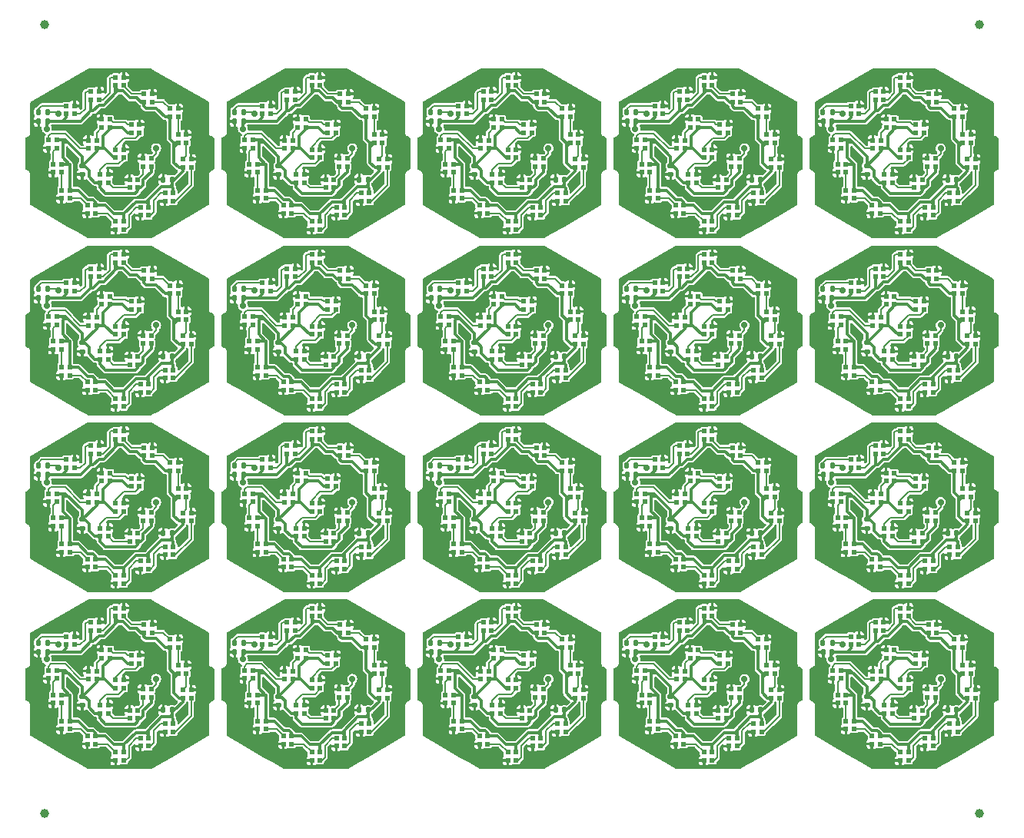
<source format=gbr>
%TF.GenerationSoftware,KiCad,Pcbnew,8.0.4*%
%TF.CreationDate,2024-10-17T13:25:31+11:00*%
%TF.ProjectId,panel,70616e65-6c2e-46b6-9963-61645f706362,rev?*%
%TF.SameCoordinates,Original*%
%TF.FileFunction,Copper,L1,Top*%
%TF.FilePolarity,Positive*%
%FSLAX46Y46*%
G04 Gerber Fmt 4.6, Leading zero omitted, Abs format (unit mm)*
G04 Created by KiCad (PCBNEW 8.0.4) date 2024-10-17 13:25:31*
%MOMM*%
%LPD*%
G01*
G04 APERTURE LIST*
G04 Aperture macros list*
%AMRoundRect*
0 Rectangle with rounded corners*
0 $1 Rounding radius*
0 $2 $3 $4 $5 $6 $7 $8 $9 X,Y pos of 4 corners*
0 Add a 4 corners polygon primitive as box body*
4,1,4,$2,$3,$4,$5,$6,$7,$8,$9,$2,$3,0*
0 Add four circle primitives for the rounded corners*
1,1,$1+$1,$2,$3*
1,1,$1+$1,$4,$5*
1,1,$1+$1,$6,$7*
1,1,$1+$1,$8,$9*
0 Add four rect primitives between the rounded corners*
20,1,$1+$1,$2,$3,$4,$5,0*
20,1,$1+$1,$4,$5,$6,$7,0*
20,1,$1+$1,$6,$7,$8,$9,0*
20,1,$1+$1,$8,$9,$2,$3,0*%
G04 Aperture macros list end*
%TA.AperFunction,SMDPad,CuDef*%
%ADD10RoundRect,0.140000X-0.140000X-0.170000X0.140000X-0.170000X0.140000X0.170000X-0.140000X0.170000X0*%
%TD*%
%TA.AperFunction,SMDPad,CuDef*%
%ADD11R,0.500000X0.500000*%
%TD*%
%TA.AperFunction,SMDPad,CuDef*%
%ADD12RoundRect,0.140000X0.170000X-0.140000X0.170000X0.140000X-0.170000X0.140000X-0.170000X-0.140000X0*%
%TD*%
%TA.AperFunction,SMDPad,CuDef*%
%ADD13RoundRect,0.135000X0.135000X0.185000X-0.135000X0.185000X-0.135000X-0.185000X0.135000X-0.185000X0*%
%TD*%
%TA.AperFunction,SMDPad,CuDef*%
%ADD14C,1.000000*%
%TD*%
%TA.AperFunction,ViaPad*%
%ADD15C,0.700000*%
%TD*%
%TA.AperFunction,Conductor*%
%ADD16C,0.300000*%
%TD*%
%TA.AperFunction,Conductor*%
%ADD17C,0.200000*%
%TD*%
G04 APERTURE END LIST*
D10*
%TO.P,C1,1*%
%TO.N,Board_14-GND*%
X95280000Y-52194000D03*
%TO.P,C1,2*%
%TO.N,Board_14-+5V*%
X96240000Y-52194000D03*
%TD*%
%TO.P,C2,1*%
%TO.N,Board_8-GND*%
X87396000Y-39102000D03*
%TO.P,C2,2*%
%TO.N,Board_8-+5V*%
X88356000Y-39102000D03*
%TD*%
D11*
%TO.P,D20,1,DIN*%
%TO.N,Board_5-Net-(D19-DOUT)*%
X18888928Y-40030127D03*
%TO.P,D20,2,VDD*%
%TO.N,Board_5-+5V*%
X19788928Y-40030127D03*
%TO.P,D20,3,DOUT*%
%TO.N,Board_5-Net-(D20-DOUT)*%
X19788928Y-39130127D03*
%TO.P,D20,4,GND*%
%TO.N,Board_5-GND*%
X18888928Y-39130127D03*
%TD*%
%TO.P,D4,1,DIN*%
%TO.N,Board_9-Net-(D3-DOUT)*%
X106875000Y-29665653D03*
%TO.P,D4,2,VDD*%
%TO.N,Board_9-+5V*%
X106875000Y-30565653D03*
%TO.P,D4,3,DOUT*%
%TO.N,Board_9-Net-(D4-DOUT)*%
X107775000Y-30565653D03*
%TO.P,D4,4,GND*%
%TO.N,Board_9-GND*%
X107775000Y-29665653D03*
%TD*%
%TO.P,D4,1,DIN*%
%TO.N,Board_18-Net-(D3-DOUT)*%
X85275000Y-68665653D03*
%TO.P,D4,2,VDD*%
%TO.N,Board_18-+5V*%
X85275000Y-69565653D03*
%TO.P,D4,3,DOUT*%
%TO.N,Board_18-Net-(D4-DOUT)*%
X86175000Y-69565653D03*
%TO.P,D4,4,GND*%
%TO.N,Board_18-GND*%
X86175000Y-68665653D03*
%TD*%
%TO.P,D21,1,DIN*%
%TO.N,Board_10-Net-(D20-DOUT)*%
X20356527Y-57200000D03*
%TO.P,D21,2,VDD*%
%TO.N,Board_10-+5V*%
X21256527Y-57200000D03*
%TO.P,D21,3,DOUT*%
%TO.N,Board_10-DOUT*%
X21256527Y-56300000D03*
%TO.P,D21,4,GND*%
%TO.N,Board_10-GND*%
X20356527Y-56300000D03*
%TD*%
%TO.P,D16,1,DIN*%
%TO.N,Board_9-Net-(D15-DOUT)*%
X102211072Y-33369873D03*
%TO.P,D16,2,VDD*%
%TO.N,Board_9-+5V*%
X103111072Y-33369873D03*
%TO.P,D16,3,DOUT*%
%TO.N,Board_9-Net-(D16-DOUT)*%
X103111072Y-32469873D03*
%TO.P,D16,4,GND*%
%TO.N,Board_9-GND*%
X102211072Y-32469873D03*
%TD*%
%TO.P,D16,1,DIN*%
%TO.N,Board_17-Net-(D15-DOUT)*%
X59011072Y-72369873D03*
%TO.P,D16,2,VDD*%
%TO.N,Board_17-+5V*%
X59911072Y-72369873D03*
%TO.P,D16,3,DOUT*%
%TO.N,Board_17-Net-(D16-DOUT)*%
X59911072Y-71469873D03*
%TO.P,D16,4,GND*%
%TO.N,Board_17-GND*%
X59011072Y-71469873D03*
%TD*%
%TO.P,D18,1,DIN*%
%TO.N,Board_14-Net-(D17-DOUT)*%
X103750000Y-55300000D03*
%TO.P,D18,2,VDD*%
%TO.N,Board_14-+5V*%
X103750000Y-56200000D03*
%TO.P,D18,3,DOUT*%
%TO.N,Board_14-Net-(D18-DOUT)*%
X104650000Y-56200000D03*
%TO.P,D18,4,GND*%
%TO.N,Board_14-GND*%
X104650000Y-55300000D03*
%TD*%
%TO.P,D5,1,DIN*%
%TO.N,Board_16-Net-(D4-DOUT)*%
X44918750Y-70307493D03*
%TO.P,D5,2,VDD*%
%TO.N,Board_16-+5V*%
X44918750Y-71207493D03*
%TO.P,D5,3,DOUT*%
%TO.N,Board_16-Net-(D5-DOUT)*%
X45818750Y-71207493D03*
%TO.P,D5,4,GND*%
%TO.N,Board_16-GND*%
X45818750Y-70307493D03*
%TD*%
%TO.P,D12,1,DIN*%
%TO.N,Board_8-Net-(D11-DOUT)*%
X77081250Y-41192507D03*
%TO.P,D12,2,VDD*%
%TO.N,Board_8-+5V*%
X77081250Y-40292507D03*
%TO.P,D12,3,DOUT*%
%TO.N,Board_8-Net-(D12-DOUT)*%
X76181250Y-40292507D03*
%TO.P,D12,4,GND*%
%TO.N,Board_8-GND*%
X76181250Y-41192507D03*
%TD*%
%TO.P,D17,1,DIN*%
%TO.N,Board_3-Net-(D16-DOUT)*%
X83880536Y-13552405D03*
%TO.P,D17,2,VDD*%
%TO.N,Board_3-+5V*%
X83880536Y-14452405D03*
%TO.P,D17,3,DOUT*%
%TO.N,Board_3-Net-(D17-DOUT)*%
X84780536Y-14452405D03*
%TO.P,D17,4,GND*%
%TO.N,Board_3-GND*%
X84780536Y-13552405D03*
%TD*%
%TO.P,D2,1,DIN*%
%TO.N,Board_9-Net-(D1-DOUT)*%
X101031250Y-29431105D03*
%TO.P,D2,2,VDD*%
%TO.N,Board_9-+5V*%
X101031250Y-30331105D03*
%TO.P,D2,3,DOUT*%
%TO.N,Board_9-Net-(D2-DOUT)*%
X101931250Y-30331105D03*
%TO.P,D2,4,GND*%
%TO.N,Board_9-GND*%
X101931250Y-29431105D03*
%TD*%
%TO.P,D19,1,DIN*%
%TO.N,Board_14-Net-(D18-DOUT)*%
X102019464Y-58047595D03*
%TO.P,D19,2,VDD*%
%TO.N,Board_14-+5V*%
X102019464Y-58947595D03*
%TO.P,D19,3,DOUT*%
%TO.N,Board_14-Net-(D19-DOUT)*%
X102919464Y-58947595D03*
%TO.P,D19,4,GND*%
%TO.N,Board_14-GND*%
X102919464Y-58047595D03*
%TD*%
%TO.P,D8,1,DIN*%
%TO.N,Board_1-Net-(D7-DOUT)*%
X45287500Y-21999224D03*
%TO.P,D8,2,VDD*%
%TO.N,Board_1-+5V*%
X45287500Y-21099224D03*
%TO.P,D8,3,DOUT*%
%TO.N,Board_1-Net-(D8-DOUT)*%
X44387500Y-21099224D03*
%TO.P,D8,4,GND*%
%TO.N,Board_1-GND*%
X44387500Y-21999224D03*
%TD*%
%TO.P,D6,1,DIN*%
%TO.N,Board_10-Net-(D5-DOUT)*%
X24225000Y-53669726D03*
%TO.P,D6,2,VDD*%
%TO.N,Board_10-+5V*%
X24225000Y-54569726D03*
%TO.P,D6,3,DOUT*%
%TO.N,Board_10-Net-(D6-DOUT)*%
X25125000Y-54569726D03*
%TO.P,D6,4,GND*%
%TO.N,Board_10-GND*%
X25125000Y-53669726D03*
%TD*%
D10*
%TO.P,C2,1*%
%TO.N,Board_10-GND*%
X22596000Y-58602000D03*
%TO.P,C2,2*%
%TO.N,Board_10-+5V*%
X23556000Y-58602000D03*
%TD*%
%TO.P,C2,1*%
%TO.N,Board_17-GND*%
X65796000Y-78102000D03*
%TO.P,C2,2*%
%TO.N,Board_17-+5V*%
X66756000Y-78102000D03*
%TD*%
D11*
%TO.P,D10,1,DIN*%
%TO.N,Board_15-Net-(D10-DIN)*%
X18250000Y-83638566D03*
%TO.P,D10,2,VDD*%
%TO.N,Board_15-+5V*%
X18250000Y-82738566D03*
%TO.P,D10,3,DOUT*%
%TO.N,Board_15-Net-(D10-DOUT)*%
X17350000Y-82738566D03*
%TO.P,D10,4,GND*%
%TO.N,Board_15-GND*%
X17350000Y-83638566D03*
%TD*%
%TO.P,D8,1,DIN*%
%TO.N,Board_14-Net-(D7-DOUT)*%
X110087500Y-60999224D03*
%TO.P,D8,2,VDD*%
%TO.N,Board_14-+5V*%
X110087500Y-60099224D03*
%TO.P,D8,3,DOUT*%
%TO.N,Board_14-Net-(D8-DOUT)*%
X109187500Y-60099224D03*
%TO.P,D8,4,GND*%
%TO.N,Board_14-GND*%
X109187500Y-60999224D03*
%TD*%
D12*
%TO.P,C3,1*%
%TO.N,Board_15-GND*%
X13678000Y-77566000D03*
%TO.P,C3,2*%
%TO.N,Board_15-+5V*%
X13678000Y-76606000D03*
%TD*%
D11*
%TO.P,D6,1,DIN*%
%TO.N,Board_17-Net-(D5-DOUT)*%
X67425000Y-73169726D03*
%TO.P,D6,2,VDD*%
%TO.N,Board_17-+5V*%
X67425000Y-74069726D03*
%TO.P,D6,3,DOUT*%
%TO.N,Board_17-Net-(D6-DOUT)*%
X68325000Y-74069726D03*
%TO.P,D6,4,GND*%
%TO.N,Board_17-GND*%
X68325000Y-73169726D03*
%TD*%
%TO.P,D3,1,DIN*%
%TO.N,Board_18-Net-(D2-DOUT)*%
X82150000Y-66861434D03*
%TO.P,D3,2,VDD*%
%TO.N,Board_18-+5V*%
X82150000Y-67761434D03*
%TO.P,D3,3,DOUT*%
%TO.N,Board_18-Net-(D3-DOUT)*%
X83050000Y-67761434D03*
%TO.P,D3,4,GND*%
%TO.N,Board_18-GND*%
X83050000Y-66861434D03*
%TD*%
%TO.P,D3,1,DIN*%
%TO.N,Board_4-Net-(D2-DOUT)*%
X103750000Y-8361434D03*
%TO.P,D3,2,VDD*%
%TO.N,Board_4-+5V*%
X103750000Y-9261434D03*
%TO.P,D3,3,DOUT*%
%TO.N,Board_4-Net-(D3-DOUT)*%
X104650000Y-9261434D03*
%TO.P,D3,4,GND*%
%TO.N,Board_4-GND*%
X104650000Y-8361434D03*
%TD*%
%TO.P,D17,1,DIN*%
%TO.N,Board_10-Net-(D16-DOUT)*%
X19080536Y-52552405D03*
%TO.P,D17,2,VDD*%
%TO.N,Board_10-+5V*%
X19080536Y-53452405D03*
%TO.P,D17,3,DOUT*%
%TO.N,Board_10-Net-(D17-DOUT)*%
X19980536Y-53452405D03*
%TO.P,D17,4,GND*%
%TO.N,Board_10-GND*%
X19980536Y-52552405D03*
%TD*%
%TO.P,D5,1,DIN*%
%TO.N,Board_8-Net-(D4-DOUT)*%
X88118750Y-31307493D03*
%TO.P,D5,2,VDD*%
%TO.N,Board_8-+5V*%
X88118750Y-32207493D03*
%TO.P,D5,3,DOUT*%
%TO.N,Board_8-Net-(D5-DOUT)*%
X89018750Y-32207493D03*
%TO.P,D5,4,GND*%
%TO.N,Board_8-GND*%
X89018750Y-31307493D03*
%TD*%
%TO.P,D3,1,DIN*%
%TO.N,Board_0-Net-(D2-DOUT)*%
X17350000Y-8361434D03*
%TO.P,D3,2,VDD*%
%TO.N,Board_0-+5V*%
X17350000Y-9261434D03*
%TO.P,D3,3,DOUT*%
%TO.N,Board_0-Net-(D3-DOUT)*%
X18250000Y-9261434D03*
%TO.P,D3,4,GND*%
%TO.N,Board_0-GND*%
X18250000Y-8361434D03*
%TD*%
%TO.P,D7,1,DIN*%
%TO.N,Board_15-Net-(D6-DOUT)*%
X24756250Y-75869578D03*
%TO.P,D7,2,VDD*%
%TO.N,Board_15-+5V*%
X24756250Y-76769578D03*
%TO.P,D7,3,DOUT*%
%TO.N,Board_15-Net-(D7-DOUT)*%
X25656250Y-76769578D03*
%TO.P,D7,4,GND*%
%TO.N,Board_15-GND*%
X25656250Y-75869578D03*
%TD*%
%TO.P,D19,1,DIN*%
%TO.N,Board_8-Net-(D18-DOUT)*%
X80419464Y-38547595D03*
%TO.P,D19,2,VDD*%
%TO.N,Board_8-+5V*%
X80419464Y-39447595D03*
%TO.P,D19,3,DOUT*%
%TO.N,Board_8-Net-(D19-DOUT)*%
X81319464Y-39447595D03*
%TO.P,D19,4,GND*%
%TO.N,Board_8-GND*%
X81319464Y-38547595D03*
%TD*%
%TO.P,D18,1,DIN*%
%TO.N,Board_8-Net-(D17-DOUT)*%
X82150000Y-35800000D03*
%TO.P,D18,2,VDD*%
%TO.N,Board_8-+5V*%
X82150000Y-36700000D03*
%TO.P,D18,3,DOUT*%
%TO.N,Board_8-Net-(D18-DOUT)*%
X83050000Y-36700000D03*
%TO.P,D18,4,GND*%
%TO.N,Board_8-GND*%
X83050000Y-35800000D03*
%TD*%
%TO.P,D7,1,DIN*%
%TO.N,Board_10-Net-(D6-DOUT)*%
X24756250Y-56369578D03*
%TO.P,D7,2,VDD*%
%TO.N,Board_10-+5V*%
X24756250Y-57269578D03*
%TO.P,D7,3,DOUT*%
%TO.N,Board_10-Net-(D7-DOUT)*%
X25656250Y-57269578D03*
%TO.P,D7,4,GND*%
%TO.N,Board_10-GND*%
X25656250Y-56369578D03*
%TD*%
%TO.P,D19,1,DIN*%
%TO.N,Board_6-Net-(D18-DOUT)*%
X37219464Y-38547595D03*
%TO.P,D19,2,VDD*%
%TO.N,Board_6-+5V*%
X37219464Y-39447595D03*
%TO.P,D19,3,DOUT*%
%TO.N,Board_6-Net-(D19-DOUT)*%
X38119464Y-39447595D03*
%TO.P,D19,4,GND*%
%TO.N,Board_6-GND*%
X38119464Y-38547595D03*
%TD*%
%TO.P,D8,1,DIN*%
%TO.N,Board_17-Net-(D7-DOUT)*%
X66887500Y-80499224D03*
%TO.P,D8,2,VDD*%
%TO.N,Board_17-+5V*%
X66887500Y-79599224D03*
%TO.P,D8,3,DOUT*%
%TO.N,Board_17-Net-(D8-DOUT)*%
X65987500Y-79599224D03*
%TO.P,D8,4,GND*%
%TO.N,Board_17-GND*%
X65987500Y-80499224D03*
%TD*%
D13*
%TO.P,R1,1*%
%TO.N,Board_15-DIN*%
X9870000Y-70678000D03*
%TO.P,R1,2*%
%TO.N,Board_15-Net-(D1-DIN)*%
X8850000Y-70678000D03*
%TD*%
D11*
%TO.P,D10,1,DIN*%
%TO.N,Board_3-Net-(D10-DIN)*%
X83050000Y-25138566D03*
%TO.P,D10,2,VDD*%
%TO.N,Board_3-+5V*%
X83050000Y-24238566D03*
%TO.P,D10,3,DOUT*%
%TO.N,Board_3-Net-(D10-DOUT)*%
X82150000Y-24238566D03*
%TO.P,D10,4,GND*%
%TO.N,Board_3-GND*%
X82150000Y-25138566D03*
%TD*%
%TO.P,D17,1,DIN*%
%TO.N,Board_0-Net-(D16-DOUT)*%
X19080536Y-13552405D03*
%TO.P,D17,2,VDD*%
%TO.N,Board_0-+5V*%
X19080536Y-14452405D03*
%TO.P,D17,3,DOUT*%
%TO.N,Board_0-Net-(D17-DOUT)*%
X19980536Y-14452405D03*
%TO.P,D17,4,GND*%
%TO.N,Board_0-GND*%
X19980536Y-13552405D03*
%TD*%
%TO.P,D9,1,DIN*%
%TO.N,Board_19-Net-(D8-DOUT)*%
X107368750Y-82068895D03*
%TO.P,D9,2,VDD*%
%TO.N,Board_19-+5V*%
X107368750Y-81168895D03*
%TO.P,D9,3,DOUT*%
%TO.N,Board_19-Net-(D10-DIN)*%
X106468750Y-81168895D03*
%TO.P,D9,4,GND*%
%TO.N,Board_19-GND*%
X106468750Y-82068895D03*
%TD*%
%TO.P,D17,1,DIN*%
%TO.N,Board_4-Net-(D16-DOUT)*%
X105480536Y-13552405D03*
%TO.P,D17,2,VDD*%
%TO.N,Board_4-+5V*%
X105480536Y-14452405D03*
%TO.P,D17,3,DOUT*%
%TO.N,Board_4-Net-(D17-DOUT)*%
X106380536Y-14452405D03*
%TO.P,D17,4,GND*%
%TO.N,Board_4-GND*%
X106380536Y-13552405D03*
%TD*%
%TO.P,D10,1,DIN*%
%TO.N,Board_13-Net-(D10-DIN)*%
X83050000Y-64138566D03*
%TO.P,D10,2,VDD*%
%TO.N,Board_13-+5V*%
X83050000Y-63238566D03*
%TO.P,D10,3,DOUT*%
%TO.N,Board_13-Net-(D10-DOUT)*%
X82150000Y-63238566D03*
%TO.P,D10,4,GND*%
%TO.N,Board_13-GND*%
X82150000Y-64138566D03*
%TD*%
%TO.P,D21,1,DIN*%
%TO.N,Board_14-Net-(D20-DOUT)*%
X106756527Y-57200000D03*
%TO.P,D21,2,VDD*%
%TO.N,Board_14-+5V*%
X107656527Y-57200000D03*
%TO.P,D21,3,DOUT*%
%TO.N,Board_14-DOUT*%
X107656527Y-56300000D03*
%TO.P,D21,4,GND*%
%TO.N,Board_14-GND*%
X106756527Y-56300000D03*
%TD*%
D13*
%TO.P,R1,1*%
%TO.N,Board_16-DIN*%
X31470000Y-70678000D03*
%TO.P,R1,2*%
%TO.N,Board_16-Net-(D1-DIN)*%
X30450000Y-70678000D03*
%TD*%
D11*
%TO.P,D14,1,DIN*%
%TO.N,Board_10-Net-(D13-DOUT)*%
X10843750Y-55130422D03*
%TO.P,D14,2,VDD*%
%TO.N,Board_10-+5V*%
X10843750Y-54230422D03*
%TO.P,D14,3,DOUT*%
%TO.N,Board_10-Net-(D14-DOUT)*%
X9943750Y-54230422D03*
%TO.P,D14,4,GND*%
%TO.N,Board_10-GND*%
X9943750Y-55130422D03*
%TD*%
D10*
%TO.P,C1,1*%
%TO.N,Board_6-GND*%
X30480000Y-32694000D03*
%TO.P,C1,2*%
%TO.N,Board_6-+5V*%
X31440000Y-32694000D03*
%TD*%
D11*
%TO.P,D5,1,DIN*%
%TO.N,Board_13-Net-(D4-DOUT)*%
X88118750Y-50807493D03*
%TO.P,D5,2,VDD*%
%TO.N,Board_13-+5V*%
X88118750Y-51707493D03*
%TO.P,D5,3,DOUT*%
%TO.N,Board_13-Net-(D5-DOUT)*%
X89018750Y-51707493D03*
%TO.P,D5,4,GND*%
%TO.N,Board_13-GND*%
X89018750Y-50807493D03*
%TD*%
%TO.P,D4,1,DIN*%
%TO.N,Board_7-Net-(D3-DOUT)*%
X63675000Y-29665653D03*
%TO.P,D4,2,VDD*%
%TO.N,Board_7-+5V*%
X63675000Y-30565653D03*
%TO.P,D4,3,DOUT*%
%TO.N,Board_7-Net-(D4-DOUT)*%
X64575000Y-30565653D03*
%TO.P,D4,4,GND*%
%TO.N,Board_7-GND*%
X64575000Y-29665653D03*
%TD*%
%TO.P,D1,1,DIN*%
%TO.N,Board_6-Net-(D1-DIN)*%
X33512500Y-31000776D03*
%TO.P,D1,2,VDD*%
%TO.N,Board_6-+5V*%
X33512500Y-31900776D03*
%TO.P,D1,3,DOUT*%
%TO.N,Board_6-Net-(D1-DOUT)*%
X34412500Y-31900776D03*
%TO.P,D1,4,GND*%
%TO.N,Board_6-GND*%
X34412500Y-31000776D03*
%TD*%
%TO.P,D12,1,DIN*%
%TO.N,Board_6-Net-(D11-DOUT)*%
X33881250Y-41192507D03*
%TO.P,D12,2,VDD*%
%TO.N,Board_6-+5V*%
X33881250Y-40292507D03*
%TO.P,D12,3,DOUT*%
%TO.N,Board_6-Net-(D12-DOUT)*%
X32981250Y-40292507D03*
%TO.P,D12,4,GND*%
%TO.N,Board_6-GND*%
X32981250Y-41192507D03*
%TD*%
%TO.P,D8,1,DIN*%
%TO.N,Board_2-Net-(D7-DOUT)*%
X66887500Y-21999224D03*
%TO.P,D8,2,VDD*%
%TO.N,Board_2-+5V*%
X66887500Y-21099224D03*
%TO.P,D8,3,DOUT*%
%TO.N,Board_2-Net-(D8-DOUT)*%
X65987500Y-21099224D03*
%TO.P,D8,4,GND*%
%TO.N,Board_2-GND*%
X65987500Y-21999224D03*
%TD*%
%TO.P,D16,1,DIN*%
%TO.N,Board_5-Net-(D15-DOUT)*%
X15811072Y-33369873D03*
%TO.P,D16,2,VDD*%
%TO.N,Board_5-+5V*%
X16711072Y-33369873D03*
%TO.P,D16,3,DOUT*%
%TO.N,Board_5-Net-(D16-DOUT)*%
X16711072Y-32469873D03*
%TO.P,D16,4,GND*%
%TO.N,Board_5-GND*%
X15811072Y-32469873D03*
%TD*%
D10*
%TO.P,C2,1*%
%TO.N,Board_19-GND*%
X108996000Y-78102000D03*
%TO.P,C2,2*%
%TO.N,Board_19-+5V*%
X109956000Y-78102000D03*
%TD*%
D11*
%TO.P,D11,1,DIN*%
%TO.N,Board_18-Net-(D10-DOUT)*%
X79925000Y-81834347D03*
%TO.P,D11,2,VDD*%
%TO.N,Board_18-+5V*%
X79925000Y-80934347D03*
%TO.P,D11,3,DOUT*%
%TO.N,Board_18-Net-(D11-DOUT)*%
X79025000Y-80934347D03*
%TO.P,D11,4,GND*%
%TO.N,Board_18-GND*%
X79025000Y-81834347D03*
%TD*%
%TO.P,D11,1,DIN*%
%TO.N,Board_19-Net-(D10-DOUT)*%
X101525000Y-81834347D03*
%TO.P,D11,2,VDD*%
%TO.N,Board_19-+5V*%
X101525000Y-80934347D03*
%TO.P,D11,3,DOUT*%
%TO.N,Board_19-Net-(D11-DOUT)*%
X100625000Y-80934347D03*
%TO.P,D11,4,GND*%
%TO.N,Board_19-GND*%
X100625000Y-81834347D03*
%TD*%
D10*
%TO.P,C2,1*%
%TO.N,Board_11-GND*%
X44196000Y-58602000D03*
%TO.P,C2,2*%
%TO.N,Board_11-+5V*%
X45156000Y-58602000D03*
%TD*%
D11*
%TO.P,D20,1,DIN*%
%TO.N,Board_9-Net-(D19-DOUT)*%
X105288928Y-40030127D03*
%TO.P,D20,2,VDD*%
%TO.N,Board_9-+5V*%
X106188928Y-40030127D03*
%TO.P,D20,3,DOUT*%
%TO.N,Board_9-Net-(D20-DOUT)*%
X106188928Y-39130127D03*
%TO.P,D20,4,GND*%
%TO.N,Board_9-GND*%
X105288928Y-39130127D03*
%TD*%
%TO.P,D5,1,DIN*%
%TO.N,Board_19-Net-(D4-DOUT)*%
X109718750Y-70307493D03*
%TO.P,D5,2,VDD*%
%TO.N,Board_19-+5V*%
X109718750Y-71207493D03*
%TO.P,D5,3,DOUT*%
%TO.N,Board_19-Net-(D5-DOUT)*%
X110618750Y-71207493D03*
%TO.P,D5,4,GND*%
%TO.N,Board_19-GND*%
X110618750Y-70307493D03*
%TD*%
D13*
%TO.P,R1,1*%
%TO.N,Board_6-DIN*%
X31470000Y-31678000D03*
%TO.P,R1,2*%
%TO.N,Board_6-Net-(D1-DIN)*%
X30450000Y-31678000D03*
%TD*%
D11*
%TO.P,D9,1,DIN*%
%TO.N,Board_5-Net-(D8-DOUT)*%
X20968750Y-43068895D03*
%TO.P,D9,2,VDD*%
%TO.N,Board_5-+5V*%
X20968750Y-42168895D03*
%TO.P,D9,3,DOUT*%
%TO.N,Board_5-Net-(D10-DIN)*%
X20068750Y-42168895D03*
%TO.P,D9,4,GND*%
%TO.N,Board_5-GND*%
X20068750Y-43068895D03*
%TD*%
%TO.P,D14,1,DIN*%
%TO.N,Board_1-Net-(D13-DOUT)*%
X32443750Y-16130422D03*
%TO.P,D14,2,VDD*%
%TO.N,Board_1-+5V*%
X32443750Y-15230422D03*
%TO.P,D14,3,DOUT*%
%TO.N,Board_1-Net-(D14-DOUT)*%
X31543750Y-15230422D03*
%TO.P,D14,4,GND*%
%TO.N,Board_1-GND*%
X31543750Y-16130422D03*
%TD*%
%TO.P,D15,1,DIN*%
%TO.N,Board_5-Net-(D14-DOUT)*%
X14343473Y-35700000D03*
%TO.P,D15,2,VDD*%
%TO.N,Board_5-+5V*%
X15243473Y-35700000D03*
%TO.P,D15,3,DOUT*%
%TO.N,Board_5-Net-(D15-DOUT)*%
X15243473Y-34800000D03*
%TO.P,D15,4,GND*%
%TO.N,Board_5-GND*%
X14343473Y-34800000D03*
%TD*%
%TO.P,D20,1,DIN*%
%TO.N,Board_2-Net-(D19-DOUT)*%
X62088928Y-20530127D03*
%TO.P,D20,2,VDD*%
%TO.N,Board_2-+5V*%
X62988928Y-20530127D03*
%TO.P,D20,3,DOUT*%
%TO.N,Board_2-Net-(D20-DOUT)*%
X62988928Y-19630127D03*
%TO.P,D20,4,GND*%
%TO.N,Board_2-GND*%
X62088928Y-19630127D03*
%TD*%
%TO.P,D2,1,DIN*%
%TO.N,Board_0-Net-(D1-DOUT)*%
X14631250Y-9931105D03*
%TO.P,D2,2,VDD*%
%TO.N,Board_0-+5V*%
X14631250Y-10831105D03*
%TO.P,D2,3,DOUT*%
%TO.N,Board_0-Net-(D2-DOUT)*%
X15531250Y-10831105D03*
%TO.P,D2,4,GND*%
%TO.N,Board_0-GND*%
X15531250Y-9931105D03*
%TD*%
%TO.P,D13,1,DIN*%
%TO.N,Board_15-Net-(D12-DOUT)*%
X11375000Y-77330274D03*
%TO.P,D13,2,VDD*%
%TO.N,Board_15-+5V*%
X11375000Y-76430274D03*
%TO.P,D13,3,DOUT*%
%TO.N,Board_15-Net-(D13-DOUT)*%
X10475000Y-76430274D03*
%TO.P,D13,4,GND*%
%TO.N,Board_15-GND*%
X10475000Y-77330274D03*
%TD*%
%TO.P,D2,1,DIN*%
%TO.N,Board_8-Net-(D1-DOUT)*%
X79431250Y-29431105D03*
%TO.P,D2,2,VDD*%
%TO.N,Board_8-+5V*%
X79431250Y-30331105D03*
%TO.P,D2,3,DOUT*%
%TO.N,Board_8-Net-(D2-DOUT)*%
X80331250Y-30331105D03*
%TO.P,D2,4,GND*%
%TO.N,Board_8-GND*%
X80331250Y-29431105D03*
%TD*%
%TO.P,D3,1,DIN*%
%TO.N,Board_13-Net-(D2-DOUT)*%
X82150000Y-47361434D03*
%TO.P,D3,2,VDD*%
%TO.N,Board_13-+5V*%
X82150000Y-48261434D03*
%TO.P,D3,3,DOUT*%
%TO.N,Board_13-Net-(D3-DOUT)*%
X83050000Y-48261434D03*
%TO.P,D3,4,GND*%
%TO.N,Board_13-GND*%
X83050000Y-47361434D03*
%TD*%
%TO.P,D12,1,DIN*%
%TO.N,Board_4-Net-(D11-DOUT)*%
X98681250Y-21692507D03*
%TO.P,D12,2,VDD*%
%TO.N,Board_4-+5V*%
X98681250Y-20792507D03*
%TO.P,D12,3,DOUT*%
%TO.N,Board_4-Net-(D12-DOUT)*%
X97781250Y-20792507D03*
%TO.P,D12,4,GND*%
%TO.N,Board_4-GND*%
X97781250Y-21692507D03*
%TD*%
%TO.P,D6,1,DIN*%
%TO.N,Board_5-Net-(D5-DOUT)*%
X24225000Y-34169726D03*
%TO.P,D6,2,VDD*%
%TO.N,Board_5-+5V*%
X24225000Y-35069726D03*
%TO.P,D6,3,DOUT*%
%TO.N,Board_5-Net-(D6-DOUT)*%
X25125000Y-35069726D03*
%TO.P,D6,4,GND*%
%TO.N,Board_5-GND*%
X25125000Y-34169726D03*
%TD*%
%TO.P,D16,1,DIN*%
%TO.N,Board_4-Net-(D15-DOUT)*%
X102211072Y-13869873D03*
%TO.P,D16,2,VDD*%
%TO.N,Board_4-+5V*%
X103111072Y-13869873D03*
%TO.P,D16,3,DOUT*%
%TO.N,Board_4-Net-(D16-DOUT)*%
X103111072Y-12969873D03*
%TO.P,D16,4,GND*%
%TO.N,Board_4-GND*%
X102211072Y-12969873D03*
%TD*%
%TO.P,D15,1,DIN*%
%TO.N,Board_1-Net-(D14-DOUT)*%
X35943473Y-16200000D03*
%TO.P,D15,2,VDD*%
%TO.N,Board_1-+5V*%
X36843473Y-16200000D03*
%TO.P,D15,3,DOUT*%
%TO.N,Board_1-Net-(D15-DOUT)*%
X36843473Y-15300000D03*
%TO.P,D15,4,GND*%
%TO.N,Board_1-GND*%
X35943473Y-15300000D03*
%TD*%
%TO.P,D5,1,DIN*%
%TO.N,Board_5-Net-(D4-DOUT)*%
X23318750Y-31307493D03*
%TO.P,D5,2,VDD*%
%TO.N,Board_5-+5V*%
X23318750Y-32207493D03*
%TO.P,D5,3,DOUT*%
%TO.N,Board_5-Net-(D5-DOUT)*%
X24218750Y-32207493D03*
%TO.P,D5,4,GND*%
%TO.N,Board_5-GND*%
X24218750Y-31307493D03*
%TD*%
%TO.P,D7,1,DIN*%
%TO.N,Board_14-Net-(D6-DOUT)*%
X111156250Y-56369578D03*
%TO.P,D7,2,VDD*%
%TO.N,Board_14-+5V*%
X111156250Y-57269578D03*
%TO.P,D7,3,DOUT*%
%TO.N,Board_14-Net-(D7-DOUT)*%
X112056250Y-57269578D03*
%TO.P,D7,4,GND*%
%TO.N,Board_14-GND*%
X112056250Y-56369578D03*
%TD*%
%TO.P,D13,1,DIN*%
%TO.N,Board_10-Net-(D12-DOUT)*%
X11375000Y-57830274D03*
%TO.P,D13,2,VDD*%
%TO.N,Board_10-+5V*%
X11375000Y-56930274D03*
%TO.P,D13,3,DOUT*%
%TO.N,Board_10-Net-(D13-DOUT)*%
X10475000Y-56930274D03*
%TO.P,D13,4,GND*%
%TO.N,Board_10-GND*%
X10475000Y-57830274D03*
%TD*%
%TO.P,D11,1,DIN*%
%TO.N,Board_14-Net-(D10-DOUT)*%
X101525000Y-62334347D03*
%TO.P,D11,2,VDD*%
%TO.N,Board_14-+5V*%
X101525000Y-61434347D03*
%TO.P,D11,3,DOUT*%
%TO.N,Board_14-Net-(D11-DOUT)*%
X100625000Y-61434347D03*
%TO.P,D11,4,GND*%
%TO.N,Board_14-GND*%
X100625000Y-62334347D03*
%TD*%
%TO.P,D13,1,DIN*%
%TO.N,Board_5-Net-(D12-DOUT)*%
X11375000Y-38330274D03*
%TO.P,D13,2,VDD*%
%TO.N,Board_5-+5V*%
X11375000Y-37430274D03*
%TO.P,D13,3,DOUT*%
%TO.N,Board_5-Net-(D13-DOUT)*%
X10475000Y-37430274D03*
%TO.P,D13,4,GND*%
%TO.N,Board_5-GND*%
X10475000Y-38330274D03*
%TD*%
%TO.P,D7,1,DIN*%
%TO.N,Board_11-Net-(D6-DOUT)*%
X46356250Y-56369578D03*
%TO.P,D7,2,VDD*%
%TO.N,Board_11-+5V*%
X46356250Y-57269578D03*
%TO.P,D7,3,DOUT*%
%TO.N,Board_11-Net-(D7-DOUT)*%
X47256250Y-57269578D03*
%TO.P,D7,4,GND*%
%TO.N,Board_11-GND*%
X47256250Y-56369578D03*
%TD*%
%TO.P,D4,1,DIN*%
%TO.N,Board_19-Net-(D3-DOUT)*%
X106875000Y-68665653D03*
%TO.P,D4,2,VDD*%
%TO.N,Board_19-+5V*%
X106875000Y-69565653D03*
%TO.P,D4,3,DOUT*%
%TO.N,Board_19-Net-(D4-DOUT)*%
X107775000Y-69565653D03*
%TO.P,D4,4,GND*%
%TO.N,Board_19-GND*%
X107775000Y-68665653D03*
%TD*%
%TO.P,D8,1,DIN*%
%TO.N,Board_8-Net-(D7-DOUT)*%
X88487500Y-41499224D03*
%TO.P,D8,2,VDD*%
%TO.N,Board_8-+5V*%
X88487500Y-40599224D03*
%TO.P,D8,3,DOUT*%
%TO.N,Board_8-Net-(D8-DOUT)*%
X87587500Y-40599224D03*
%TO.P,D8,4,GND*%
%TO.N,Board_8-GND*%
X87587500Y-41499224D03*
%TD*%
%TO.P,D21,1,DIN*%
%TO.N,Board_4-Net-(D20-DOUT)*%
X106756527Y-18200000D03*
%TO.P,D21,2,VDD*%
%TO.N,Board_4-+5V*%
X107656527Y-18200000D03*
%TO.P,D21,3,DOUT*%
%TO.N,Board_4-DOUT*%
X107656527Y-17300000D03*
%TO.P,D21,4,GND*%
%TO.N,Board_4-GND*%
X106756527Y-17300000D03*
%TD*%
%TO.P,D18,1,DIN*%
%TO.N,Board_9-Net-(D17-DOUT)*%
X103750000Y-35800000D03*
%TO.P,D18,2,VDD*%
%TO.N,Board_9-+5V*%
X103750000Y-36700000D03*
%TO.P,D18,3,DOUT*%
%TO.N,Board_9-Net-(D18-DOUT)*%
X104650000Y-36700000D03*
%TO.P,D18,4,GND*%
%TO.N,Board_9-GND*%
X104650000Y-35800000D03*
%TD*%
%TO.P,D15,1,DIN*%
%TO.N,Board_17-Net-(D14-DOUT)*%
X57543473Y-74700000D03*
%TO.P,D15,2,VDD*%
%TO.N,Board_17-+5V*%
X58443473Y-74700000D03*
%TO.P,D15,3,DOUT*%
%TO.N,Board_17-Net-(D15-DOUT)*%
X58443473Y-73800000D03*
%TO.P,D15,4,GND*%
%TO.N,Board_17-GND*%
X57543473Y-73800000D03*
%TD*%
%TO.P,D9,1,DIN*%
%TO.N,Board_10-Net-(D8-DOUT)*%
X20968750Y-62568895D03*
%TO.P,D9,2,VDD*%
%TO.N,Board_10-+5V*%
X20968750Y-61668895D03*
%TO.P,D9,3,DOUT*%
%TO.N,Board_10-Net-(D10-DIN)*%
X20068750Y-61668895D03*
%TO.P,D9,4,GND*%
%TO.N,Board_10-GND*%
X20068750Y-62568895D03*
%TD*%
%TO.P,D7,1,DIN*%
%TO.N,Board_2-Net-(D6-DOUT)*%
X67956250Y-17369578D03*
%TO.P,D7,2,VDD*%
%TO.N,Board_2-+5V*%
X67956250Y-18269578D03*
%TO.P,D7,3,DOUT*%
%TO.N,Board_2-Net-(D7-DOUT)*%
X68856250Y-18269578D03*
%TO.P,D7,4,GND*%
%TO.N,Board_2-GND*%
X68856250Y-17369578D03*
%TD*%
D14*
%TO.P,KiKit_FID_T_1,*%
%TO.N,*%
X9500000Y-2500000D03*
%TD*%
D11*
%TO.P,D21,1,DIN*%
%TO.N,Board_12-Net-(D20-DOUT)*%
X63556527Y-57200000D03*
%TO.P,D21,2,VDD*%
%TO.N,Board_12-+5V*%
X64456527Y-57200000D03*
%TO.P,D21,3,DOUT*%
%TO.N,Board_12-DOUT*%
X64456527Y-56300000D03*
%TO.P,D21,4,GND*%
%TO.N,Board_12-GND*%
X63556527Y-56300000D03*
%TD*%
%TO.P,D18,1,DIN*%
%TO.N,Board_1-Net-(D17-DOUT)*%
X38950000Y-16300000D03*
%TO.P,D18,2,VDD*%
%TO.N,Board_1-+5V*%
X38950000Y-17200000D03*
%TO.P,D18,3,DOUT*%
%TO.N,Board_1-Net-(D18-DOUT)*%
X39850000Y-17200000D03*
%TO.P,D18,4,GND*%
%TO.N,Board_1-GND*%
X39850000Y-16300000D03*
%TD*%
%TO.P,D21,1,DIN*%
%TO.N,Board_0-Net-(D20-DOUT)*%
X20356527Y-18200000D03*
%TO.P,D21,2,VDD*%
%TO.N,Board_0-+5V*%
X21256527Y-18200000D03*
%TO.P,D21,3,DOUT*%
%TO.N,Board_0-DOUT*%
X21256527Y-17300000D03*
%TO.P,D21,4,GND*%
%TO.N,Board_0-GND*%
X20356527Y-17300000D03*
%TD*%
%TO.P,D6,1,DIN*%
%TO.N,Board_7-Net-(D5-DOUT)*%
X67425000Y-34169726D03*
%TO.P,D6,2,VDD*%
%TO.N,Board_7-+5V*%
X67425000Y-35069726D03*
%TO.P,D6,3,DOUT*%
%TO.N,Board_7-Net-(D6-DOUT)*%
X68325000Y-35069726D03*
%TO.P,D6,4,GND*%
%TO.N,Board_7-GND*%
X68325000Y-34169726D03*
%TD*%
%TO.P,D19,1,DIN*%
%TO.N,Board_2-Net-(D18-DOUT)*%
X58819464Y-19047595D03*
%TO.P,D19,2,VDD*%
%TO.N,Board_2-+5V*%
X58819464Y-19947595D03*
%TO.P,D19,3,DOUT*%
%TO.N,Board_2-Net-(D19-DOUT)*%
X59719464Y-19947595D03*
%TO.P,D19,4,GND*%
%TO.N,Board_2-GND*%
X59719464Y-19047595D03*
%TD*%
%TO.P,D3,1,DIN*%
%TO.N,Board_7-Net-(D2-DOUT)*%
X60550000Y-27861434D03*
%TO.P,D3,2,VDD*%
%TO.N,Board_7-+5V*%
X60550000Y-28761434D03*
%TO.P,D3,3,DOUT*%
%TO.N,Board_7-Net-(D3-DOUT)*%
X61450000Y-28761434D03*
%TO.P,D3,4,GND*%
%TO.N,Board_7-GND*%
X61450000Y-27861434D03*
%TD*%
%TO.P,D14,1,DIN*%
%TO.N,Board_14-Net-(D13-DOUT)*%
X97243750Y-55130422D03*
%TO.P,D14,2,VDD*%
%TO.N,Board_14-+5V*%
X97243750Y-54230422D03*
%TO.P,D14,3,DOUT*%
%TO.N,Board_14-Net-(D14-DOUT)*%
X96343750Y-54230422D03*
%TO.P,D14,4,GND*%
%TO.N,Board_14-GND*%
X96343750Y-55130422D03*
%TD*%
%TO.P,D2,1,DIN*%
%TO.N,Board_3-Net-(D1-DOUT)*%
X79431250Y-9931105D03*
%TO.P,D2,2,VDD*%
%TO.N,Board_3-+5V*%
X79431250Y-10831105D03*
%TO.P,D2,3,DOUT*%
%TO.N,Board_3-Net-(D2-DOUT)*%
X80331250Y-10831105D03*
%TO.P,D2,4,GND*%
%TO.N,Board_3-GND*%
X80331250Y-9931105D03*
%TD*%
%TO.P,D1,1,DIN*%
%TO.N,Board_9-Net-(D1-DIN)*%
X98312500Y-31000776D03*
%TO.P,D1,2,VDD*%
%TO.N,Board_9-+5V*%
X98312500Y-31900776D03*
%TO.P,D1,3,DOUT*%
%TO.N,Board_9-Net-(D1-DOUT)*%
X99212500Y-31900776D03*
%TO.P,D1,4,GND*%
%TO.N,Board_9-GND*%
X99212500Y-31000776D03*
%TD*%
%TO.P,D16,1,DIN*%
%TO.N,Board_10-Net-(D15-DOUT)*%
X15811072Y-52869873D03*
%TO.P,D16,2,VDD*%
%TO.N,Board_10-+5V*%
X16711072Y-52869873D03*
%TO.P,D16,3,DOUT*%
%TO.N,Board_10-Net-(D16-DOUT)*%
X16711072Y-51969873D03*
%TO.P,D16,4,GND*%
%TO.N,Board_10-GND*%
X15811072Y-51969873D03*
%TD*%
%TO.P,D5,1,DIN*%
%TO.N,Board_9-Net-(D4-DOUT)*%
X109718750Y-31307493D03*
%TO.P,D5,2,VDD*%
%TO.N,Board_9-+5V*%
X109718750Y-32207493D03*
%TO.P,D5,3,DOUT*%
%TO.N,Board_9-Net-(D5-DOUT)*%
X110618750Y-32207493D03*
%TO.P,D5,4,GND*%
%TO.N,Board_9-GND*%
X110618750Y-31307493D03*
%TD*%
%TO.P,D16,1,DIN*%
%TO.N,Board_11-Net-(D15-DOUT)*%
X37411072Y-52869873D03*
%TO.P,D16,2,VDD*%
%TO.N,Board_11-+5V*%
X38311072Y-52869873D03*
%TO.P,D16,3,DOUT*%
%TO.N,Board_11-Net-(D16-DOUT)*%
X38311072Y-51969873D03*
%TO.P,D16,4,GND*%
%TO.N,Board_11-GND*%
X37411072Y-51969873D03*
%TD*%
%TO.P,D8,1,DIN*%
%TO.N,Board_9-Net-(D7-DOUT)*%
X110087500Y-41499224D03*
%TO.P,D8,2,VDD*%
%TO.N,Board_9-+5V*%
X110087500Y-40599224D03*
%TO.P,D8,3,DOUT*%
%TO.N,Board_9-Net-(D8-DOUT)*%
X109187500Y-40599224D03*
%TO.P,D8,4,GND*%
%TO.N,Board_9-GND*%
X109187500Y-41499224D03*
%TD*%
%TO.P,D17,1,DIN*%
%TO.N,Board_5-Net-(D16-DOUT)*%
X19080536Y-33052405D03*
%TO.P,D17,2,VDD*%
%TO.N,Board_5-+5V*%
X19080536Y-33952405D03*
%TO.P,D17,3,DOUT*%
%TO.N,Board_5-Net-(D17-DOUT)*%
X19980536Y-33952405D03*
%TO.P,D17,4,GND*%
%TO.N,Board_5-GND*%
X19980536Y-33052405D03*
%TD*%
%TO.P,D1,1,DIN*%
%TO.N,Board_17-Net-(D1-DIN)*%
X55112500Y-70000776D03*
%TO.P,D1,2,VDD*%
%TO.N,Board_17-+5V*%
X55112500Y-70900776D03*
%TO.P,D1,3,DOUT*%
%TO.N,Board_17-Net-(D1-DOUT)*%
X56012500Y-70900776D03*
%TO.P,D1,4,GND*%
%TO.N,Board_17-GND*%
X56012500Y-70000776D03*
%TD*%
%TO.P,D19,1,DIN*%
%TO.N,Board_4-Net-(D18-DOUT)*%
X102019464Y-19047595D03*
%TO.P,D19,2,VDD*%
%TO.N,Board_4-+5V*%
X102019464Y-19947595D03*
%TO.P,D19,3,DOUT*%
%TO.N,Board_4-Net-(D19-DOUT)*%
X102919464Y-19947595D03*
%TO.P,D19,4,GND*%
%TO.N,Board_4-GND*%
X102919464Y-19047595D03*
%TD*%
D12*
%TO.P,C3,1*%
%TO.N,Board_14-GND*%
X100078000Y-58066000D03*
%TO.P,C3,2*%
%TO.N,Board_14-+5V*%
X100078000Y-57106000D03*
%TD*%
D11*
%TO.P,D1,1,DIN*%
%TO.N,Board_13-Net-(D1-DIN)*%
X76712500Y-50500776D03*
%TO.P,D1,2,VDD*%
%TO.N,Board_13-+5V*%
X76712500Y-51400776D03*
%TO.P,D1,3,DOUT*%
%TO.N,Board_13-Net-(D1-DOUT)*%
X77612500Y-51400776D03*
%TO.P,D1,4,GND*%
%TO.N,Board_13-GND*%
X77612500Y-50500776D03*
%TD*%
%TO.P,D16,1,DIN*%
%TO.N,Board_0-Net-(D15-DOUT)*%
X15811072Y-13869873D03*
%TO.P,D16,2,VDD*%
%TO.N,Board_0-+5V*%
X16711072Y-13869873D03*
%TO.P,D16,3,DOUT*%
%TO.N,Board_0-Net-(D16-DOUT)*%
X16711072Y-12969873D03*
%TO.P,D16,4,GND*%
%TO.N,Board_0-GND*%
X15811072Y-12969873D03*
%TD*%
D10*
%TO.P,C2,1*%
%TO.N,Board_4-GND*%
X108996000Y-19602000D03*
%TO.P,C2,2*%
%TO.N,Board_4-+5V*%
X109956000Y-19602000D03*
%TD*%
D11*
%TO.P,D9,1,DIN*%
%TO.N,Board_0-Net-(D8-DOUT)*%
X20968750Y-23568895D03*
%TO.P,D9,2,VDD*%
%TO.N,Board_0-+5V*%
X20968750Y-22668895D03*
%TO.P,D9,3,DOUT*%
%TO.N,Board_0-Net-(D10-DIN)*%
X20068750Y-22668895D03*
%TO.P,D9,4,GND*%
%TO.N,Board_0-GND*%
X20068750Y-23568895D03*
%TD*%
D10*
%TO.P,C1,1*%
%TO.N,Board_4-GND*%
X95280000Y-13194000D03*
%TO.P,C1,2*%
%TO.N,Board_4-+5V*%
X96240000Y-13194000D03*
%TD*%
D11*
%TO.P,D11,1,DIN*%
%TO.N,Board_7-Net-(D10-DOUT)*%
X58325000Y-42834347D03*
%TO.P,D11,2,VDD*%
%TO.N,Board_7-+5V*%
X58325000Y-41934347D03*
%TO.P,D11,3,DOUT*%
%TO.N,Board_7-Net-(D11-DOUT)*%
X57425000Y-41934347D03*
%TO.P,D11,4,GND*%
%TO.N,Board_7-GND*%
X57425000Y-42834347D03*
%TD*%
%TO.P,D21,1,DIN*%
%TO.N,Board_5-Net-(D20-DOUT)*%
X20356527Y-37700000D03*
%TO.P,D21,2,VDD*%
%TO.N,Board_5-+5V*%
X21256527Y-37700000D03*
%TO.P,D21,3,DOUT*%
%TO.N,Board_5-DOUT*%
X21256527Y-36800000D03*
%TO.P,D21,4,GND*%
%TO.N,Board_5-GND*%
X20356527Y-36800000D03*
%TD*%
%TO.P,D11,1,DIN*%
%TO.N,Board_1-Net-(D10-DOUT)*%
X36725000Y-23334347D03*
%TO.P,D11,2,VDD*%
%TO.N,Board_1-+5V*%
X36725000Y-22434347D03*
%TO.P,D11,3,DOUT*%
%TO.N,Board_1-Net-(D11-DOUT)*%
X35825000Y-22434347D03*
%TO.P,D11,4,GND*%
%TO.N,Board_1-GND*%
X35825000Y-23334347D03*
%TD*%
%TO.P,D6,1,DIN*%
%TO.N,Board_9-Net-(D5-DOUT)*%
X110625000Y-34169726D03*
%TO.P,D6,2,VDD*%
%TO.N,Board_9-+5V*%
X110625000Y-35069726D03*
%TO.P,D6,3,DOUT*%
%TO.N,Board_9-Net-(D6-DOUT)*%
X111525000Y-35069726D03*
%TO.P,D6,4,GND*%
%TO.N,Board_9-GND*%
X111525000Y-34169726D03*
%TD*%
%TO.P,D6,1,DIN*%
%TO.N,Board_12-Net-(D5-DOUT)*%
X67425000Y-53669726D03*
%TO.P,D6,2,VDD*%
%TO.N,Board_12-+5V*%
X67425000Y-54569726D03*
%TO.P,D6,3,DOUT*%
%TO.N,Board_12-Net-(D6-DOUT)*%
X68325000Y-54569726D03*
%TO.P,D6,4,GND*%
%TO.N,Board_12-GND*%
X68325000Y-53669726D03*
%TD*%
%TO.P,D3,1,DIN*%
%TO.N,Board_9-Net-(D2-DOUT)*%
X103750000Y-27861434D03*
%TO.P,D3,2,VDD*%
%TO.N,Board_9-+5V*%
X103750000Y-28761434D03*
%TO.P,D3,3,DOUT*%
%TO.N,Board_9-Net-(D3-DOUT)*%
X104650000Y-28761434D03*
%TO.P,D3,4,GND*%
%TO.N,Board_9-GND*%
X104650000Y-27861434D03*
%TD*%
D12*
%TO.P,C3,1*%
%TO.N,Board_8-GND*%
X78478000Y-38566000D03*
%TO.P,C3,2*%
%TO.N,Board_8-+5V*%
X78478000Y-37606000D03*
%TD*%
D11*
%TO.P,D20,1,DIN*%
%TO.N,Board_17-Net-(D19-DOUT)*%
X62088928Y-79030127D03*
%TO.P,D20,2,VDD*%
%TO.N,Board_17-+5V*%
X62988928Y-79030127D03*
%TO.P,D20,3,DOUT*%
%TO.N,Board_17-Net-(D20-DOUT)*%
X62988928Y-78130127D03*
%TO.P,D20,4,GND*%
%TO.N,Board_17-GND*%
X62088928Y-78130127D03*
%TD*%
%TO.P,D17,1,DIN*%
%TO.N,Board_17-Net-(D16-DOUT)*%
X62280536Y-72052405D03*
%TO.P,D17,2,VDD*%
%TO.N,Board_17-+5V*%
X62280536Y-72952405D03*
%TO.P,D17,3,DOUT*%
%TO.N,Board_17-Net-(D17-DOUT)*%
X63180536Y-72952405D03*
%TO.P,D17,4,GND*%
%TO.N,Board_17-GND*%
X63180536Y-72052405D03*
%TD*%
%TO.P,D17,1,DIN*%
%TO.N,Board_7-Net-(D16-DOUT)*%
X62280536Y-33052405D03*
%TO.P,D17,2,VDD*%
%TO.N,Board_7-+5V*%
X62280536Y-33952405D03*
%TO.P,D17,3,DOUT*%
%TO.N,Board_7-Net-(D17-DOUT)*%
X63180536Y-33952405D03*
%TO.P,D17,4,GND*%
%TO.N,Board_7-GND*%
X63180536Y-33052405D03*
%TD*%
%TO.P,D12,1,DIN*%
%TO.N,Board_5-Net-(D11-DOUT)*%
X12281250Y-41192507D03*
%TO.P,D12,2,VDD*%
%TO.N,Board_5-+5V*%
X12281250Y-40292507D03*
%TO.P,D12,3,DOUT*%
%TO.N,Board_5-Net-(D12-DOUT)*%
X11381250Y-40292507D03*
%TO.P,D12,4,GND*%
%TO.N,Board_5-GND*%
X11381250Y-41192507D03*
%TD*%
D10*
%TO.P,C2,1*%
%TO.N,Board_6-GND*%
X44196000Y-39102000D03*
%TO.P,C2,2*%
%TO.N,Board_6-+5V*%
X45156000Y-39102000D03*
%TD*%
D11*
%TO.P,D19,1,DIN*%
%TO.N,Board_11-Net-(D18-DOUT)*%
X37219464Y-58047595D03*
%TO.P,D19,2,VDD*%
%TO.N,Board_11-+5V*%
X37219464Y-58947595D03*
%TO.P,D19,3,DOUT*%
%TO.N,Board_11-Net-(D19-DOUT)*%
X38119464Y-58947595D03*
%TO.P,D19,4,GND*%
%TO.N,Board_11-GND*%
X38119464Y-58047595D03*
%TD*%
D10*
%TO.P,C2,1*%
%TO.N,Board_14-GND*%
X108996000Y-58602000D03*
%TO.P,C2,2*%
%TO.N,Board_14-+5V*%
X109956000Y-58602000D03*
%TD*%
D11*
%TO.P,D21,1,DIN*%
%TO.N,Board_3-Net-(D20-DOUT)*%
X85156527Y-18200000D03*
%TO.P,D21,2,VDD*%
%TO.N,Board_3-+5V*%
X86056527Y-18200000D03*
%TO.P,D21,3,DOUT*%
%TO.N,Board_3-DOUT*%
X86056527Y-17300000D03*
%TO.P,D21,4,GND*%
%TO.N,Board_3-GND*%
X85156527Y-17300000D03*
%TD*%
%TO.P,D5,1,DIN*%
%TO.N,Board_18-Net-(D4-DOUT)*%
X88118750Y-70307493D03*
%TO.P,D5,2,VDD*%
%TO.N,Board_18-+5V*%
X88118750Y-71207493D03*
%TO.P,D5,3,DOUT*%
%TO.N,Board_18-Net-(D5-DOUT)*%
X89018750Y-71207493D03*
%TO.P,D5,4,GND*%
%TO.N,Board_18-GND*%
X89018750Y-70307493D03*
%TD*%
%TO.P,D20,1,DIN*%
%TO.N,Board_12-Net-(D19-DOUT)*%
X62088928Y-59530127D03*
%TO.P,D20,2,VDD*%
%TO.N,Board_12-+5V*%
X62988928Y-59530127D03*
%TO.P,D20,3,DOUT*%
%TO.N,Board_12-Net-(D20-DOUT)*%
X62988928Y-58630127D03*
%TO.P,D20,4,GND*%
%TO.N,Board_12-GND*%
X62088928Y-58630127D03*
%TD*%
%TO.P,D4,1,DIN*%
%TO.N,Board_3-Net-(D3-DOUT)*%
X85275000Y-10165653D03*
%TO.P,D4,2,VDD*%
%TO.N,Board_3-+5V*%
X85275000Y-11065653D03*
%TO.P,D4,3,DOUT*%
%TO.N,Board_3-Net-(D4-DOUT)*%
X86175000Y-11065653D03*
%TO.P,D4,4,GND*%
%TO.N,Board_3-GND*%
X86175000Y-10165653D03*
%TD*%
D13*
%TO.P,R1,1*%
%TO.N,Board_14-DIN*%
X96270000Y-51178000D03*
%TO.P,R1,2*%
%TO.N,Board_14-Net-(D1-DIN)*%
X95250000Y-51178000D03*
%TD*%
D11*
%TO.P,D16,1,DIN*%
%TO.N,Board_3-Net-(D15-DOUT)*%
X80611072Y-13869873D03*
%TO.P,D16,2,VDD*%
%TO.N,Board_3-+5V*%
X81511072Y-13869873D03*
%TO.P,D16,3,DOUT*%
%TO.N,Board_3-Net-(D16-DOUT)*%
X81511072Y-12969873D03*
%TO.P,D16,4,GND*%
%TO.N,Board_3-GND*%
X80611072Y-12969873D03*
%TD*%
%TO.P,D3,1,DIN*%
%TO.N,Board_2-Net-(D2-DOUT)*%
X60550000Y-8361434D03*
%TO.P,D3,2,VDD*%
%TO.N,Board_2-+5V*%
X60550000Y-9261434D03*
%TO.P,D3,3,DOUT*%
%TO.N,Board_2-Net-(D3-DOUT)*%
X61450000Y-9261434D03*
%TO.P,D3,4,GND*%
%TO.N,Board_2-GND*%
X61450000Y-8361434D03*
%TD*%
%TO.P,D5,1,DIN*%
%TO.N,Board_2-Net-(D4-DOUT)*%
X66518750Y-11807493D03*
%TO.P,D5,2,VDD*%
%TO.N,Board_2-+5V*%
X66518750Y-12707493D03*
%TO.P,D5,3,DOUT*%
%TO.N,Board_2-Net-(D5-DOUT)*%
X67418750Y-12707493D03*
%TO.P,D5,4,GND*%
%TO.N,Board_2-GND*%
X67418750Y-11807493D03*
%TD*%
%TO.P,D17,1,DIN*%
%TO.N,Board_13-Net-(D16-DOUT)*%
X83880536Y-52552405D03*
%TO.P,D17,2,VDD*%
%TO.N,Board_13-+5V*%
X83880536Y-53452405D03*
%TO.P,D17,3,DOUT*%
%TO.N,Board_13-Net-(D17-DOUT)*%
X84780536Y-53452405D03*
%TO.P,D17,4,GND*%
%TO.N,Board_13-GND*%
X84780536Y-52552405D03*
%TD*%
%TO.P,D8,1,DIN*%
%TO.N,Board_13-Net-(D7-DOUT)*%
X88487500Y-60999224D03*
%TO.P,D8,2,VDD*%
%TO.N,Board_13-+5V*%
X88487500Y-60099224D03*
%TO.P,D8,3,DOUT*%
%TO.N,Board_13-Net-(D8-DOUT)*%
X87587500Y-60099224D03*
%TO.P,D8,4,GND*%
%TO.N,Board_13-GND*%
X87587500Y-60999224D03*
%TD*%
%TO.P,D15,1,DIN*%
%TO.N,Board_13-Net-(D14-DOUT)*%
X79143473Y-55200000D03*
%TO.P,D15,2,VDD*%
%TO.N,Board_13-+5V*%
X80043473Y-55200000D03*
%TO.P,D15,3,DOUT*%
%TO.N,Board_13-Net-(D15-DOUT)*%
X80043473Y-54300000D03*
%TO.P,D15,4,GND*%
%TO.N,Board_13-GND*%
X79143473Y-54300000D03*
%TD*%
%TO.P,D10,1,DIN*%
%TO.N,Board_1-Net-(D10-DIN)*%
X39850000Y-25138566D03*
%TO.P,D10,2,VDD*%
%TO.N,Board_1-+5V*%
X39850000Y-24238566D03*
%TO.P,D10,3,DOUT*%
%TO.N,Board_1-Net-(D10-DOUT)*%
X38950000Y-24238566D03*
%TO.P,D10,4,GND*%
%TO.N,Board_1-GND*%
X38950000Y-25138566D03*
%TD*%
%TO.P,D5,1,DIN*%
%TO.N,Board_10-Net-(D4-DOUT)*%
X23318750Y-50807493D03*
%TO.P,D5,2,VDD*%
%TO.N,Board_10-+5V*%
X23318750Y-51707493D03*
%TO.P,D5,3,DOUT*%
%TO.N,Board_10-Net-(D5-DOUT)*%
X24218750Y-51707493D03*
%TO.P,D5,4,GND*%
%TO.N,Board_10-GND*%
X24218750Y-50807493D03*
%TD*%
D12*
%TO.P,C3,1*%
%TO.N,Board_9-GND*%
X100078000Y-38566000D03*
%TO.P,C3,2*%
%TO.N,Board_9-+5V*%
X100078000Y-37606000D03*
%TD*%
D11*
%TO.P,D8,1,DIN*%
%TO.N,Board_3-Net-(D7-DOUT)*%
X88487500Y-21999224D03*
%TO.P,D8,2,VDD*%
%TO.N,Board_3-+5V*%
X88487500Y-21099224D03*
%TO.P,D8,3,DOUT*%
%TO.N,Board_3-Net-(D8-DOUT)*%
X87587500Y-21099224D03*
%TO.P,D8,4,GND*%
%TO.N,Board_3-GND*%
X87587500Y-21999224D03*
%TD*%
%TO.P,D8,1,DIN*%
%TO.N,Board_18-Net-(D7-DOUT)*%
X88487500Y-80499224D03*
%TO.P,D8,2,VDD*%
%TO.N,Board_18-+5V*%
X88487500Y-79599224D03*
%TO.P,D8,3,DOUT*%
%TO.N,Board_18-Net-(D8-DOUT)*%
X87587500Y-79599224D03*
%TO.P,D8,4,GND*%
%TO.N,Board_18-GND*%
X87587500Y-80499224D03*
%TD*%
%TO.P,D15,1,DIN*%
%TO.N,Board_0-Net-(D14-DOUT)*%
X14343473Y-16200000D03*
%TO.P,D15,2,VDD*%
%TO.N,Board_0-+5V*%
X15243473Y-16200000D03*
%TO.P,D15,3,DOUT*%
%TO.N,Board_0-Net-(D15-DOUT)*%
X15243473Y-15300000D03*
%TO.P,D15,4,GND*%
%TO.N,Board_0-GND*%
X14343473Y-15300000D03*
%TD*%
D10*
%TO.P,C1,1*%
%TO.N,Board_17-GND*%
X52080000Y-71694000D03*
%TO.P,C1,2*%
%TO.N,Board_17-+5V*%
X53040000Y-71694000D03*
%TD*%
D11*
%TO.P,D20,1,DIN*%
%TO.N,Board_3-Net-(D19-DOUT)*%
X83688928Y-20530127D03*
%TO.P,D20,2,VDD*%
%TO.N,Board_3-+5V*%
X84588928Y-20530127D03*
%TO.P,D20,3,DOUT*%
%TO.N,Board_3-Net-(D20-DOUT)*%
X84588928Y-19630127D03*
%TO.P,D20,4,GND*%
%TO.N,Board_3-GND*%
X83688928Y-19630127D03*
%TD*%
D12*
%TO.P,C3,1*%
%TO.N,Board_1-GND*%
X35278000Y-19066000D03*
%TO.P,C3,2*%
%TO.N,Board_1-+5V*%
X35278000Y-18106000D03*
%TD*%
D11*
%TO.P,D21,1,DIN*%
%TO.N,Board_7-Net-(D20-DOUT)*%
X63556527Y-37700000D03*
%TO.P,D21,2,VDD*%
%TO.N,Board_7-+5V*%
X64456527Y-37700000D03*
%TO.P,D21,3,DOUT*%
%TO.N,Board_7-DOUT*%
X64456527Y-36800000D03*
%TO.P,D21,4,GND*%
%TO.N,Board_7-GND*%
X63556527Y-36800000D03*
%TD*%
D10*
%TO.P,C2,1*%
%TO.N,Board_13-GND*%
X87396000Y-58602000D03*
%TO.P,C2,2*%
%TO.N,Board_13-+5V*%
X88356000Y-58602000D03*
%TD*%
D11*
%TO.P,D15,1,DIN*%
%TO.N,Board_4-Net-(D14-DOUT)*%
X100743473Y-16200000D03*
%TO.P,D15,2,VDD*%
%TO.N,Board_4-+5V*%
X101643473Y-16200000D03*
%TO.P,D15,3,DOUT*%
%TO.N,Board_4-Net-(D15-DOUT)*%
X101643473Y-15300000D03*
%TO.P,D15,4,GND*%
%TO.N,Board_4-GND*%
X100743473Y-15300000D03*
%TD*%
%TO.P,D7,1,DIN*%
%TO.N,Board_9-Net-(D6-DOUT)*%
X111156250Y-36869578D03*
%TO.P,D7,2,VDD*%
%TO.N,Board_9-+5V*%
X111156250Y-37769578D03*
%TO.P,D7,3,DOUT*%
%TO.N,Board_9-Net-(D7-DOUT)*%
X112056250Y-37769578D03*
%TO.P,D7,4,GND*%
%TO.N,Board_9-GND*%
X112056250Y-36869578D03*
%TD*%
%TO.P,D1,1,DIN*%
%TO.N,Board_16-Net-(D1-DIN)*%
X33512500Y-70000776D03*
%TO.P,D1,2,VDD*%
%TO.N,Board_16-+5V*%
X33512500Y-70900776D03*
%TO.P,D1,3,DOUT*%
%TO.N,Board_16-Net-(D1-DOUT)*%
X34412500Y-70900776D03*
%TO.P,D1,4,GND*%
%TO.N,Board_16-GND*%
X34412500Y-70000776D03*
%TD*%
%TO.P,D18,1,DIN*%
%TO.N,Board_15-Net-(D17-DOUT)*%
X17350000Y-74800000D03*
%TO.P,D18,2,VDD*%
%TO.N,Board_15-+5V*%
X17350000Y-75700000D03*
%TO.P,D18,3,DOUT*%
%TO.N,Board_15-Net-(D18-DOUT)*%
X18250000Y-75700000D03*
%TO.P,D18,4,GND*%
%TO.N,Board_15-GND*%
X18250000Y-74800000D03*
%TD*%
%TO.P,D9,1,DIN*%
%TO.N,Board_12-Net-(D8-DOUT)*%
X64168750Y-62568895D03*
%TO.P,D9,2,VDD*%
%TO.N,Board_12-+5V*%
X64168750Y-61668895D03*
%TO.P,D9,3,DOUT*%
%TO.N,Board_12-Net-(D10-DIN)*%
X63268750Y-61668895D03*
%TO.P,D9,4,GND*%
%TO.N,Board_12-GND*%
X63268750Y-62568895D03*
%TD*%
%TO.P,D9,1,DIN*%
%TO.N,Board_4-Net-(D8-DOUT)*%
X107368750Y-23568895D03*
%TO.P,D9,2,VDD*%
%TO.N,Board_4-+5V*%
X107368750Y-22668895D03*
%TO.P,D9,3,DOUT*%
%TO.N,Board_4-Net-(D10-DIN)*%
X106468750Y-22668895D03*
%TO.P,D9,4,GND*%
%TO.N,Board_4-GND*%
X106468750Y-23568895D03*
%TD*%
%TO.P,D6,1,DIN*%
%TO.N,Board_6-Net-(D5-DOUT)*%
X45825000Y-34169726D03*
%TO.P,D6,2,VDD*%
%TO.N,Board_6-+5V*%
X45825000Y-35069726D03*
%TO.P,D6,3,DOUT*%
%TO.N,Board_6-Net-(D6-DOUT)*%
X46725000Y-35069726D03*
%TO.P,D6,4,GND*%
%TO.N,Board_6-GND*%
X46725000Y-34169726D03*
%TD*%
%TO.P,D9,1,DIN*%
%TO.N,Board_3-Net-(D8-DOUT)*%
X85768750Y-23568895D03*
%TO.P,D9,2,VDD*%
%TO.N,Board_3-+5V*%
X85768750Y-22668895D03*
%TO.P,D9,3,DOUT*%
%TO.N,Board_3-Net-(D10-DIN)*%
X84868750Y-22668895D03*
%TO.P,D9,4,GND*%
%TO.N,Board_3-GND*%
X84868750Y-23568895D03*
%TD*%
%TO.P,D12,1,DIN*%
%TO.N,Board_13-Net-(D11-DOUT)*%
X77081250Y-60692507D03*
%TO.P,D12,2,VDD*%
%TO.N,Board_13-+5V*%
X77081250Y-59792507D03*
%TO.P,D12,3,DOUT*%
%TO.N,Board_13-Net-(D12-DOUT)*%
X76181250Y-59792507D03*
%TO.P,D12,4,GND*%
%TO.N,Board_13-GND*%
X76181250Y-60692507D03*
%TD*%
%TO.P,D19,1,DIN*%
%TO.N,Board_1-Net-(D18-DOUT)*%
X37219464Y-19047595D03*
%TO.P,D19,2,VDD*%
%TO.N,Board_1-+5V*%
X37219464Y-19947595D03*
%TO.P,D19,3,DOUT*%
%TO.N,Board_1-Net-(D19-DOUT)*%
X38119464Y-19947595D03*
%TO.P,D19,4,GND*%
%TO.N,Board_1-GND*%
X38119464Y-19047595D03*
%TD*%
%TO.P,D20,1,DIN*%
%TO.N,Board_1-Net-(D19-DOUT)*%
X40488928Y-20530127D03*
%TO.P,D20,2,VDD*%
%TO.N,Board_1-+5V*%
X41388928Y-20530127D03*
%TO.P,D20,3,DOUT*%
%TO.N,Board_1-Net-(D20-DOUT)*%
X41388928Y-19630127D03*
%TO.P,D20,4,GND*%
%TO.N,Board_1-GND*%
X40488928Y-19630127D03*
%TD*%
D13*
%TO.P,R1,1*%
%TO.N,Board_7-DIN*%
X53070000Y-31678000D03*
%TO.P,R1,2*%
%TO.N,Board_7-Net-(D1-DIN)*%
X52050000Y-31678000D03*
%TD*%
D11*
%TO.P,D15,1,DIN*%
%TO.N,Board_11-Net-(D14-DOUT)*%
X35943473Y-55200000D03*
%TO.P,D15,2,VDD*%
%TO.N,Board_11-+5V*%
X36843473Y-55200000D03*
%TO.P,D15,3,DOUT*%
%TO.N,Board_11-Net-(D15-DOUT)*%
X36843473Y-54300000D03*
%TO.P,D15,4,GND*%
%TO.N,Board_11-GND*%
X35943473Y-54300000D03*
%TD*%
%TO.P,D1,1,DIN*%
%TO.N,Board_4-Net-(D1-DIN)*%
X98312500Y-11500776D03*
%TO.P,D1,2,VDD*%
%TO.N,Board_4-+5V*%
X98312500Y-12400776D03*
%TO.P,D1,3,DOUT*%
%TO.N,Board_4-Net-(D1-DOUT)*%
X99212500Y-12400776D03*
%TO.P,D1,4,GND*%
%TO.N,Board_4-GND*%
X99212500Y-11500776D03*
%TD*%
%TO.P,D6,1,DIN*%
%TO.N,Board_13-Net-(D5-DOUT)*%
X89025000Y-53669726D03*
%TO.P,D6,2,VDD*%
%TO.N,Board_13-+5V*%
X89025000Y-54569726D03*
%TO.P,D6,3,DOUT*%
%TO.N,Board_13-Net-(D6-DOUT)*%
X89925000Y-54569726D03*
%TO.P,D6,4,GND*%
%TO.N,Board_13-GND*%
X89925000Y-53669726D03*
%TD*%
%TO.P,D14,1,DIN*%
%TO.N,Board_2-Net-(D13-DOUT)*%
X54043750Y-16130422D03*
%TO.P,D14,2,VDD*%
%TO.N,Board_2-+5V*%
X54043750Y-15230422D03*
%TO.P,D14,3,DOUT*%
%TO.N,Board_2-Net-(D14-DOUT)*%
X53143750Y-15230422D03*
%TO.P,D14,4,GND*%
%TO.N,Board_2-GND*%
X53143750Y-16130422D03*
%TD*%
%TO.P,D9,1,DIN*%
%TO.N,Board_9-Net-(D8-DOUT)*%
X107368750Y-43068895D03*
%TO.P,D9,2,VDD*%
%TO.N,Board_9-+5V*%
X107368750Y-42168895D03*
%TO.P,D9,3,DOUT*%
%TO.N,Board_9-Net-(D10-DIN)*%
X106468750Y-42168895D03*
%TO.P,D9,4,GND*%
%TO.N,Board_9-GND*%
X106468750Y-43068895D03*
%TD*%
%TO.P,D10,1,DIN*%
%TO.N,Board_8-Net-(D10-DIN)*%
X83050000Y-44638566D03*
%TO.P,D10,2,VDD*%
%TO.N,Board_8-+5V*%
X83050000Y-43738566D03*
%TO.P,D10,3,DOUT*%
%TO.N,Board_8-Net-(D10-DOUT)*%
X82150000Y-43738566D03*
%TO.P,D10,4,GND*%
%TO.N,Board_8-GND*%
X82150000Y-44638566D03*
%TD*%
%TO.P,D21,1,DIN*%
%TO.N,Board_17-Net-(D20-DOUT)*%
X63556527Y-76700000D03*
%TO.P,D21,2,VDD*%
%TO.N,Board_17-+5V*%
X64456527Y-76700000D03*
%TO.P,D21,3,DOUT*%
%TO.N,Board_17-DOUT*%
X64456527Y-75800000D03*
%TO.P,D21,4,GND*%
%TO.N,Board_17-GND*%
X63556527Y-75800000D03*
%TD*%
%TO.P,D1,1,DIN*%
%TO.N,Board_8-Net-(D1-DIN)*%
X76712500Y-31000776D03*
%TO.P,D1,2,VDD*%
%TO.N,Board_8-+5V*%
X76712500Y-31900776D03*
%TO.P,D1,3,DOUT*%
%TO.N,Board_8-Net-(D1-DOUT)*%
X77612500Y-31900776D03*
%TO.P,D1,4,GND*%
%TO.N,Board_8-GND*%
X77612500Y-31000776D03*
%TD*%
%TO.P,D5,1,DIN*%
%TO.N,Board_12-Net-(D4-DOUT)*%
X66518750Y-50807493D03*
%TO.P,D5,2,VDD*%
%TO.N,Board_12-+5V*%
X66518750Y-51707493D03*
%TO.P,D5,3,DOUT*%
%TO.N,Board_12-Net-(D5-DOUT)*%
X67418750Y-51707493D03*
%TO.P,D5,4,GND*%
%TO.N,Board_12-GND*%
X67418750Y-50807493D03*
%TD*%
%TO.P,D5,1,DIN*%
%TO.N,Board_7-Net-(D4-DOUT)*%
X66518750Y-31307493D03*
%TO.P,D5,2,VDD*%
%TO.N,Board_7-+5V*%
X66518750Y-32207493D03*
%TO.P,D5,3,DOUT*%
%TO.N,Board_7-Net-(D5-DOUT)*%
X67418750Y-32207493D03*
%TO.P,D5,4,GND*%
%TO.N,Board_7-GND*%
X67418750Y-31307493D03*
%TD*%
%TO.P,D8,1,DIN*%
%TO.N,Board_15-Net-(D7-DOUT)*%
X23687500Y-80499224D03*
%TO.P,D8,2,VDD*%
%TO.N,Board_15-+5V*%
X23687500Y-79599224D03*
%TO.P,D8,3,DOUT*%
%TO.N,Board_15-Net-(D8-DOUT)*%
X22787500Y-79599224D03*
%TO.P,D8,4,GND*%
%TO.N,Board_15-GND*%
X22787500Y-80499224D03*
%TD*%
%TO.P,D1,1,DIN*%
%TO.N,Board_10-Net-(D1-DIN)*%
X11912500Y-50500776D03*
%TO.P,D1,2,VDD*%
%TO.N,Board_10-+5V*%
X11912500Y-51400776D03*
%TO.P,D1,3,DOUT*%
%TO.N,Board_10-Net-(D1-DOUT)*%
X12812500Y-51400776D03*
%TO.P,D1,4,GND*%
%TO.N,Board_10-GND*%
X12812500Y-50500776D03*
%TD*%
D10*
%TO.P,C1,1*%
%TO.N,Board_5-GND*%
X8880000Y-32694000D03*
%TO.P,C1,2*%
%TO.N,Board_5-+5V*%
X9840000Y-32694000D03*
%TD*%
D11*
%TO.P,D18,1,DIN*%
%TO.N,Board_6-Net-(D17-DOUT)*%
X38950000Y-35800000D03*
%TO.P,D18,2,VDD*%
%TO.N,Board_6-+5V*%
X38950000Y-36700000D03*
%TO.P,D18,3,DOUT*%
%TO.N,Board_6-Net-(D18-DOUT)*%
X39850000Y-36700000D03*
%TO.P,D18,4,GND*%
%TO.N,Board_6-GND*%
X39850000Y-35800000D03*
%TD*%
%TO.P,D17,1,DIN*%
%TO.N,Board_14-Net-(D16-DOUT)*%
X105480536Y-52552405D03*
%TO.P,D17,2,VDD*%
%TO.N,Board_14-+5V*%
X105480536Y-53452405D03*
%TO.P,D17,3,DOUT*%
%TO.N,Board_14-Net-(D17-DOUT)*%
X106380536Y-53452405D03*
%TO.P,D17,4,GND*%
%TO.N,Board_14-GND*%
X106380536Y-52552405D03*
%TD*%
%TO.P,D14,1,DIN*%
%TO.N,Board_9-Net-(D13-DOUT)*%
X97243750Y-35630422D03*
%TO.P,D14,2,VDD*%
%TO.N,Board_9-+5V*%
X97243750Y-34730422D03*
%TO.P,D14,3,DOUT*%
%TO.N,Board_9-Net-(D14-DOUT)*%
X96343750Y-34730422D03*
%TO.P,D14,4,GND*%
%TO.N,Board_9-GND*%
X96343750Y-35630422D03*
%TD*%
%TO.P,D10,1,DIN*%
%TO.N,Board_6-Net-(D10-DIN)*%
X39850000Y-44638566D03*
%TO.P,D10,2,VDD*%
%TO.N,Board_6-+5V*%
X39850000Y-43738566D03*
%TO.P,D10,3,DOUT*%
%TO.N,Board_6-Net-(D10-DOUT)*%
X38950000Y-43738566D03*
%TO.P,D10,4,GND*%
%TO.N,Board_6-GND*%
X38950000Y-44638566D03*
%TD*%
%TO.P,D6,1,DIN*%
%TO.N,Board_2-Net-(D5-DOUT)*%
X67425000Y-14669726D03*
%TO.P,D6,2,VDD*%
%TO.N,Board_2-+5V*%
X67425000Y-15569726D03*
%TO.P,D6,3,DOUT*%
%TO.N,Board_2-Net-(D6-DOUT)*%
X68325000Y-15569726D03*
%TO.P,D6,4,GND*%
%TO.N,Board_2-GND*%
X68325000Y-14669726D03*
%TD*%
%TO.P,D10,1,DIN*%
%TO.N,Board_14-Net-(D10-DIN)*%
X104650000Y-64138566D03*
%TO.P,D10,2,VDD*%
%TO.N,Board_14-+5V*%
X104650000Y-63238566D03*
%TO.P,D10,3,DOUT*%
%TO.N,Board_14-Net-(D10-DOUT)*%
X103750000Y-63238566D03*
%TO.P,D10,4,GND*%
%TO.N,Board_14-GND*%
X103750000Y-64138566D03*
%TD*%
D10*
%TO.P,C1,1*%
%TO.N,Board_13-GND*%
X73680000Y-52194000D03*
%TO.P,C1,2*%
%TO.N,Board_13-+5V*%
X74640000Y-52194000D03*
%TD*%
D11*
%TO.P,D14,1,DIN*%
%TO.N,Board_16-Net-(D13-DOUT)*%
X32443750Y-74630422D03*
%TO.P,D14,2,VDD*%
%TO.N,Board_16-+5V*%
X32443750Y-73730422D03*
%TO.P,D14,3,DOUT*%
%TO.N,Board_16-Net-(D14-DOUT)*%
X31543750Y-73730422D03*
%TO.P,D14,4,GND*%
%TO.N,Board_16-GND*%
X31543750Y-74630422D03*
%TD*%
%TO.P,D16,1,DIN*%
%TO.N,Board_13-Net-(D15-DOUT)*%
X80611072Y-52869873D03*
%TO.P,D16,2,VDD*%
%TO.N,Board_13-+5V*%
X81511072Y-52869873D03*
%TO.P,D16,3,DOUT*%
%TO.N,Board_13-Net-(D16-DOUT)*%
X81511072Y-51969873D03*
%TO.P,D16,4,GND*%
%TO.N,Board_13-GND*%
X80611072Y-51969873D03*
%TD*%
%TO.P,D21,1,DIN*%
%TO.N,Board_16-Net-(D20-DOUT)*%
X41956527Y-76700000D03*
%TO.P,D21,2,VDD*%
%TO.N,Board_16-+5V*%
X42856527Y-76700000D03*
%TO.P,D21,3,DOUT*%
%TO.N,Board_16-DOUT*%
X42856527Y-75800000D03*
%TO.P,D21,4,GND*%
%TO.N,Board_16-GND*%
X41956527Y-75800000D03*
%TD*%
%TO.P,D19,1,DIN*%
%TO.N,Board_13-Net-(D18-DOUT)*%
X80419464Y-58047595D03*
%TO.P,D19,2,VDD*%
%TO.N,Board_13-+5V*%
X80419464Y-58947595D03*
%TO.P,D19,3,DOUT*%
%TO.N,Board_13-Net-(D19-DOUT)*%
X81319464Y-58947595D03*
%TO.P,D19,4,GND*%
%TO.N,Board_13-GND*%
X81319464Y-58047595D03*
%TD*%
%TO.P,D18,1,DIN*%
%TO.N,Board_13-Net-(D17-DOUT)*%
X82150000Y-55300000D03*
%TO.P,D18,2,VDD*%
%TO.N,Board_13-+5V*%
X82150000Y-56200000D03*
%TO.P,D18,3,DOUT*%
%TO.N,Board_13-Net-(D18-DOUT)*%
X83050000Y-56200000D03*
%TO.P,D18,4,GND*%
%TO.N,Board_13-GND*%
X83050000Y-55300000D03*
%TD*%
D14*
%TO.P,KiKit_FID_T_4,*%
%TO.N,*%
X112500000Y-89500000D03*
%TD*%
D11*
%TO.P,D17,1,DIN*%
%TO.N,Board_18-Net-(D16-DOUT)*%
X83880536Y-72052405D03*
%TO.P,D17,2,VDD*%
%TO.N,Board_18-+5V*%
X83880536Y-72952405D03*
%TO.P,D17,3,DOUT*%
%TO.N,Board_18-Net-(D17-DOUT)*%
X84780536Y-72952405D03*
%TO.P,D17,4,GND*%
%TO.N,Board_18-GND*%
X84780536Y-72052405D03*
%TD*%
D13*
%TO.P,R1,1*%
%TO.N,Board_9-DIN*%
X96270000Y-31678000D03*
%TO.P,R1,2*%
%TO.N,Board_9-Net-(D1-DIN)*%
X95250000Y-31678000D03*
%TD*%
D11*
%TO.P,D19,1,DIN*%
%TO.N,Board_5-Net-(D18-DOUT)*%
X15619464Y-38547595D03*
%TO.P,D19,2,VDD*%
%TO.N,Board_5-+5V*%
X15619464Y-39447595D03*
%TO.P,D19,3,DOUT*%
%TO.N,Board_5-Net-(D19-DOUT)*%
X16519464Y-39447595D03*
%TO.P,D19,4,GND*%
%TO.N,Board_5-GND*%
X16519464Y-38547595D03*
%TD*%
%TO.P,D14,1,DIN*%
%TO.N,Board_11-Net-(D13-DOUT)*%
X32443750Y-55130422D03*
%TO.P,D14,2,VDD*%
%TO.N,Board_11-+5V*%
X32443750Y-54230422D03*
%TO.P,D14,3,DOUT*%
%TO.N,Board_11-Net-(D14-DOUT)*%
X31543750Y-54230422D03*
%TO.P,D14,4,GND*%
%TO.N,Board_11-GND*%
X31543750Y-55130422D03*
%TD*%
%TO.P,D8,1,DIN*%
%TO.N,Board_10-Net-(D7-DOUT)*%
X23687500Y-60999224D03*
%TO.P,D8,2,VDD*%
%TO.N,Board_10-+5V*%
X23687500Y-60099224D03*
%TO.P,D8,3,DOUT*%
%TO.N,Board_10-Net-(D8-DOUT)*%
X22787500Y-60099224D03*
%TO.P,D8,4,GND*%
%TO.N,Board_10-GND*%
X22787500Y-60999224D03*
%TD*%
%TO.P,D3,1,DIN*%
%TO.N,Board_6-Net-(D2-DOUT)*%
X38950000Y-27861434D03*
%TO.P,D3,2,VDD*%
%TO.N,Board_6-+5V*%
X38950000Y-28761434D03*
%TO.P,D3,3,DOUT*%
%TO.N,Board_6-Net-(D3-DOUT)*%
X39850000Y-28761434D03*
%TO.P,D3,4,GND*%
%TO.N,Board_6-GND*%
X39850000Y-27861434D03*
%TD*%
D10*
%TO.P,C1,1*%
%TO.N,Board_2-GND*%
X52080000Y-13194000D03*
%TO.P,C1,2*%
%TO.N,Board_2-+5V*%
X53040000Y-13194000D03*
%TD*%
D11*
%TO.P,D9,1,DIN*%
%TO.N,Board_8-Net-(D8-DOUT)*%
X85768750Y-43068895D03*
%TO.P,D9,2,VDD*%
%TO.N,Board_8-+5V*%
X85768750Y-42168895D03*
%TO.P,D9,3,DOUT*%
%TO.N,Board_8-Net-(D10-DIN)*%
X84868750Y-42168895D03*
%TO.P,D9,4,GND*%
%TO.N,Board_8-GND*%
X84868750Y-43068895D03*
%TD*%
%TO.P,D13,1,DIN*%
%TO.N,Board_11-Net-(D12-DOUT)*%
X32975000Y-57830274D03*
%TO.P,D13,2,VDD*%
%TO.N,Board_11-+5V*%
X32975000Y-56930274D03*
%TO.P,D13,3,DOUT*%
%TO.N,Board_11-Net-(D13-DOUT)*%
X32075000Y-56930274D03*
%TO.P,D13,4,GND*%
%TO.N,Board_11-GND*%
X32075000Y-57830274D03*
%TD*%
D10*
%TO.P,C1,1*%
%TO.N,Board_10-GND*%
X8880000Y-52194000D03*
%TO.P,C1,2*%
%TO.N,Board_10-+5V*%
X9840000Y-52194000D03*
%TD*%
D11*
%TO.P,D17,1,DIN*%
%TO.N,Board_8-Net-(D16-DOUT)*%
X83880536Y-33052405D03*
%TO.P,D17,2,VDD*%
%TO.N,Board_8-+5V*%
X83880536Y-33952405D03*
%TO.P,D17,3,DOUT*%
%TO.N,Board_8-Net-(D17-DOUT)*%
X84780536Y-33952405D03*
%TO.P,D17,4,GND*%
%TO.N,Board_8-GND*%
X84780536Y-33052405D03*
%TD*%
%TO.P,D2,1,DIN*%
%TO.N,Board_10-Net-(D1-DOUT)*%
X14631250Y-48931105D03*
%TO.P,D2,2,VDD*%
%TO.N,Board_10-+5V*%
X14631250Y-49831105D03*
%TO.P,D2,3,DOUT*%
%TO.N,Board_10-Net-(D2-DOUT)*%
X15531250Y-49831105D03*
%TO.P,D2,4,GND*%
%TO.N,Board_10-GND*%
X15531250Y-48931105D03*
%TD*%
%TO.P,D18,1,DIN*%
%TO.N,Board_11-Net-(D17-DOUT)*%
X38950000Y-55300000D03*
%TO.P,D18,2,VDD*%
%TO.N,Board_11-+5V*%
X38950000Y-56200000D03*
%TO.P,D18,3,DOUT*%
%TO.N,Board_11-Net-(D18-DOUT)*%
X39850000Y-56200000D03*
%TO.P,D18,4,GND*%
%TO.N,Board_11-GND*%
X39850000Y-55300000D03*
%TD*%
%TO.P,D12,1,DIN*%
%TO.N,Board_1-Net-(D11-DOUT)*%
X33881250Y-21692507D03*
%TO.P,D12,2,VDD*%
%TO.N,Board_1-+5V*%
X33881250Y-20792507D03*
%TO.P,D12,3,DOUT*%
%TO.N,Board_1-Net-(D12-DOUT)*%
X32981250Y-20792507D03*
%TO.P,D12,4,GND*%
%TO.N,Board_1-GND*%
X32981250Y-21692507D03*
%TD*%
D12*
%TO.P,C3,1*%
%TO.N,Board_2-GND*%
X56878000Y-19066000D03*
%TO.P,C3,2*%
%TO.N,Board_2-+5V*%
X56878000Y-18106000D03*
%TD*%
D11*
%TO.P,D19,1,DIN*%
%TO.N,Board_3-Net-(D18-DOUT)*%
X80419464Y-19047595D03*
%TO.P,D19,2,VDD*%
%TO.N,Board_3-+5V*%
X80419464Y-19947595D03*
%TO.P,D19,3,DOUT*%
%TO.N,Board_3-Net-(D19-DOUT)*%
X81319464Y-19947595D03*
%TO.P,D19,4,GND*%
%TO.N,Board_3-GND*%
X81319464Y-19047595D03*
%TD*%
%TO.P,D13,1,DIN*%
%TO.N,Board_0-Net-(D12-DOUT)*%
X11375000Y-18830274D03*
%TO.P,D13,2,VDD*%
%TO.N,Board_0-+5V*%
X11375000Y-17930274D03*
%TO.P,D13,3,DOUT*%
%TO.N,Board_0-Net-(D13-DOUT)*%
X10475000Y-17930274D03*
%TO.P,D13,4,GND*%
%TO.N,Board_0-GND*%
X10475000Y-18830274D03*
%TD*%
%TO.P,D12,1,DIN*%
%TO.N,Board_19-Net-(D11-DOUT)*%
X98681250Y-80192507D03*
%TO.P,D12,2,VDD*%
%TO.N,Board_19-+5V*%
X98681250Y-79292507D03*
%TO.P,D12,3,DOUT*%
%TO.N,Board_19-Net-(D12-DOUT)*%
X97781250Y-79292507D03*
%TO.P,D12,4,GND*%
%TO.N,Board_19-GND*%
X97781250Y-80192507D03*
%TD*%
%TO.P,D14,1,DIN*%
%TO.N,Board_4-Net-(D13-DOUT)*%
X97243750Y-16130422D03*
%TO.P,D14,2,VDD*%
%TO.N,Board_4-+5V*%
X97243750Y-15230422D03*
%TO.P,D14,3,DOUT*%
%TO.N,Board_4-Net-(D14-DOUT)*%
X96343750Y-15230422D03*
%TO.P,D14,4,GND*%
%TO.N,Board_4-GND*%
X96343750Y-16130422D03*
%TD*%
%TO.P,D17,1,DIN*%
%TO.N,Board_12-Net-(D16-DOUT)*%
X62280536Y-52552405D03*
%TO.P,D17,2,VDD*%
%TO.N,Board_12-+5V*%
X62280536Y-53452405D03*
%TO.P,D17,3,DOUT*%
%TO.N,Board_12-Net-(D17-DOUT)*%
X63180536Y-53452405D03*
%TO.P,D17,4,GND*%
%TO.N,Board_12-GND*%
X63180536Y-52552405D03*
%TD*%
D10*
%TO.P,C2,1*%
%TO.N,Board_9-GND*%
X108996000Y-39102000D03*
%TO.P,C2,2*%
%TO.N,Board_9-+5V*%
X109956000Y-39102000D03*
%TD*%
D11*
%TO.P,D7,1,DIN*%
%TO.N,Board_6-Net-(D6-DOUT)*%
X46356250Y-36869578D03*
%TO.P,D7,2,VDD*%
%TO.N,Board_6-+5V*%
X46356250Y-37769578D03*
%TO.P,D7,3,DOUT*%
%TO.N,Board_6-Net-(D7-DOUT)*%
X47256250Y-37769578D03*
%TO.P,D7,4,GND*%
%TO.N,Board_6-GND*%
X47256250Y-36869578D03*
%TD*%
%TO.P,D12,1,DIN*%
%TO.N,Board_11-Net-(D11-DOUT)*%
X33881250Y-60692507D03*
%TO.P,D12,2,VDD*%
%TO.N,Board_11-+5V*%
X33881250Y-59792507D03*
%TO.P,D12,3,DOUT*%
%TO.N,Board_11-Net-(D12-DOUT)*%
X32981250Y-59792507D03*
%TO.P,D12,4,GND*%
%TO.N,Board_11-GND*%
X32981250Y-60692507D03*
%TD*%
%TO.P,D3,1,DIN*%
%TO.N,Board_17-Net-(D2-DOUT)*%
X60550000Y-66861434D03*
%TO.P,D3,2,VDD*%
%TO.N,Board_17-+5V*%
X60550000Y-67761434D03*
%TO.P,D3,3,DOUT*%
%TO.N,Board_17-Net-(D3-DOUT)*%
X61450000Y-67761434D03*
%TO.P,D3,4,GND*%
%TO.N,Board_17-GND*%
X61450000Y-66861434D03*
%TD*%
%TO.P,D10,1,DIN*%
%TO.N,Board_11-Net-(D10-DIN)*%
X39850000Y-64138566D03*
%TO.P,D10,2,VDD*%
%TO.N,Board_11-+5V*%
X39850000Y-63238566D03*
%TO.P,D10,3,DOUT*%
%TO.N,Board_11-Net-(D10-DOUT)*%
X38950000Y-63238566D03*
%TO.P,D10,4,GND*%
%TO.N,Board_11-GND*%
X38950000Y-64138566D03*
%TD*%
%TO.P,D21,1,DIN*%
%TO.N,Board_8-Net-(D20-DOUT)*%
X85156527Y-37700000D03*
%TO.P,D21,2,VDD*%
%TO.N,Board_8-+5V*%
X86056527Y-37700000D03*
%TO.P,D21,3,DOUT*%
%TO.N,Board_8-DOUT*%
X86056527Y-36800000D03*
%TO.P,D21,4,GND*%
%TO.N,Board_8-GND*%
X85156527Y-36800000D03*
%TD*%
%TO.P,D13,1,DIN*%
%TO.N,Board_14-Net-(D12-DOUT)*%
X97775000Y-57830274D03*
%TO.P,D13,2,VDD*%
%TO.N,Board_14-+5V*%
X97775000Y-56930274D03*
%TO.P,D13,3,DOUT*%
%TO.N,Board_14-Net-(D13-DOUT)*%
X96875000Y-56930274D03*
%TO.P,D13,4,GND*%
%TO.N,Board_14-GND*%
X96875000Y-57830274D03*
%TD*%
%TO.P,D4,1,DIN*%
%TO.N,Board_14-Net-(D3-DOUT)*%
X106875000Y-49165653D03*
%TO.P,D4,2,VDD*%
%TO.N,Board_14-+5V*%
X106875000Y-50065653D03*
%TO.P,D4,3,DOUT*%
%TO.N,Board_14-Net-(D4-DOUT)*%
X107775000Y-50065653D03*
%TO.P,D4,4,GND*%
%TO.N,Board_14-GND*%
X107775000Y-49165653D03*
%TD*%
%TO.P,D18,1,DIN*%
%TO.N,Board_5-Net-(D17-DOUT)*%
X17350000Y-35800000D03*
%TO.P,D18,2,VDD*%
%TO.N,Board_5-+5V*%
X17350000Y-36700000D03*
%TO.P,D18,3,DOUT*%
%TO.N,Board_5-Net-(D18-DOUT)*%
X18250000Y-36700000D03*
%TO.P,D18,4,GND*%
%TO.N,Board_5-GND*%
X18250000Y-35800000D03*
%TD*%
%TO.P,D20,1,DIN*%
%TO.N,Board_16-Net-(D19-DOUT)*%
X40488928Y-79030127D03*
%TO.P,D20,2,VDD*%
%TO.N,Board_16-+5V*%
X41388928Y-79030127D03*
%TO.P,D20,3,DOUT*%
%TO.N,Board_16-Net-(D20-DOUT)*%
X41388928Y-78130127D03*
%TO.P,D20,4,GND*%
%TO.N,Board_16-GND*%
X40488928Y-78130127D03*
%TD*%
D12*
%TO.P,C3,1*%
%TO.N,Board_5-GND*%
X13678000Y-38566000D03*
%TO.P,C3,2*%
%TO.N,Board_5-+5V*%
X13678000Y-37606000D03*
%TD*%
D11*
%TO.P,D2,1,DIN*%
%TO.N,Board_18-Net-(D1-DOUT)*%
X79431250Y-68431105D03*
%TO.P,D2,2,VDD*%
%TO.N,Board_18-+5V*%
X79431250Y-69331105D03*
%TO.P,D2,3,DOUT*%
%TO.N,Board_18-Net-(D2-DOUT)*%
X80331250Y-69331105D03*
%TO.P,D2,4,GND*%
%TO.N,Board_18-GND*%
X80331250Y-68431105D03*
%TD*%
%TO.P,D4,1,DIN*%
%TO.N,Board_15-Net-(D3-DOUT)*%
X20475000Y-68665653D03*
%TO.P,D4,2,VDD*%
%TO.N,Board_15-+5V*%
X20475000Y-69565653D03*
%TO.P,D4,3,DOUT*%
%TO.N,Board_15-Net-(D4-DOUT)*%
X21375000Y-69565653D03*
%TO.P,D4,4,GND*%
%TO.N,Board_15-GND*%
X21375000Y-68665653D03*
%TD*%
D14*
%TO.P,KiKit_FID_T_2,*%
%TO.N,*%
X112500000Y-2500000D03*
%TD*%
D11*
%TO.P,D19,1,DIN*%
%TO.N,Board_7-Net-(D18-DOUT)*%
X58819464Y-38547595D03*
%TO.P,D19,2,VDD*%
%TO.N,Board_7-+5V*%
X58819464Y-39447595D03*
%TO.P,D19,3,DOUT*%
%TO.N,Board_7-Net-(D19-DOUT)*%
X59719464Y-39447595D03*
%TO.P,D19,4,GND*%
%TO.N,Board_7-GND*%
X59719464Y-38547595D03*
%TD*%
D13*
%TO.P,R1,1*%
%TO.N,Board_0-DIN*%
X9870000Y-12178000D03*
%TO.P,R1,2*%
%TO.N,Board_0-Net-(D1-DIN)*%
X8850000Y-12178000D03*
%TD*%
D11*
%TO.P,D8,1,DIN*%
%TO.N,Board_7-Net-(D7-DOUT)*%
X66887500Y-41499224D03*
%TO.P,D8,2,VDD*%
%TO.N,Board_7-+5V*%
X66887500Y-40599224D03*
%TO.P,D8,3,DOUT*%
%TO.N,Board_7-Net-(D8-DOUT)*%
X65987500Y-40599224D03*
%TO.P,D8,4,GND*%
%TO.N,Board_7-GND*%
X65987500Y-41499224D03*
%TD*%
%TO.P,D1,1,DIN*%
%TO.N,Board_19-Net-(D1-DIN)*%
X98312500Y-70000776D03*
%TO.P,D1,2,VDD*%
%TO.N,Board_19-+5V*%
X98312500Y-70900776D03*
%TO.P,D1,3,DOUT*%
%TO.N,Board_19-Net-(D1-DOUT)*%
X99212500Y-70900776D03*
%TO.P,D1,4,GND*%
%TO.N,Board_19-GND*%
X99212500Y-70000776D03*
%TD*%
D10*
%TO.P,C1,1*%
%TO.N,Board_15-GND*%
X8880000Y-71694000D03*
%TO.P,C1,2*%
%TO.N,Board_15-+5V*%
X9840000Y-71694000D03*
%TD*%
D12*
%TO.P,C3,1*%
%TO.N,Board_3-GND*%
X78478000Y-19066000D03*
%TO.P,C3,2*%
%TO.N,Board_3-+5V*%
X78478000Y-18106000D03*
%TD*%
D11*
%TO.P,D7,1,DIN*%
%TO.N,Board_18-Net-(D6-DOUT)*%
X89556250Y-75869578D03*
%TO.P,D7,2,VDD*%
%TO.N,Board_18-+5V*%
X89556250Y-76769578D03*
%TO.P,D7,3,DOUT*%
%TO.N,Board_18-Net-(D7-DOUT)*%
X90456250Y-76769578D03*
%TO.P,D7,4,GND*%
%TO.N,Board_18-GND*%
X90456250Y-75869578D03*
%TD*%
%TO.P,D14,1,DIN*%
%TO.N,Board_7-Net-(D13-DOUT)*%
X54043750Y-35630422D03*
%TO.P,D14,2,VDD*%
%TO.N,Board_7-+5V*%
X54043750Y-34730422D03*
%TO.P,D14,3,DOUT*%
%TO.N,Board_7-Net-(D14-DOUT)*%
X53143750Y-34730422D03*
%TO.P,D14,4,GND*%
%TO.N,Board_7-GND*%
X53143750Y-35630422D03*
%TD*%
%TO.P,D1,1,DIN*%
%TO.N,Board_5-Net-(D1-DIN)*%
X11912500Y-31000776D03*
%TO.P,D1,2,VDD*%
%TO.N,Board_5-+5V*%
X11912500Y-31900776D03*
%TO.P,D1,3,DOUT*%
%TO.N,Board_5-Net-(D1-DOUT)*%
X12812500Y-31900776D03*
%TO.P,D1,4,GND*%
%TO.N,Board_5-GND*%
X12812500Y-31000776D03*
%TD*%
%TO.P,D8,1,DIN*%
%TO.N,Board_16-Net-(D7-DOUT)*%
X45287500Y-80499224D03*
%TO.P,D8,2,VDD*%
%TO.N,Board_16-+5V*%
X45287500Y-79599224D03*
%TO.P,D8,3,DOUT*%
%TO.N,Board_16-Net-(D8-DOUT)*%
X44387500Y-79599224D03*
%TO.P,D8,4,GND*%
%TO.N,Board_16-GND*%
X44387500Y-80499224D03*
%TD*%
%TO.P,D15,1,DIN*%
%TO.N,Board_12-Net-(D14-DOUT)*%
X57543473Y-55200000D03*
%TO.P,D15,2,VDD*%
%TO.N,Board_12-+5V*%
X58443473Y-55200000D03*
%TO.P,D15,3,DOUT*%
%TO.N,Board_12-Net-(D15-DOUT)*%
X58443473Y-54300000D03*
%TO.P,D15,4,GND*%
%TO.N,Board_12-GND*%
X57543473Y-54300000D03*
%TD*%
%TO.P,D10,1,DIN*%
%TO.N,Board_2-Net-(D10-DIN)*%
X61450000Y-25138566D03*
%TO.P,D10,2,VDD*%
%TO.N,Board_2-+5V*%
X61450000Y-24238566D03*
%TO.P,D10,3,DOUT*%
%TO.N,Board_2-Net-(D10-DOUT)*%
X60550000Y-24238566D03*
%TO.P,D10,4,GND*%
%TO.N,Board_2-GND*%
X60550000Y-25138566D03*
%TD*%
%TO.P,D6,1,DIN*%
%TO.N,Board_14-Net-(D5-DOUT)*%
X110625000Y-53669726D03*
%TO.P,D6,2,VDD*%
%TO.N,Board_14-+5V*%
X110625000Y-54569726D03*
%TO.P,D6,3,DOUT*%
%TO.N,Board_14-Net-(D6-DOUT)*%
X111525000Y-54569726D03*
%TO.P,D6,4,GND*%
%TO.N,Board_14-GND*%
X111525000Y-53669726D03*
%TD*%
%TO.P,D13,1,DIN*%
%TO.N,Board_17-Net-(D12-DOUT)*%
X54575000Y-77330274D03*
%TO.P,D13,2,VDD*%
%TO.N,Board_17-+5V*%
X54575000Y-76430274D03*
%TO.P,D13,3,DOUT*%
%TO.N,Board_17-Net-(D13-DOUT)*%
X53675000Y-76430274D03*
%TO.P,D13,4,GND*%
%TO.N,Board_17-GND*%
X53675000Y-77330274D03*
%TD*%
%TO.P,D4,1,DIN*%
%TO.N,Board_13-Net-(D3-DOUT)*%
X85275000Y-49165653D03*
%TO.P,D4,2,VDD*%
%TO.N,Board_13-+5V*%
X85275000Y-50065653D03*
%TO.P,D4,3,DOUT*%
%TO.N,Board_13-Net-(D4-DOUT)*%
X86175000Y-50065653D03*
%TO.P,D4,4,GND*%
%TO.N,Board_13-GND*%
X86175000Y-49165653D03*
%TD*%
D10*
%TO.P,C1,1*%
%TO.N,Board_18-GND*%
X73680000Y-71694000D03*
%TO.P,C1,2*%
%TO.N,Board_18-+5V*%
X74640000Y-71694000D03*
%TD*%
D11*
%TO.P,D11,1,DIN*%
%TO.N,Board_15-Net-(D10-DOUT)*%
X15125000Y-81834347D03*
%TO.P,D11,2,VDD*%
%TO.N,Board_15-+5V*%
X15125000Y-80934347D03*
%TO.P,D11,3,DOUT*%
%TO.N,Board_15-Net-(D11-DOUT)*%
X14225000Y-80934347D03*
%TO.P,D11,4,GND*%
%TO.N,Board_15-GND*%
X14225000Y-81834347D03*
%TD*%
%TO.P,D18,1,DIN*%
%TO.N,Board_2-Net-(D17-DOUT)*%
X60550000Y-16300000D03*
%TO.P,D18,2,VDD*%
%TO.N,Board_2-+5V*%
X60550000Y-17200000D03*
%TO.P,D18,3,DOUT*%
%TO.N,Board_2-Net-(D18-DOUT)*%
X61450000Y-17200000D03*
%TO.P,D18,4,GND*%
%TO.N,Board_2-GND*%
X61450000Y-16300000D03*
%TD*%
%TO.P,D18,1,DIN*%
%TO.N,Board_16-Net-(D17-DOUT)*%
X38950000Y-74800000D03*
%TO.P,D18,2,VDD*%
%TO.N,Board_16-+5V*%
X38950000Y-75700000D03*
%TO.P,D18,3,DOUT*%
%TO.N,Board_16-Net-(D18-DOUT)*%
X39850000Y-75700000D03*
%TO.P,D18,4,GND*%
%TO.N,Board_16-GND*%
X39850000Y-74800000D03*
%TD*%
%TO.P,D21,1,DIN*%
%TO.N,Board_11-Net-(D20-DOUT)*%
X41956527Y-57200000D03*
%TO.P,D21,2,VDD*%
%TO.N,Board_11-+5V*%
X42856527Y-57200000D03*
%TO.P,D21,3,DOUT*%
%TO.N,Board_11-DOUT*%
X42856527Y-56300000D03*
%TO.P,D21,4,GND*%
%TO.N,Board_11-GND*%
X41956527Y-56300000D03*
%TD*%
%TO.P,D16,1,DIN*%
%TO.N,Board_8-Net-(D15-DOUT)*%
X80611072Y-33369873D03*
%TO.P,D16,2,VDD*%
%TO.N,Board_8-+5V*%
X81511072Y-33369873D03*
%TO.P,D16,3,DOUT*%
%TO.N,Board_8-Net-(D16-DOUT)*%
X81511072Y-32469873D03*
%TO.P,D16,4,GND*%
%TO.N,Board_8-GND*%
X80611072Y-32469873D03*
%TD*%
%TO.P,D11,1,DIN*%
%TO.N,Board_11-Net-(D10-DOUT)*%
X36725000Y-62334347D03*
%TO.P,D11,2,VDD*%
%TO.N,Board_11-+5V*%
X36725000Y-61434347D03*
%TO.P,D11,3,DOUT*%
%TO.N,Board_11-Net-(D11-DOUT)*%
X35825000Y-61434347D03*
%TO.P,D11,4,GND*%
%TO.N,Board_11-GND*%
X35825000Y-62334347D03*
%TD*%
%TO.P,D10,1,DIN*%
%TO.N,Board_4-Net-(D10-DIN)*%
X104650000Y-25138566D03*
%TO.P,D10,2,VDD*%
%TO.N,Board_4-+5V*%
X104650000Y-24238566D03*
%TO.P,D10,3,DOUT*%
%TO.N,Board_4-Net-(D10-DOUT)*%
X103750000Y-24238566D03*
%TO.P,D10,4,GND*%
%TO.N,Board_4-GND*%
X103750000Y-25138566D03*
%TD*%
%TO.P,D1,1,DIN*%
%TO.N,Board_1-Net-(D1-DIN)*%
X33512500Y-11500776D03*
%TO.P,D1,2,VDD*%
%TO.N,Board_1-+5V*%
X33512500Y-12400776D03*
%TO.P,D1,3,DOUT*%
%TO.N,Board_1-Net-(D1-DOUT)*%
X34412500Y-12400776D03*
%TO.P,D1,4,GND*%
%TO.N,Board_1-GND*%
X34412500Y-11500776D03*
%TD*%
D13*
%TO.P,R1,1*%
%TO.N,Board_8-DIN*%
X74670000Y-31678000D03*
%TO.P,R1,2*%
%TO.N,Board_8-Net-(D1-DIN)*%
X73650000Y-31678000D03*
%TD*%
D12*
%TO.P,C3,1*%
%TO.N,Board_0-GND*%
X13678000Y-19066000D03*
%TO.P,C3,2*%
%TO.N,Board_0-+5V*%
X13678000Y-18106000D03*
%TD*%
D11*
%TO.P,D18,1,DIN*%
%TO.N,Board_0-Net-(D17-DOUT)*%
X17350000Y-16300000D03*
%TO.P,D18,2,VDD*%
%TO.N,Board_0-+5V*%
X17350000Y-17200000D03*
%TO.P,D18,3,DOUT*%
%TO.N,Board_0-Net-(D18-DOUT)*%
X18250000Y-17200000D03*
%TO.P,D18,4,GND*%
%TO.N,Board_0-GND*%
X18250000Y-16300000D03*
%TD*%
%TO.P,D9,1,DIN*%
%TO.N,Board_7-Net-(D8-DOUT)*%
X64168750Y-43068895D03*
%TO.P,D9,2,VDD*%
%TO.N,Board_7-+5V*%
X64168750Y-42168895D03*
%TO.P,D9,3,DOUT*%
%TO.N,Board_7-Net-(D10-DIN)*%
X63268750Y-42168895D03*
%TO.P,D9,4,GND*%
%TO.N,Board_7-GND*%
X63268750Y-43068895D03*
%TD*%
%TO.P,D13,1,DIN*%
%TO.N,Board_12-Net-(D12-DOUT)*%
X54575000Y-57830274D03*
%TO.P,D13,2,VDD*%
%TO.N,Board_12-+5V*%
X54575000Y-56930274D03*
%TO.P,D13,3,DOUT*%
%TO.N,Board_12-Net-(D13-DOUT)*%
X53675000Y-56930274D03*
%TO.P,D13,4,GND*%
%TO.N,Board_12-GND*%
X53675000Y-57830274D03*
%TD*%
%TO.P,D17,1,DIN*%
%TO.N,Board_1-Net-(D16-DOUT)*%
X40680536Y-13552405D03*
%TO.P,D17,2,VDD*%
%TO.N,Board_1-+5V*%
X40680536Y-14452405D03*
%TO.P,D17,3,DOUT*%
%TO.N,Board_1-Net-(D17-DOUT)*%
X41580536Y-14452405D03*
%TO.P,D17,4,GND*%
%TO.N,Board_1-GND*%
X41580536Y-13552405D03*
%TD*%
%TO.P,D13,1,DIN*%
%TO.N,Board_19-Net-(D12-DOUT)*%
X97775000Y-77330274D03*
%TO.P,D13,2,VDD*%
%TO.N,Board_19-+5V*%
X97775000Y-76430274D03*
%TO.P,D13,3,DOUT*%
%TO.N,Board_19-Net-(D13-DOUT)*%
X96875000Y-76430274D03*
%TO.P,D13,4,GND*%
%TO.N,Board_19-GND*%
X96875000Y-77330274D03*
%TD*%
%TO.P,D2,1,DIN*%
%TO.N,Board_12-Net-(D1-DOUT)*%
X57831250Y-48931105D03*
%TO.P,D2,2,VDD*%
%TO.N,Board_12-+5V*%
X57831250Y-49831105D03*
%TO.P,D2,3,DOUT*%
%TO.N,Board_12-Net-(D2-DOUT)*%
X58731250Y-49831105D03*
%TO.P,D2,4,GND*%
%TO.N,Board_12-GND*%
X58731250Y-48931105D03*
%TD*%
%TO.P,D11,1,DIN*%
%TO.N,Board_2-Net-(D10-DOUT)*%
X58325000Y-23334347D03*
%TO.P,D11,2,VDD*%
%TO.N,Board_2-+5V*%
X58325000Y-22434347D03*
%TO.P,D11,3,DOUT*%
%TO.N,Board_2-Net-(D11-DOUT)*%
X57425000Y-22434347D03*
%TO.P,D11,4,GND*%
%TO.N,Board_2-GND*%
X57425000Y-23334347D03*
%TD*%
%TO.P,D11,1,DIN*%
%TO.N,Board_5-Net-(D10-DOUT)*%
X15125000Y-42834347D03*
%TO.P,D11,2,VDD*%
%TO.N,Board_5-+5V*%
X15125000Y-41934347D03*
%TO.P,D11,3,DOUT*%
%TO.N,Board_5-Net-(D11-DOUT)*%
X14225000Y-41934347D03*
%TO.P,D11,4,GND*%
%TO.N,Board_5-GND*%
X14225000Y-42834347D03*
%TD*%
%TO.P,D11,1,DIN*%
%TO.N,Board_3-Net-(D10-DOUT)*%
X79925000Y-23334347D03*
%TO.P,D11,2,VDD*%
%TO.N,Board_3-+5V*%
X79925000Y-22434347D03*
%TO.P,D11,3,DOUT*%
%TO.N,Board_3-Net-(D11-DOUT)*%
X79025000Y-22434347D03*
%TO.P,D11,4,GND*%
%TO.N,Board_3-GND*%
X79025000Y-23334347D03*
%TD*%
%TO.P,D13,1,DIN*%
%TO.N,Board_6-Net-(D12-DOUT)*%
X32975000Y-38330274D03*
%TO.P,D13,2,VDD*%
%TO.N,Board_6-+5V*%
X32975000Y-37430274D03*
%TO.P,D13,3,DOUT*%
%TO.N,Board_6-Net-(D13-DOUT)*%
X32075000Y-37430274D03*
%TO.P,D13,4,GND*%
%TO.N,Board_6-GND*%
X32075000Y-38330274D03*
%TD*%
%TO.P,D10,1,DIN*%
%TO.N,Board_12-Net-(D10-DIN)*%
X61450000Y-64138566D03*
%TO.P,D10,2,VDD*%
%TO.N,Board_12-+5V*%
X61450000Y-63238566D03*
%TO.P,D10,3,DOUT*%
%TO.N,Board_12-Net-(D10-DOUT)*%
X60550000Y-63238566D03*
%TO.P,D10,4,GND*%
%TO.N,Board_12-GND*%
X60550000Y-64138566D03*
%TD*%
%TO.P,D10,1,DIN*%
%TO.N,Board_5-Net-(D10-DIN)*%
X18250000Y-44638566D03*
%TO.P,D10,2,VDD*%
%TO.N,Board_5-+5V*%
X18250000Y-43738566D03*
%TO.P,D10,3,DOUT*%
%TO.N,Board_5-Net-(D10-DOUT)*%
X17350000Y-43738566D03*
%TO.P,D10,4,GND*%
%TO.N,Board_5-GND*%
X17350000Y-44638566D03*
%TD*%
%TO.P,D20,1,DIN*%
%TO.N,Board_0-Net-(D19-DOUT)*%
X18888928Y-20530127D03*
%TO.P,D20,2,VDD*%
%TO.N,Board_0-+5V*%
X19788928Y-20530127D03*
%TO.P,D20,3,DOUT*%
%TO.N,Board_0-Net-(D20-DOUT)*%
X19788928Y-19630127D03*
%TO.P,D20,4,GND*%
%TO.N,Board_0-GND*%
X18888928Y-19630127D03*
%TD*%
%TO.P,D7,1,DIN*%
%TO.N,Board_5-Net-(D6-DOUT)*%
X24756250Y-36869578D03*
%TO.P,D7,2,VDD*%
%TO.N,Board_5-+5V*%
X24756250Y-37769578D03*
%TO.P,D7,3,DOUT*%
%TO.N,Board_5-Net-(D7-DOUT)*%
X25656250Y-37769578D03*
%TO.P,D7,4,GND*%
%TO.N,Board_5-GND*%
X25656250Y-36869578D03*
%TD*%
%TO.P,D16,1,DIN*%
%TO.N,Board_18-Net-(D15-DOUT)*%
X80611072Y-72369873D03*
%TO.P,D16,2,VDD*%
%TO.N,Board_18-+5V*%
X81511072Y-72369873D03*
%TO.P,D16,3,DOUT*%
%TO.N,Board_18-Net-(D16-DOUT)*%
X81511072Y-71469873D03*
%TO.P,D16,4,GND*%
%TO.N,Board_18-GND*%
X80611072Y-71469873D03*
%TD*%
%TO.P,D14,1,DIN*%
%TO.N,Board_17-Net-(D13-DOUT)*%
X54043750Y-74630422D03*
%TO.P,D14,2,VDD*%
%TO.N,Board_17-+5V*%
X54043750Y-73730422D03*
%TO.P,D14,3,DOUT*%
%TO.N,Board_17-Net-(D14-DOUT)*%
X53143750Y-73730422D03*
%TO.P,D14,4,GND*%
%TO.N,Board_17-GND*%
X53143750Y-74630422D03*
%TD*%
%TO.P,D12,1,DIN*%
%TO.N,Board_10-Net-(D11-DOUT)*%
X12281250Y-60692507D03*
%TO.P,D12,2,VDD*%
%TO.N,Board_10-+5V*%
X12281250Y-59792507D03*
%TO.P,D12,3,DOUT*%
%TO.N,Board_10-Net-(D12-DOUT)*%
X11381250Y-59792507D03*
%TO.P,D12,4,GND*%
%TO.N,Board_10-GND*%
X11381250Y-60692507D03*
%TD*%
%TO.P,D5,1,DIN*%
%TO.N,Board_1-Net-(D4-DOUT)*%
X44918750Y-11807493D03*
%TO.P,D5,2,VDD*%
%TO.N,Board_1-+5V*%
X44918750Y-12707493D03*
%TO.P,D5,3,DOUT*%
%TO.N,Board_1-Net-(D5-DOUT)*%
X45818750Y-12707493D03*
%TO.P,D5,4,GND*%
%TO.N,Board_1-GND*%
X45818750Y-11807493D03*
%TD*%
%TO.P,D10,1,DIN*%
%TO.N,Board_7-Net-(D10-DIN)*%
X61450000Y-44638566D03*
%TO.P,D10,2,VDD*%
%TO.N,Board_7-+5V*%
X61450000Y-43738566D03*
%TO.P,D10,3,DOUT*%
%TO.N,Board_7-Net-(D10-DOUT)*%
X60550000Y-43738566D03*
%TO.P,D10,4,GND*%
%TO.N,Board_7-GND*%
X60550000Y-44638566D03*
%TD*%
%TO.P,D7,1,DIN*%
%TO.N,Board_17-Net-(D6-DOUT)*%
X67956250Y-75869578D03*
%TO.P,D7,2,VDD*%
%TO.N,Board_17-+5V*%
X67956250Y-76769578D03*
%TO.P,D7,3,DOUT*%
%TO.N,Board_17-Net-(D7-DOUT)*%
X68856250Y-76769578D03*
%TO.P,D7,4,GND*%
%TO.N,Board_17-GND*%
X68856250Y-75869578D03*
%TD*%
%TO.P,D8,1,DIN*%
%TO.N,Board_5-Net-(D7-DOUT)*%
X23687500Y-41499224D03*
%TO.P,D8,2,VDD*%
%TO.N,Board_5-+5V*%
X23687500Y-40599224D03*
%TO.P,D8,3,DOUT*%
%TO.N,Board_5-Net-(D8-DOUT)*%
X22787500Y-40599224D03*
%TO.P,D8,4,GND*%
%TO.N,Board_5-GND*%
X22787500Y-41499224D03*
%TD*%
D10*
%TO.P,C1,1*%
%TO.N,Board_9-GND*%
X95280000Y-32694000D03*
%TO.P,C1,2*%
%TO.N,Board_9-+5V*%
X96240000Y-32694000D03*
%TD*%
D11*
%TO.P,D2,1,DIN*%
%TO.N,Board_14-Net-(D1-DOUT)*%
X101031250Y-48931105D03*
%TO.P,D2,2,VDD*%
%TO.N,Board_14-+5V*%
X101031250Y-49831105D03*
%TO.P,D2,3,DOUT*%
%TO.N,Board_14-Net-(D2-DOUT)*%
X101931250Y-49831105D03*
%TO.P,D2,4,GND*%
%TO.N,Board_14-GND*%
X101931250Y-48931105D03*
%TD*%
%TO.P,D19,1,DIN*%
%TO.N,Board_12-Net-(D18-DOUT)*%
X58819464Y-58047595D03*
%TO.P,D19,2,VDD*%
%TO.N,Board_12-+5V*%
X58819464Y-58947595D03*
%TO.P,D19,3,DOUT*%
%TO.N,Board_12-Net-(D19-DOUT)*%
X59719464Y-58947595D03*
%TO.P,D19,4,GND*%
%TO.N,Board_12-GND*%
X59719464Y-58047595D03*
%TD*%
%TO.P,D20,1,DIN*%
%TO.N,Board_14-Net-(D19-DOUT)*%
X105288928Y-59530127D03*
%TO.P,D20,2,VDD*%
%TO.N,Board_14-+5V*%
X106188928Y-59530127D03*
%TO.P,D20,3,DOUT*%
%TO.N,Board_14-Net-(D20-DOUT)*%
X106188928Y-58630127D03*
%TO.P,D20,4,GND*%
%TO.N,Board_14-GND*%
X105288928Y-58630127D03*
%TD*%
D10*
%TO.P,C2,1*%
%TO.N,Board_18-GND*%
X87396000Y-78102000D03*
%TO.P,C2,2*%
%TO.N,Board_18-+5V*%
X88356000Y-78102000D03*
%TD*%
D13*
%TO.P,R1,1*%
%TO.N,Board_2-DIN*%
X53070000Y-12178000D03*
%TO.P,R1,2*%
%TO.N,Board_2-Net-(D1-DIN)*%
X52050000Y-12178000D03*
%TD*%
D11*
%TO.P,D19,1,DIN*%
%TO.N,Board_17-Net-(D18-DOUT)*%
X58819464Y-77547595D03*
%TO.P,D19,2,VDD*%
%TO.N,Board_17-+5V*%
X58819464Y-78447595D03*
%TO.P,D19,3,DOUT*%
%TO.N,Board_17-Net-(D19-DOUT)*%
X59719464Y-78447595D03*
%TO.P,D19,4,GND*%
%TO.N,Board_17-GND*%
X59719464Y-77547595D03*
%TD*%
%TO.P,D3,1,DIN*%
%TO.N,Board_14-Net-(D2-DOUT)*%
X103750000Y-47361434D03*
%TO.P,D3,2,VDD*%
%TO.N,Board_14-+5V*%
X103750000Y-48261434D03*
%TO.P,D3,3,DOUT*%
%TO.N,Board_14-Net-(D3-DOUT)*%
X104650000Y-48261434D03*
%TO.P,D3,4,GND*%
%TO.N,Board_14-GND*%
X104650000Y-47361434D03*
%TD*%
%TO.P,D19,1,DIN*%
%TO.N,Board_15-Net-(D18-DOUT)*%
X15619464Y-77547595D03*
%TO.P,D19,2,VDD*%
%TO.N,Board_15-+5V*%
X15619464Y-78447595D03*
%TO.P,D19,3,DOUT*%
%TO.N,Board_15-Net-(D19-DOUT)*%
X16519464Y-78447595D03*
%TO.P,D19,4,GND*%
%TO.N,Board_15-GND*%
X16519464Y-77547595D03*
%TD*%
D12*
%TO.P,C3,1*%
%TO.N,Board_10-GND*%
X13678000Y-58066000D03*
%TO.P,C3,2*%
%TO.N,Board_10-+5V*%
X13678000Y-57106000D03*
%TD*%
D11*
%TO.P,D12,1,DIN*%
%TO.N,Board_16-Net-(D11-DOUT)*%
X33881250Y-80192507D03*
%TO.P,D12,2,VDD*%
%TO.N,Board_16-+5V*%
X33881250Y-79292507D03*
%TO.P,D12,3,DOUT*%
%TO.N,Board_16-Net-(D12-DOUT)*%
X32981250Y-79292507D03*
%TO.P,D12,4,GND*%
%TO.N,Board_16-GND*%
X32981250Y-80192507D03*
%TD*%
%TO.P,D2,1,DIN*%
%TO.N,Board_5-Net-(D1-DOUT)*%
X14631250Y-29431105D03*
%TO.P,D2,2,VDD*%
%TO.N,Board_5-+5V*%
X14631250Y-30331105D03*
%TO.P,D2,3,DOUT*%
%TO.N,Board_5-Net-(D2-DOUT)*%
X15531250Y-30331105D03*
%TO.P,D2,4,GND*%
%TO.N,Board_5-GND*%
X15531250Y-29431105D03*
%TD*%
D10*
%TO.P,C2,1*%
%TO.N,Board_3-GND*%
X87396000Y-19602000D03*
%TO.P,C2,2*%
%TO.N,Board_3-+5V*%
X88356000Y-19602000D03*
%TD*%
D11*
%TO.P,D18,1,DIN*%
%TO.N,Board_10-Net-(D17-DOUT)*%
X17350000Y-55300000D03*
%TO.P,D18,2,VDD*%
%TO.N,Board_10-+5V*%
X17350000Y-56200000D03*
%TO.P,D18,3,DOUT*%
%TO.N,Board_10-Net-(D18-DOUT)*%
X18250000Y-56200000D03*
%TO.P,D18,4,GND*%
%TO.N,Board_10-GND*%
X18250000Y-55300000D03*
%TD*%
%TO.P,D19,1,DIN*%
%TO.N,Board_9-Net-(D18-DOUT)*%
X102019464Y-38547595D03*
%TO.P,D19,2,VDD*%
%TO.N,Board_9-+5V*%
X102019464Y-39447595D03*
%TO.P,D19,3,DOUT*%
%TO.N,Board_9-Net-(D19-DOUT)*%
X102919464Y-39447595D03*
%TO.P,D19,4,GND*%
%TO.N,Board_9-GND*%
X102919464Y-38547595D03*
%TD*%
%TO.P,D15,1,DIN*%
%TO.N,Board_14-Net-(D14-DOUT)*%
X100743473Y-55200000D03*
%TO.P,D15,2,VDD*%
%TO.N,Board_14-+5V*%
X101643473Y-55200000D03*
%TO.P,D15,3,DOUT*%
%TO.N,Board_14-Net-(D15-DOUT)*%
X101643473Y-54300000D03*
%TO.P,D15,4,GND*%
%TO.N,Board_14-GND*%
X100743473Y-54300000D03*
%TD*%
%TO.P,D9,1,DIN*%
%TO.N,Board_13-Net-(D8-DOUT)*%
X85768750Y-62568895D03*
%TO.P,D9,2,VDD*%
%TO.N,Board_13-+5V*%
X85768750Y-61668895D03*
%TO.P,D9,3,DOUT*%
%TO.N,Board_13-Net-(D10-DIN)*%
X84868750Y-61668895D03*
%TO.P,D9,4,GND*%
%TO.N,Board_13-GND*%
X84868750Y-62568895D03*
%TD*%
%TO.P,D9,1,DIN*%
%TO.N,Board_16-Net-(D8-DOUT)*%
X42568750Y-82068895D03*
%TO.P,D9,2,VDD*%
%TO.N,Board_16-+5V*%
X42568750Y-81168895D03*
%TO.P,D9,3,DOUT*%
%TO.N,Board_16-Net-(D10-DIN)*%
X41668750Y-81168895D03*
%TO.P,D9,4,GND*%
%TO.N,Board_16-GND*%
X41668750Y-82068895D03*
%TD*%
%TO.P,D8,1,DIN*%
%TO.N,Board_12-Net-(D7-DOUT)*%
X66887500Y-60999224D03*
%TO.P,D8,2,VDD*%
%TO.N,Board_12-+5V*%
X66887500Y-60099224D03*
%TO.P,D8,3,DOUT*%
%TO.N,Board_12-Net-(D8-DOUT)*%
X65987500Y-60099224D03*
%TO.P,D8,4,GND*%
%TO.N,Board_12-GND*%
X65987500Y-60999224D03*
%TD*%
%TO.P,D16,1,DIN*%
%TO.N,Board_15-Net-(D15-DOUT)*%
X15811072Y-72369873D03*
%TO.P,D16,2,VDD*%
%TO.N,Board_15-+5V*%
X16711072Y-72369873D03*
%TO.P,D16,3,DOUT*%
%TO.N,Board_15-Net-(D16-DOUT)*%
X16711072Y-71469873D03*
%TO.P,D16,4,GND*%
%TO.N,Board_15-GND*%
X15811072Y-71469873D03*
%TD*%
D12*
%TO.P,C3,1*%
%TO.N,Board_11-GND*%
X35278000Y-58066000D03*
%TO.P,C3,2*%
%TO.N,Board_11-+5V*%
X35278000Y-57106000D03*
%TD*%
D11*
%TO.P,D18,1,DIN*%
%TO.N,Board_17-Net-(D17-DOUT)*%
X60550000Y-74800000D03*
%TO.P,D18,2,VDD*%
%TO.N,Board_17-+5V*%
X60550000Y-75700000D03*
%TO.P,D18,3,DOUT*%
%TO.N,Board_17-Net-(D18-DOUT)*%
X61450000Y-75700000D03*
%TO.P,D18,4,GND*%
%TO.N,Board_17-GND*%
X61450000Y-74800000D03*
%TD*%
%TO.P,D11,1,DIN*%
%TO.N,Board_12-Net-(D10-DOUT)*%
X58325000Y-62334347D03*
%TO.P,D11,2,VDD*%
%TO.N,Board_12-+5V*%
X58325000Y-61434347D03*
%TO.P,D11,3,DOUT*%
%TO.N,Board_12-Net-(D11-DOUT)*%
X57425000Y-61434347D03*
%TO.P,D11,4,GND*%
%TO.N,Board_12-GND*%
X57425000Y-62334347D03*
%TD*%
%TO.P,D12,1,DIN*%
%TO.N,Board_0-Net-(D11-DOUT)*%
X12281250Y-21692507D03*
%TO.P,D12,2,VDD*%
%TO.N,Board_0-+5V*%
X12281250Y-20792507D03*
%TO.P,D12,3,DOUT*%
%TO.N,Board_0-Net-(D12-DOUT)*%
X11381250Y-20792507D03*
%TO.P,D12,4,GND*%
%TO.N,Board_0-GND*%
X11381250Y-21692507D03*
%TD*%
%TO.P,D3,1,DIN*%
%TO.N,Board_8-Net-(D2-DOUT)*%
X82150000Y-27861434D03*
%TO.P,D3,2,VDD*%
%TO.N,Board_8-+5V*%
X82150000Y-28761434D03*
%TO.P,D3,3,DOUT*%
%TO.N,Board_8-Net-(D3-DOUT)*%
X83050000Y-28761434D03*
%TO.P,D3,4,GND*%
%TO.N,Board_8-GND*%
X83050000Y-27861434D03*
%TD*%
D10*
%TO.P,C1,1*%
%TO.N,Board_7-GND*%
X52080000Y-32694000D03*
%TO.P,C1,2*%
%TO.N,Board_7-+5V*%
X53040000Y-32694000D03*
%TD*%
D12*
%TO.P,C3,1*%
%TO.N,Board_12-GND*%
X56878000Y-58066000D03*
%TO.P,C3,2*%
%TO.N,Board_12-+5V*%
X56878000Y-57106000D03*
%TD*%
D11*
%TO.P,D11,1,DIN*%
%TO.N,Board_13-Net-(D10-DOUT)*%
X79925000Y-62334347D03*
%TO.P,D11,2,VDD*%
%TO.N,Board_13-+5V*%
X79925000Y-61434347D03*
%TO.P,D11,3,DOUT*%
%TO.N,Board_13-Net-(D11-DOUT)*%
X79025000Y-61434347D03*
%TO.P,D11,4,GND*%
%TO.N,Board_13-GND*%
X79025000Y-62334347D03*
%TD*%
D13*
%TO.P,R1,1*%
%TO.N,Board_12-DIN*%
X53070000Y-51178000D03*
%TO.P,R1,2*%
%TO.N,Board_12-Net-(D1-DIN)*%
X52050000Y-51178000D03*
%TD*%
D11*
%TO.P,D4,1,DIN*%
%TO.N,Board_0-Net-(D3-DOUT)*%
X20475000Y-10165653D03*
%TO.P,D4,2,VDD*%
%TO.N,Board_0-+5V*%
X20475000Y-11065653D03*
%TO.P,D4,3,DOUT*%
%TO.N,Board_0-Net-(D4-DOUT)*%
X21375000Y-11065653D03*
%TO.P,D4,4,GND*%
%TO.N,Board_0-GND*%
X21375000Y-10165653D03*
%TD*%
D13*
%TO.P,R1,1*%
%TO.N,Board_11-DIN*%
X31470000Y-51178000D03*
%TO.P,R1,2*%
%TO.N,Board_11-Net-(D1-DIN)*%
X30450000Y-51178000D03*
%TD*%
D11*
%TO.P,D14,1,DIN*%
%TO.N,Board_5-Net-(D13-DOUT)*%
X10843750Y-35630422D03*
%TO.P,D14,2,VDD*%
%TO.N,Board_5-+5V*%
X10843750Y-34730422D03*
%TO.P,D14,3,DOUT*%
%TO.N,Board_5-Net-(D14-DOUT)*%
X9943750Y-34730422D03*
%TO.P,D14,4,GND*%
%TO.N,Board_5-GND*%
X9943750Y-35630422D03*
%TD*%
D12*
%TO.P,C3,1*%
%TO.N,Board_4-GND*%
X100078000Y-19066000D03*
%TO.P,C3,2*%
%TO.N,Board_4-+5V*%
X100078000Y-18106000D03*
%TD*%
D11*
%TO.P,D20,1,DIN*%
%TO.N,Board_18-Net-(D19-DOUT)*%
X83688928Y-79030127D03*
%TO.P,D20,2,VDD*%
%TO.N,Board_18-+5V*%
X84588928Y-79030127D03*
%TO.P,D20,3,DOUT*%
%TO.N,Board_18-Net-(D20-DOUT)*%
X84588928Y-78130127D03*
%TO.P,D20,4,GND*%
%TO.N,Board_18-GND*%
X83688928Y-78130127D03*
%TD*%
D13*
%TO.P,R1,1*%
%TO.N,Board_19-DIN*%
X96270000Y-70678000D03*
%TO.P,R1,2*%
%TO.N,Board_19-Net-(D1-DIN)*%
X95250000Y-70678000D03*
%TD*%
D11*
%TO.P,D17,1,DIN*%
%TO.N,Board_2-Net-(D16-DOUT)*%
X62280536Y-13552405D03*
%TO.P,D17,2,VDD*%
%TO.N,Board_2-+5V*%
X62280536Y-14452405D03*
%TO.P,D17,3,DOUT*%
%TO.N,Board_2-Net-(D17-DOUT)*%
X63180536Y-14452405D03*
%TO.P,D17,4,GND*%
%TO.N,Board_2-GND*%
X63180536Y-13552405D03*
%TD*%
%TO.P,D14,1,DIN*%
%TO.N,Board_6-Net-(D13-DOUT)*%
X32443750Y-35630422D03*
%TO.P,D14,2,VDD*%
%TO.N,Board_6-+5V*%
X32443750Y-34730422D03*
%TO.P,D14,3,DOUT*%
%TO.N,Board_6-Net-(D14-DOUT)*%
X31543750Y-34730422D03*
%TO.P,D14,4,GND*%
%TO.N,Board_6-GND*%
X31543750Y-35630422D03*
%TD*%
%TO.P,D20,1,DIN*%
%TO.N,Board_10-Net-(D19-DOUT)*%
X18888928Y-59530127D03*
%TO.P,D20,2,VDD*%
%TO.N,Board_10-+5V*%
X19788928Y-59530127D03*
%TO.P,D20,3,DOUT*%
%TO.N,Board_10-Net-(D20-DOUT)*%
X19788928Y-58630127D03*
%TO.P,D20,4,GND*%
%TO.N,Board_10-GND*%
X18888928Y-58630127D03*
%TD*%
%TO.P,D10,1,DIN*%
%TO.N,Board_10-Net-(D10-DIN)*%
X18250000Y-64138566D03*
%TO.P,D10,2,VDD*%
%TO.N,Board_10-+5V*%
X18250000Y-63238566D03*
%TO.P,D10,3,DOUT*%
%TO.N,Board_10-Net-(D10-DOUT)*%
X17350000Y-63238566D03*
%TO.P,D10,4,GND*%
%TO.N,Board_10-GND*%
X17350000Y-64138566D03*
%TD*%
%TO.P,D6,1,DIN*%
%TO.N,Board_8-Net-(D5-DOUT)*%
X89025000Y-34169726D03*
%TO.P,D6,2,VDD*%
%TO.N,Board_8-+5V*%
X89025000Y-35069726D03*
%TO.P,D6,3,DOUT*%
%TO.N,Board_8-Net-(D6-DOUT)*%
X89925000Y-35069726D03*
%TO.P,D6,4,GND*%
%TO.N,Board_8-GND*%
X89925000Y-34169726D03*
%TD*%
%TO.P,D4,1,DIN*%
%TO.N,Board_10-Net-(D3-DOUT)*%
X20475000Y-49165653D03*
%TO.P,D4,2,VDD*%
%TO.N,Board_10-+5V*%
X20475000Y-50065653D03*
%TO.P,D4,3,DOUT*%
%TO.N,Board_10-Net-(D4-DOUT)*%
X21375000Y-50065653D03*
%TO.P,D4,4,GND*%
%TO.N,Board_10-GND*%
X21375000Y-49165653D03*
%TD*%
D10*
%TO.P,C1,1*%
%TO.N,Board_1-GND*%
X30480000Y-13194000D03*
%TO.P,C1,2*%
%TO.N,Board_1-+5V*%
X31440000Y-13194000D03*
%TD*%
D13*
%TO.P,R1,1*%
%TO.N,Board_1-DIN*%
X31470000Y-12178000D03*
%TO.P,R1,2*%
%TO.N,Board_1-Net-(D1-DIN)*%
X30450000Y-12178000D03*
%TD*%
%TO.P,R1,1*%
%TO.N,Board_3-DIN*%
X74670000Y-12178000D03*
%TO.P,R1,2*%
%TO.N,Board_3-Net-(D1-DIN)*%
X73650000Y-12178000D03*
%TD*%
D11*
%TO.P,D7,1,DIN*%
%TO.N,Board_4-Net-(D6-DOUT)*%
X111156250Y-17369578D03*
%TO.P,D7,2,VDD*%
%TO.N,Board_4-+5V*%
X111156250Y-18269578D03*
%TO.P,D7,3,DOUT*%
%TO.N,Board_4-Net-(D7-DOUT)*%
X112056250Y-18269578D03*
%TO.P,D7,4,GND*%
%TO.N,Board_4-GND*%
X112056250Y-17369578D03*
%TD*%
%TO.P,D17,1,DIN*%
%TO.N,Board_11-Net-(D16-DOUT)*%
X40680536Y-52552405D03*
%TO.P,D17,2,VDD*%
%TO.N,Board_11-+5V*%
X40680536Y-53452405D03*
%TO.P,D17,3,DOUT*%
%TO.N,Board_11-Net-(D17-DOUT)*%
X41580536Y-53452405D03*
%TO.P,D17,4,GND*%
%TO.N,Board_11-GND*%
X41580536Y-52552405D03*
%TD*%
%TO.P,D12,1,DIN*%
%TO.N,Board_15-Net-(D11-DOUT)*%
X12281250Y-80192507D03*
%TO.P,D12,2,VDD*%
%TO.N,Board_15-+5V*%
X12281250Y-79292507D03*
%TO.P,D12,3,DOUT*%
%TO.N,Board_15-Net-(D12-DOUT)*%
X11381250Y-79292507D03*
%TO.P,D12,4,GND*%
%TO.N,Board_15-GND*%
X11381250Y-80192507D03*
%TD*%
%TO.P,D7,1,DIN*%
%TO.N,Board_13-Net-(D6-DOUT)*%
X89556250Y-56369578D03*
%TO.P,D7,2,VDD*%
%TO.N,Board_13-+5V*%
X89556250Y-57269578D03*
%TO.P,D7,3,DOUT*%
%TO.N,Board_13-Net-(D7-DOUT)*%
X90456250Y-57269578D03*
%TO.P,D7,4,GND*%
%TO.N,Board_13-GND*%
X90456250Y-56369578D03*
%TD*%
%TO.P,D13,1,DIN*%
%TO.N,Board_2-Net-(D12-DOUT)*%
X54575000Y-18830274D03*
%TO.P,D13,2,VDD*%
%TO.N,Board_2-+5V*%
X54575000Y-17930274D03*
%TO.P,D13,3,DOUT*%
%TO.N,Board_2-Net-(D13-DOUT)*%
X53675000Y-17930274D03*
%TO.P,D13,4,GND*%
%TO.N,Board_2-GND*%
X53675000Y-18830274D03*
%TD*%
%TO.P,D16,1,DIN*%
%TO.N,Board_1-Net-(D15-DOUT)*%
X37411072Y-13869873D03*
%TO.P,D16,2,VDD*%
%TO.N,Board_1-+5V*%
X38311072Y-13869873D03*
%TO.P,D16,3,DOUT*%
%TO.N,Board_1-Net-(D16-DOUT)*%
X38311072Y-12969873D03*
%TO.P,D16,4,GND*%
%TO.N,Board_1-GND*%
X37411072Y-12969873D03*
%TD*%
%TO.P,D6,1,DIN*%
%TO.N,Board_18-Net-(D5-DOUT)*%
X89025000Y-73169726D03*
%TO.P,D6,2,VDD*%
%TO.N,Board_18-+5V*%
X89025000Y-74069726D03*
%TO.P,D6,3,DOUT*%
%TO.N,Board_18-Net-(D6-DOUT)*%
X89925000Y-74069726D03*
%TO.P,D6,4,GND*%
%TO.N,Board_18-GND*%
X89925000Y-73169726D03*
%TD*%
%TO.P,D15,1,DIN*%
%TO.N,Board_18-Net-(D14-DOUT)*%
X79143473Y-74700000D03*
%TO.P,D15,2,VDD*%
%TO.N,Board_18-+5V*%
X80043473Y-74700000D03*
%TO.P,D15,3,DOUT*%
%TO.N,Board_18-Net-(D15-DOUT)*%
X80043473Y-73800000D03*
%TO.P,D15,4,GND*%
%TO.N,Board_18-GND*%
X79143473Y-73800000D03*
%TD*%
%TO.P,D13,1,DIN*%
%TO.N,Board_1-Net-(D12-DOUT)*%
X32975000Y-18830274D03*
%TO.P,D13,2,VDD*%
%TO.N,Board_1-+5V*%
X32975000Y-17930274D03*
%TO.P,D13,3,DOUT*%
%TO.N,Board_1-Net-(D13-DOUT)*%
X32075000Y-17930274D03*
%TO.P,D13,4,GND*%
%TO.N,Board_1-GND*%
X32075000Y-18830274D03*
%TD*%
%TO.P,D2,1,DIN*%
%TO.N,Board_4-Net-(D1-DOUT)*%
X101031250Y-9931105D03*
%TO.P,D2,2,VDD*%
%TO.N,Board_4-+5V*%
X101031250Y-10831105D03*
%TO.P,D2,3,DOUT*%
%TO.N,Board_4-Net-(D2-DOUT)*%
X101931250Y-10831105D03*
%TO.P,D2,4,GND*%
%TO.N,Board_4-GND*%
X101931250Y-9931105D03*
%TD*%
%TO.P,D2,1,DIN*%
%TO.N,Board_1-Net-(D1-DOUT)*%
X36231250Y-9931105D03*
%TO.P,D2,2,VDD*%
%TO.N,Board_1-+5V*%
X36231250Y-10831105D03*
%TO.P,D2,3,DOUT*%
%TO.N,Board_1-Net-(D2-DOUT)*%
X37131250Y-10831105D03*
%TO.P,D2,4,GND*%
%TO.N,Board_1-GND*%
X37131250Y-9931105D03*
%TD*%
D10*
%TO.P,C2,1*%
%TO.N,Board_7-GND*%
X65796000Y-39102000D03*
%TO.P,C2,2*%
%TO.N,Board_7-+5V*%
X66756000Y-39102000D03*
%TD*%
D11*
%TO.P,D13,1,DIN*%
%TO.N,Board_13-Net-(D12-DOUT)*%
X76175000Y-57830274D03*
%TO.P,D13,2,VDD*%
%TO.N,Board_13-+5V*%
X76175000Y-56930274D03*
%TO.P,D13,3,DOUT*%
%TO.N,Board_13-Net-(D13-DOUT)*%
X75275000Y-56930274D03*
%TO.P,D13,4,GND*%
%TO.N,Board_13-GND*%
X75275000Y-57830274D03*
%TD*%
%TO.P,D7,1,DIN*%
%TO.N,Board_7-Net-(D6-DOUT)*%
X67956250Y-36869578D03*
%TO.P,D7,2,VDD*%
%TO.N,Board_7-+5V*%
X67956250Y-37769578D03*
%TO.P,D7,3,DOUT*%
%TO.N,Board_7-Net-(D7-DOUT)*%
X68856250Y-37769578D03*
%TO.P,D7,4,GND*%
%TO.N,Board_7-GND*%
X68856250Y-36869578D03*
%TD*%
%TO.P,D9,1,DIN*%
%TO.N,Board_17-Net-(D8-DOUT)*%
X64168750Y-82068895D03*
%TO.P,D9,2,VDD*%
%TO.N,Board_17-+5V*%
X64168750Y-81168895D03*
%TO.P,D9,3,DOUT*%
%TO.N,Board_17-Net-(D10-DIN)*%
X63268750Y-81168895D03*
%TO.P,D9,4,GND*%
%TO.N,Board_17-GND*%
X63268750Y-82068895D03*
%TD*%
D12*
%TO.P,C3,1*%
%TO.N,Board_17-GND*%
X56878000Y-77566000D03*
%TO.P,C3,2*%
%TO.N,Board_17-+5V*%
X56878000Y-76606000D03*
%TD*%
D11*
%TO.P,D11,1,DIN*%
%TO.N,Board_16-Net-(D10-DOUT)*%
X36725000Y-81834347D03*
%TO.P,D11,2,VDD*%
%TO.N,Board_16-+5V*%
X36725000Y-80934347D03*
%TO.P,D11,3,DOUT*%
%TO.N,Board_16-Net-(D11-DOUT)*%
X35825000Y-80934347D03*
%TO.P,D11,4,GND*%
%TO.N,Board_16-GND*%
X35825000Y-81834347D03*
%TD*%
%TO.P,D4,1,DIN*%
%TO.N,Board_17-Net-(D3-DOUT)*%
X63675000Y-68665653D03*
%TO.P,D4,2,VDD*%
%TO.N,Board_17-+5V*%
X63675000Y-69565653D03*
%TO.P,D4,3,DOUT*%
%TO.N,Board_17-Net-(D4-DOUT)*%
X64575000Y-69565653D03*
%TO.P,D4,4,GND*%
%TO.N,Board_17-GND*%
X64575000Y-68665653D03*
%TD*%
%TO.P,D5,1,DIN*%
%TO.N,Board_3-Net-(D4-DOUT)*%
X88118750Y-11807493D03*
%TO.P,D5,2,VDD*%
%TO.N,Board_3-+5V*%
X88118750Y-12707493D03*
%TO.P,D5,3,DOUT*%
%TO.N,Board_3-Net-(D5-DOUT)*%
X89018750Y-12707493D03*
%TO.P,D5,4,GND*%
%TO.N,Board_3-GND*%
X89018750Y-11807493D03*
%TD*%
%TO.P,D15,1,DIN*%
%TO.N,Board_16-Net-(D14-DOUT)*%
X35943473Y-74700000D03*
%TO.P,D15,2,VDD*%
%TO.N,Board_16-+5V*%
X36843473Y-74700000D03*
%TO.P,D15,3,DOUT*%
%TO.N,Board_16-Net-(D15-DOUT)*%
X36843473Y-73800000D03*
%TO.P,D15,4,GND*%
%TO.N,Board_16-GND*%
X35943473Y-73800000D03*
%TD*%
%TO.P,D18,1,DIN*%
%TO.N,Board_12-Net-(D17-DOUT)*%
X60550000Y-55300000D03*
%TO.P,D18,2,VDD*%
%TO.N,Board_12-+5V*%
X60550000Y-56200000D03*
%TO.P,D18,3,DOUT*%
%TO.N,Board_12-Net-(D18-DOUT)*%
X61450000Y-56200000D03*
%TO.P,D18,4,GND*%
%TO.N,Board_12-GND*%
X61450000Y-55300000D03*
%TD*%
D13*
%TO.P,R1,1*%
%TO.N,Board_4-DIN*%
X96270000Y-12178000D03*
%TO.P,R1,2*%
%TO.N,Board_4-Net-(D1-DIN)*%
X95250000Y-12178000D03*
%TD*%
D11*
%TO.P,D11,1,DIN*%
%TO.N,Board_10-Net-(D10-DOUT)*%
X15125000Y-62334347D03*
%TO.P,D11,2,VDD*%
%TO.N,Board_10-+5V*%
X15125000Y-61434347D03*
%TO.P,D11,3,DOUT*%
%TO.N,Board_10-Net-(D11-DOUT)*%
X14225000Y-61434347D03*
%TO.P,D11,4,GND*%
%TO.N,Board_10-GND*%
X14225000Y-62334347D03*
%TD*%
%TO.P,D9,1,DIN*%
%TO.N,Board_1-Net-(D8-DOUT)*%
X42568750Y-23568895D03*
%TO.P,D9,2,VDD*%
%TO.N,Board_1-+5V*%
X42568750Y-22668895D03*
%TO.P,D9,3,DOUT*%
%TO.N,Board_1-Net-(D10-DIN)*%
X41668750Y-22668895D03*
%TO.P,D9,4,GND*%
%TO.N,Board_1-GND*%
X41668750Y-23568895D03*
%TD*%
%TO.P,D12,1,DIN*%
%TO.N,Board_18-Net-(D11-DOUT)*%
X77081250Y-80192507D03*
%TO.P,D12,2,VDD*%
%TO.N,Board_18-+5V*%
X77081250Y-79292507D03*
%TO.P,D12,3,DOUT*%
%TO.N,Board_18-Net-(D12-DOUT)*%
X76181250Y-79292507D03*
%TO.P,D12,4,GND*%
%TO.N,Board_18-GND*%
X76181250Y-80192507D03*
%TD*%
%TO.P,D12,1,DIN*%
%TO.N,Board_17-Net-(D11-DOUT)*%
X55481250Y-80192507D03*
%TO.P,D12,2,VDD*%
%TO.N,Board_17-+5V*%
X55481250Y-79292507D03*
%TO.P,D12,3,DOUT*%
%TO.N,Board_17-Net-(D12-DOUT)*%
X54581250Y-79292507D03*
%TO.P,D12,4,GND*%
%TO.N,Board_17-GND*%
X54581250Y-80192507D03*
%TD*%
%TO.P,D16,1,DIN*%
%TO.N,Board_14-Net-(D15-DOUT)*%
X102211072Y-52869873D03*
%TO.P,D16,2,VDD*%
%TO.N,Board_14-+5V*%
X103111072Y-52869873D03*
%TO.P,D16,3,DOUT*%
%TO.N,Board_14-Net-(D16-DOUT)*%
X103111072Y-51969873D03*
%TO.P,D16,4,GND*%
%TO.N,Board_14-GND*%
X102211072Y-51969873D03*
%TD*%
%TO.P,D21,1,DIN*%
%TO.N,Board_13-Net-(D20-DOUT)*%
X85156527Y-57200000D03*
%TO.P,D21,2,VDD*%
%TO.N,Board_13-+5V*%
X86056527Y-57200000D03*
%TO.P,D21,3,DOUT*%
%TO.N,Board_13-DOUT*%
X86056527Y-56300000D03*
%TO.P,D21,4,GND*%
%TO.N,Board_13-GND*%
X85156527Y-56300000D03*
%TD*%
%TO.P,D16,1,DIN*%
%TO.N,Board_6-Net-(D15-DOUT)*%
X37411072Y-33369873D03*
%TO.P,D16,2,VDD*%
%TO.N,Board_6-+5V*%
X38311072Y-33369873D03*
%TO.P,D16,3,DOUT*%
%TO.N,Board_6-Net-(D16-DOUT)*%
X38311072Y-32469873D03*
%TO.P,D16,4,GND*%
%TO.N,Board_6-GND*%
X37411072Y-32469873D03*
%TD*%
%TO.P,D1,1,DIN*%
%TO.N,Board_2-Net-(D1-DIN)*%
X55112500Y-11500776D03*
%TO.P,D1,2,VDD*%
%TO.N,Board_2-+5V*%
X55112500Y-12400776D03*
%TO.P,D1,3,DOUT*%
%TO.N,Board_2-Net-(D1-DOUT)*%
X56012500Y-12400776D03*
%TO.P,D1,4,GND*%
%TO.N,Board_2-GND*%
X56012500Y-11500776D03*
%TD*%
%TO.P,D4,1,DIN*%
%TO.N,Board_11-Net-(D3-DOUT)*%
X42075000Y-49165653D03*
%TO.P,D4,2,VDD*%
%TO.N,Board_11-+5V*%
X42075000Y-50065653D03*
%TO.P,D4,3,DOUT*%
%TO.N,Board_11-Net-(D4-DOUT)*%
X42975000Y-50065653D03*
%TO.P,D4,4,GND*%
%TO.N,Board_11-GND*%
X42975000Y-49165653D03*
%TD*%
D14*
%TO.P,KiKit_FID_T_3,*%
%TO.N,*%
X9500000Y-89500000D03*
%TD*%
D11*
%TO.P,D2,1,DIN*%
%TO.N,Board_17-Net-(D1-DOUT)*%
X57831250Y-68431105D03*
%TO.P,D2,2,VDD*%
%TO.N,Board_17-+5V*%
X57831250Y-69331105D03*
%TO.P,D2,3,DOUT*%
%TO.N,Board_17-Net-(D2-DOUT)*%
X58731250Y-69331105D03*
%TO.P,D2,4,GND*%
%TO.N,Board_17-GND*%
X58731250Y-68431105D03*
%TD*%
D10*
%TO.P,C2,1*%
%TO.N,Board_5-GND*%
X22596000Y-39102000D03*
%TO.P,C2,2*%
%TO.N,Board_5-+5V*%
X23556000Y-39102000D03*
%TD*%
D11*
%TO.P,D16,1,DIN*%
%TO.N,Board_7-Net-(D15-DOUT)*%
X59011072Y-33369873D03*
%TO.P,D16,2,VDD*%
%TO.N,Board_7-+5V*%
X59911072Y-33369873D03*
%TO.P,D16,3,DOUT*%
%TO.N,Board_7-Net-(D16-DOUT)*%
X59911072Y-32469873D03*
%TO.P,D16,4,GND*%
%TO.N,Board_7-GND*%
X59011072Y-32469873D03*
%TD*%
%TO.P,D18,1,DIN*%
%TO.N,Board_7-Net-(D17-DOUT)*%
X60550000Y-35800000D03*
%TO.P,D18,2,VDD*%
%TO.N,Board_7-+5V*%
X60550000Y-36700000D03*
%TO.P,D18,3,DOUT*%
%TO.N,Board_7-Net-(D18-DOUT)*%
X61450000Y-36700000D03*
%TO.P,D18,4,GND*%
%TO.N,Board_7-GND*%
X61450000Y-35800000D03*
%TD*%
D12*
%TO.P,C3,1*%
%TO.N,Board_13-GND*%
X78478000Y-58066000D03*
%TO.P,C3,2*%
%TO.N,Board_13-+5V*%
X78478000Y-57106000D03*
%TD*%
D11*
%TO.P,D20,1,DIN*%
%TO.N,Board_6-Net-(D19-DOUT)*%
X40488928Y-40030127D03*
%TO.P,D20,2,VDD*%
%TO.N,Board_6-+5V*%
X41388928Y-40030127D03*
%TO.P,D20,3,DOUT*%
%TO.N,Board_6-Net-(D20-DOUT)*%
X41388928Y-39130127D03*
%TO.P,D20,4,GND*%
%TO.N,Board_6-GND*%
X40488928Y-39130127D03*
%TD*%
D12*
%TO.P,C3,1*%
%TO.N,Board_7-GND*%
X56878000Y-38566000D03*
%TO.P,C3,2*%
%TO.N,Board_7-+5V*%
X56878000Y-37606000D03*
%TD*%
D11*
%TO.P,D4,1,DIN*%
%TO.N,Board_8-Net-(D3-DOUT)*%
X85275000Y-29665653D03*
%TO.P,D4,2,VDD*%
%TO.N,Board_8-+5V*%
X85275000Y-30565653D03*
%TO.P,D4,3,DOUT*%
%TO.N,Board_8-Net-(D4-DOUT)*%
X86175000Y-30565653D03*
%TO.P,D4,4,GND*%
%TO.N,Board_8-GND*%
X86175000Y-29665653D03*
%TD*%
%TO.P,D16,1,DIN*%
%TO.N,Board_12-Net-(D15-DOUT)*%
X59011072Y-52869873D03*
%TO.P,D16,2,VDD*%
%TO.N,Board_12-+5V*%
X59911072Y-52869873D03*
%TO.P,D16,3,DOUT*%
%TO.N,Board_12-Net-(D16-DOUT)*%
X59911072Y-51969873D03*
%TO.P,D16,4,GND*%
%TO.N,Board_12-GND*%
X59011072Y-51969873D03*
%TD*%
%TO.P,D21,1,DIN*%
%TO.N,Board_2-Net-(D20-DOUT)*%
X63556527Y-18200000D03*
%TO.P,D21,2,VDD*%
%TO.N,Board_2-+5V*%
X64456527Y-18200000D03*
%TO.P,D21,3,DOUT*%
%TO.N,Board_2-DOUT*%
X64456527Y-17300000D03*
%TO.P,D21,4,GND*%
%TO.N,Board_2-GND*%
X63556527Y-17300000D03*
%TD*%
%TO.P,D11,1,DIN*%
%TO.N,Board_9-Net-(D10-DOUT)*%
X101525000Y-42834347D03*
%TO.P,D11,2,VDD*%
%TO.N,Board_9-+5V*%
X101525000Y-41934347D03*
%TO.P,D11,3,DOUT*%
%TO.N,Board_9-Net-(D11-DOUT)*%
X100625000Y-41934347D03*
%TO.P,D11,4,GND*%
%TO.N,Board_9-GND*%
X100625000Y-42834347D03*
%TD*%
D13*
%TO.P,R1,1*%
%TO.N,Board_5-DIN*%
X9870000Y-31678000D03*
%TO.P,R1,2*%
%TO.N,Board_5-Net-(D1-DIN)*%
X8850000Y-31678000D03*
%TD*%
D10*
%TO.P,C1,1*%
%TO.N,Board_12-GND*%
X52080000Y-52194000D03*
%TO.P,C1,2*%
%TO.N,Board_12-+5V*%
X53040000Y-52194000D03*
%TD*%
D11*
%TO.P,D1,1,DIN*%
%TO.N,Board_11-Net-(D1-DIN)*%
X33512500Y-50500776D03*
%TO.P,D1,2,VDD*%
%TO.N,Board_11-+5V*%
X33512500Y-51400776D03*
%TO.P,D1,3,DOUT*%
%TO.N,Board_11-Net-(D1-DOUT)*%
X34412500Y-51400776D03*
%TO.P,D1,4,GND*%
%TO.N,Board_11-GND*%
X34412500Y-50500776D03*
%TD*%
D10*
%TO.P,C1,1*%
%TO.N,Board_8-GND*%
X73680000Y-32694000D03*
%TO.P,C1,2*%
%TO.N,Board_8-+5V*%
X74640000Y-32694000D03*
%TD*%
D11*
%TO.P,D13,1,DIN*%
%TO.N,Board_16-Net-(D12-DOUT)*%
X32975000Y-77330274D03*
%TO.P,D13,2,VDD*%
%TO.N,Board_16-+5V*%
X32975000Y-76430274D03*
%TO.P,D13,3,DOUT*%
%TO.N,Board_16-Net-(D13-DOUT)*%
X32075000Y-76430274D03*
%TO.P,D13,4,GND*%
%TO.N,Board_16-GND*%
X32075000Y-77330274D03*
%TD*%
%TO.P,D2,1,DIN*%
%TO.N,Board_6-Net-(D1-DOUT)*%
X36231250Y-29431105D03*
%TO.P,D2,2,VDD*%
%TO.N,Board_6-+5V*%
X36231250Y-30331105D03*
%TO.P,D2,3,DOUT*%
%TO.N,Board_6-Net-(D2-DOUT)*%
X37131250Y-30331105D03*
%TO.P,D2,4,GND*%
%TO.N,Board_6-GND*%
X37131250Y-29431105D03*
%TD*%
%TO.P,D20,1,DIN*%
%TO.N,Board_13-Net-(D19-DOUT)*%
X83688928Y-59530127D03*
%TO.P,D20,2,VDD*%
%TO.N,Board_13-+5V*%
X84588928Y-59530127D03*
%TO.P,D20,3,DOUT*%
%TO.N,Board_13-Net-(D20-DOUT)*%
X84588928Y-58630127D03*
%TO.P,D20,4,GND*%
%TO.N,Board_13-GND*%
X83688928Y-58630127D03*
%TD*%
%TO.P,D3,1,DIN*%
%TO.N,Board_5-Net-(D2-DOUT)*%
X17350000Y-27861434D03*
%TO.P,D3,2,VDD*%
%TO.N,Board_5-+5V*%
X17350000Y-28761434D03*
%TO.P,D3,3,DOUT*%
%TO.N,Board_5-Net-(D3-DOUT)*%
X18250000Y-28761434D03*
%TO.P,D3,4,GND*%
%TO.N,Board_5-GND*%
X18250000Y-27861434D03*
%TD*%
%TO.P,D15,1,DIN*%
%TO.N,Board_15-Net-(D14-DOUT)*%
X14343473Y-74700000D03*
%TO.P,D15,2,VDD*%
%TO.N,Board_15-+5V*%
X15243473Y-74700000D03*
%TO.P,D15,3,DOUT*%
%TO.N,Board_15-Net-(D15-DOUT)*%
X15243473Y-73800000D03*
%TO.P,D15,4,GND*%
%TO.N,Board_15-GND*%
X14343473Y-73800000D03*
%TD*%
%TO.P,D8,1,DIN*%
%TO.N,Board_19-Net-(D7-DOUT)*%
X110087500Y-80499224D03*
%TO.P,D8,2,VDD*%
%TO.N,Board_19-+5V*%
X110087500Y-79599224D03*
%TO.P,D8,3,DOUT*%
%TO.N,Board_19-Net-(D8-DOUT)*%
X109187500Y-79599224D03*
%TO.P,D8,4,GND*%
%TO.N,Board_19-GND*%
X109187500Y-80499224D03*
%TD*%
%TO.P,D14,1,DIN*%
%TO.N,Board_19-Net-(D13-DOUT)*%
X97243750Y-74630422D03*
%TO.P,D14,2,VDD*%
%TO.N,Board_19-+5V*%
X97243750Y-73730422D03*
%TO.P,D14,3,DOUT*%
%TO.N,Board_19-Net-(D14-DOUT)*%
X96343750Y-73730422D03*
%TO.P,D14,4,GND*%
%TO.N,Board_19-GND*%
X96343750Y-74630422D03*
%TD*%
%TO.P,D1,1,DIN*%
%TO.N,Board_3-Net-(D1-DIN)*%
X76712500Y-11500776D03*
%TO.P,D1,2,VDD*%
%TO.N,Board_3-+5V*%
X76712500Y-12400776D03*
%TO.P,D1,3,DOUT*%
%TO.N,Board_3-Net-(D1-DOUT)*%
X77612500Y-12400776D03*
%TO.P,D1,4,GND*%
%TO.N,Board_3-GND*%
X77612500Y-11500776D03*
%TD*%
D13*
%TO.P,R1,1*%
%TO.N,Board_17-DIN*%
X53070000Y-70678000D03*
%TO.P,R1,2*%
%TO.N,Board_17-Net-(D1-DIN)*%
X52050000Y-70678000D03*
%TD*%
D11*
%TO.P,D18,1,DIN*%
%TO.N,Board_4-Net-(D17-DOUT)*%
X103750000Y-16300000D03*
%TO.P,D18,2,VDD*%
%TO.N,Board_4-+5V*%
X103750000Y-17200000D03*
%TO.P,D18,3,DOUT*%
%TO.N,Board_4-Net-(D18-DOUT)*%
X104650000Y-17200000D03*
%TO.P,D18,4,GND*%
%TO.N,Board_4-GND*%
X104650000Y-16300000D03*
%TD*%
%TO.P,D15,1,DIN*%
%TO.N,Board_9-Net-(D14-DOUT)*%
X100743473Y-35700000D03*
%TO.P,D15,2,VDD*%
%TO.N,Board_9-+5V*%
X101643473Y-35700000D03*
%TO.P,D15,3,DOUT*%
%TO.N,Board_9-Net-(D15-DOUT)*%
X101643473Y-34800000D03*
%TO.P,D15,4,GND*%
%TO.N,Board_9-GND*%
X100743473Y-34800000D03*
%TD*%
%TO.P,D12,1,DIN*%
%TO.N,Board_3-Net-(D11-DOUT)*%
X77081250Y-21692507D03*
%TO.P,D12,2,VDD*%
%TO.N,Board_3-+5V*%
X77081250Y-20792507D03*
%TO.P,D12,3,DOUT*%
%TO.N,Board_3-Net-(D12-DOUT)*%
X76181250Y-20792507D03*
%TO.P,D12,4,GND*%
%TO.N,Board_3-GND*%
X76181250Y-21692507D03*
%TD*%
%TO.P,D14,1,DIN*%
%TO.N,Board_12-Net-(D13-DOUT)*%
X54043750Y-55130422D03*
%TO.P,D14,2,VDD*%
%TO.N,Board_12-+5V*%
X54043750Y-54230422D03*
%TO.P,D14,3,DOUT*%
%TO.N,Board_12-Net-(D14-DOUT)*%
X53143750Y-54230422D03*
%TO.P,D14,4,GND*%
%TO.N,Board_12-GND*%
X53143750Y-55130422D03*
%TD*%
%TO.P,D8,1,DIN*%
%TO.N,Board_4-Net-(D7-DOUT)*%
X110087500Y-21999224D03*
%TO.P,D8,2,VDD*%
%TO.N,Board_4-+5V*%
X110087500Y-21099224D03*
%TO.P,D8,3,DOUT*%
%TO.N,Board_4-Net-(D8-DOUT)*%
X109187500Y-21099224D03*
%TO.P,D8,4,GND*%
%TO.N,Board_4-GND*%
X109187500Y-21999224D03*
%TD*%
%TO.P,D12,1,DIN*%
%TO.N,Board_2-Net-(D11-DOUT)*%
X55481250Y-21692507D03*
%TO.P,D12,2,VDD*%
%TO.N,Board_2-+5V*%
X55481250Y-20792507D03*
%TO.P,D12,3,DOUT*%
%TO.N,Board_2-Net-(D12-DOUT)*%
X54581250Y-20792507D03*
%TO.P,D12,4,GND*%
%TO.N,Board_2-GND*%
X54581250Y-21692507D03*
%TD*%
D10*
%TO.P,C1,1*%
%TO.N,Board_16-GND*%
X30480000Y-71694000D03*
%TO.P,C1,2*%
%TO.N,Board_16-+5V*%
X31440000Y-71694000D03*
%TD*%
D11*
%TO.P,D19,1,DIN*%
%TO.N,Board_10-Net-(D18-DOUT)*%
X15619464Y-58047595D03*
%TO.P,D19,2,VDD*%
%TO.N,Board_10-+5V*%
X15619464Y-58947595D03*
%TO.P,D19,3,DOUT*%
%TO.N,Board_10-Net-(D19-DOUT)*%
X16519464Y-58947595D03*
%TO.P,D19,4,GND*%
%TO.N,Board_10-GND*%
X16519464Y-58047595D03*
%TD*%
%TO.P,D4,1,DIN*%
%TO.N,Board_12-Net-(D3-DOUT)*%
X63675000Y-49165653D03*
%TO.P,D4,2,VDD*%
%TO.N,Board_12-+5V*%
X63675000Y-50065653D03*
%TO.P,D4,3,DOUT*%
%TO.N,Board_12-Net-(D4-DOUT)*%
X64575000Y-50065653D03*
%TO.P,D4,4,GND*%
%TO.N,Board_12-GND*%
X64575000Y-49165653D03*
%TD*%
%TO.P,D7,1,DIN*%
%TO.N,Board_12-Net-(D6-DOUT)*%
X67956250Y-56369578D03*
%TO.P,D7,2,VDD*%
%TO.N,Board_12-+5V*%
X67956250Y-57269578D03*
%TO.P,D7,3,DOUT*%
%TO.N,Board_12-Net-(D7-DOUT)*%
X68856250Y-57269578D03*
%TO.P,D7,4,GND*%
%TO.N,Board_12-GND*%
X68856250Y-56369578D03*
%TD*%
%TO.P,D20,1,DIN*%
%TO.N,Board_19-Net-(D19-DOUT)*%
X105288928Y-79030127D03*
%TO.P,D20,2,VDD*%
%TO.N,Board_19-+5V*%
X106188928Y-79030127D03*
%TO.P,D20,3,DOUT*%
%TO.N,Board_19-Net-(D20-DOUT)*%
X106188928Y-78130127D03*
%TO.P,D20,4,GND*%
%TO.N,Board_19-GND*%
X105288928Y-78130127D03*
%TD*%
D13*
%TO.P,R1,1*%
%TO.N,Board_18-DIN*%
X74670000Y-70678000D03*
%TO.P,R1,2*%
%TO.N,Board_18-Net-(D1-DIN)*%
X73650000Y-70678000D03*
%TD*%
D11*
%TO.P,D18,1,DIN*%
%TO.N,Board_19-Net-(D17-DOUT)*%
X103750000Y-74800000D03*
%TO.P,D18,2,VDD*%
%TO.N,Board_19-+5V*%
X103750000Y-75700000D03*
%TO.P,D18,3,DOUT*%
%TO.N,Board_19-Net-(D18-DOUT)*%
X104650000Y-75700000D03*
%TO.P,D18,4,GND*%
%TO.N,Board_19-GND*%
X104650000Y-74800000D03*
%TD*%
%TO.P,D17,1,DIN*%
%TO.N,Board_19-Net-(D16-DOUT)*%
X105480536Y-72052405D03*
%TO.P,D17,2,VDD*%
%TO.N,Board_19-+5V*%
X105480536Y-72952405D03*
%TO.P,D17,3,DOUT*%
%TO.N,Board_19-Net-(D17-DOUT)*%
X106380536Y-72952405D03*
%TO.P,D17,4,GND*%
%TO.N,Board_19-GND*%
X106380536Y-72052405D03*
%TD*%
%TO.P,D20,1,DIN*%
%TO.N,Board_7-Net-(D19-DOUT)*%
X62088928Y-40030127D03*
%TO.P,D20,2,VDD*%
%TO.N,Board_7-+5V*%
X62988928Y-40030127D03*
%TO.P,D20,3,DOUT*%
%TO.N,Board_7-Net-(D20-DOUT)*%
X62988928Y-39130127D03*
%TO.P,D20,4,GND*%
%TO.N,Board_7-GND*%
X62088928Y-39130127D03*
%TD*%
%TO.P,D5,1,DIN*%
%TO.N,Board_6-Net-(D4-DOUT)*%
X44918750Y-31307493D03*
%TO.P,D5,2,VDD*%
%TO.N,Board_6-+5V*%
X44918750Y-32207493D03*
%TO.P,D5,3,DOUT*%
%TO.N,Board_6-Net-(D5-DOUT)*%
X45818750Y-32207493D03*
%TO.P,D5,4,GND*%
%TO.N,Board_6-GND*%
X45818750Y-31307493D03*
%TD*%
%TO.P,D13,1,DIN*%
%TO.N,Board_7-Net-(D12-DOUT)*%
X54575000Y-38330274D03*
%TO.P,D13,2,VDD*%
%TO.N,Board_7-+5V*%
X54575000Y-37430274D03*
%TO.P,D13,3,DOUT*%
%TO.N,Board_7-Net-(D13-DOUT)*%
X53675000Y-37430274D03*
%TO.P,D13,4,GND*%
%TO.N,Board_7-GND*%
X53675000Y-38330274D03*
%TD*%
%TO.P,D14,1,DIN*%
%TO.N,Board_0-Net-(D13-DOUT)*%
X10843750Y-16130422D03*
%TO.P,D14,2,VDD*%
%TO.N,Board_0-+5V*%
X10843750Y-15230422D03*
%TO.P,D14,3,DOUT*%
%TO.N,Board_0-Net-(D14-DOUT)*%
X9943750Y-15230422D03*
%TO.P,D14,4,GND*%
%TO.N,Board_0-GND*%
X9943750Y-16130422D03*
%TD*%
%TO.P,D8,1,DIN*%
%TO.N,Board_6-Net-(D7-DOUT)*%
X45287500Y-41499224D03*
%TO.P,D8,2,VDD*%
%TO.N,Board_6-+5V*%
X45287500Y-40599224D03*
%TO.P,D8,3,DOUT*%
%TO.N,Board_6-Net-(D8-DOUT)*%
X44387500Y-40599224D03*
%TO.P,D8,4,GND*%
%TO.N,Board_6-GND*%
X44387500Y-41499224D03*
%TD*%
%TO.P,D21,1,DIN*%
%TO.N,Board_18-Net-(D20-DOUT)*%
X85156527Y-76700000D03*
%TO.P,D21,2,VDD*%
%TO.N,Board_18-+5V*%
X86056527Y-76700000D03*
%TO.P,D21,3,DOUT*%
%TO.N,Board_18-DOUT*%
X86056527Y-75800000D03*
%TO.P,D21,4,GND*%
%TO.N,Board_18-GND*%
X85156527Y-75800000D03*
%TD*%
%TO.P,D3,1,DIN*%
%TO.N,Board_19-Net-(D2-DOUT)*%
X103750000Y-66861434D03*
%TO.P,D3,2,VDD*%
%TO.N,Board_19-+5V*%
X103750000Y-67761434D03*
%TO.P,D3,3,DOUT*%
%TO.N,Board_19-Net-(D3-DOUT)*%
X104650000Y-67761434D03*
%TO.P,D3,4,GND*%
%TO.N,Board_19-GND*%
X104650000Y-66861434D03*
%TD*%
%TO.P,D21,1,DIN*%
%TO.N,Board_6-Net-(D20-DOUT)*%
X41956527Y-37700000D03*
%TO.P,D21,2,VDD*%
%TO.N,Board_6-+5V*%
X42856527Y-37700000D03*
%TO.P,D21,3,DOUT*%
%TO.N,Board_6-DOUT*%
X42856527Y-36800000D03*
%TO.P,D21,4,GND*%
%TO.N,Board_6-GND*%
X41956527Y-36800000D03*
%TD*%
%TO.P,D7,1,DIN*%
%TO.N,Board_16-Net-(D6-DOUT)*%
X46356250Y-75869578D03*
%TO.P,D7,2,VDD*%
%TO.N,Board_16-+5V*%
X46356250Y-76769578D03*
%TO.P,D7,3,DOUT*%
%TO.N,Board_16-Net-(D7-DOUT)*%
X47256250Y-76769578D03*
%TO.P,D7,4,GND*%
%TO.N,Board_16-GND*%
X47256250Y-75869578D03*
%TD*%
%TO.P,D1,1,DIN*%
%TO.N,Board_15-Net-(D1-DIN)*%
X11912500Y-70000776D03*
%TO.P,D1,2,VDD*%
%TO.N,Board_15-+5V*%
X11912500Y-70900776D03*
%TO.P,D1,3,DOUT*%
%TO.N,Board_15-Net-(D1-DOUT)*%
X12812500Y-70900776D03*
%TO.P,D1,4,GND*%
%TO.N,Board_15-GND*%
X12812500Y-70000776D03*
%TD*%
%TO.P,D9,1,DIN*%
%TO.N,Board_15-Net-(D8-DOUT)*%
X20968750Y-82068895D03*
%TO.P,D9,2,VDD*%
%TO.N,Board_15-+5V*%
X20968750Y-81168895D03*
%TO.P,D9,3,DOUT*%
%TO.N,Board_15-Net-(D10-DIN)*%
X20068750Y-81168895D03*
%TO.P,D9,4,GND*%
%TO.N,Board_15-GND*%
X20068750Y-82068895D03*
%TD*%
%TO.P,D8,1,DIN*%
%TO.N,Board_0-Net-(D7-DOUT)*%
X23687500Y-21999224D03*
%TO.P,D8,2,VDD*%
%TO.N,Board_0-+5V*%
X23687500Y-21099224D03*
%TO.P,D8,3,DOUT*%
%TO.N,Board_0-Net-(D8-DOUT)*%
X22787500Y-21099224D03*
%TO.P,D8,4,GND*%
%TO.N,Board_0-GND*%
X22787500Y-21999224D03*
%TD*%
%TO.P,D16,1,DIN*%
%TO.N,Board_19-Net-(D15-DOUT)*%
X102211072Y-72369873D03*
%TO.P,D16,2,VDD*%
%TO.N,Board_19-+5V*%
X103111072Y-72369873D03*
%TO.P,D16,3,DOUT*%
%TO.N,Board_19-Net-(D16-DOUT)*%
X103111072Y-71469873D03*
%TO.P,D16,4,GND*%
%TO.N,Board_19-GND*%
X102211072Y-71469873D03*
%TD*%
%TO.P,D12,1,DIN*%
%TO.N,Board_14-Net-(D11-DOUT)*%
X98681250Y-60692507D03*
%TO.P,D12,2,VDD*%
%TO.N,Board_14-+5V*%
X98681250Y-59792507D03*
%TO.P,D12,3,DOUT*%
%TO.N,Board_14-Net-(D12-DOUT)*%
X97781250Y-59792507D03*
%TO.P,D12,4,GND*%
%TO.N,Board_14-GND*%
X97781250Y-60692507D03*
%TD*%
%TO.P,D10,1,DIN*%
%TO.N,Board_17-Net-(D10-DIN)*%
X61450000Y-83638566D03*
%TO.P,D10,2,VDD*%
%TO.N,Board_17-+5V*%
X61450000Y-82738566D03*
%TO.P,D10,3,DOUT*%
%TO.N,Board_17-Net-(D10-DOUT)*%
X60550000Y-82738566D03*
%TO.P,D10,4,GND*%
%TO.N,Board_17-GND*%
X60550000Y-83638566D03*
%TD*%
%TO.P,D10,1,DIN*%
%TO.N,Board_19-Net-(D10-DIN)*%
X104650000Y-83638566D03*
%TO.P,D10,2,VDD*%
%TO.N,Board_19-+5V*%
X104650000Y-82738566D03*
%TO.P,D10,3,DOUT*%
%TO.N,Board_19-Net-(D10-DOUT)*%
X103750000Y-82738566D03*
%TO.P,D10,4,GND*%
%TO.N,Board_19-GND*%
X103750000Y-83638566D03*
%TD*%
%TO.P,D13,1,DIN*%
%TO.N,Board_4-Net-(D12-DOUT)*%
X97775000Y-18830274D03*
%TO.P,D13,2,VDD*%
%TO.N,Board_4-+5V*%
X97775000Y-17930274D03*
%TO.P,D13,3,DOUT*%
%TO.N,Board_4-Net-(D13-DOUT)*%
X96875000Y-17930274D03*
%TO.P,D13,4,GND*%
%TO.N,Board_4-GND*%
X96875000Y-18830274D03*
%TD*%
%TO.P,D1,1,DIN*%
%TO.N,Board_14-Net-(D1-DIN)*%
X98312500Y-50500776D03*
%TO.P,D1,2,VDD*%
%TO.N,Board_14-+5V*%
X98312500Y-51400776D03*
%TO.P,D1,3,DOUT*%
%TO.N,Board_14-Net-(D1-DOUT)*%
X99212500Y-51400776D03*
%TO.P,D1,4,GND*%
%TO.N,Board_14-GND*%
X99212500Y-50500776D03*
%TD*%
%TO.P,D19,1,DIN*%
%TO.N,Board_19-Net-(D18-DOUT)*%
X102019464Y-77547595D03*
%TO.P,D19,2,VDD*%
%TO.N,Board_19-+5V*%
X102019464Y-78447595D03*
%TO.P,D19,3,DOUT*%
%TO.N,Board_19-Net-(D19-DOUT)*%
X102919464Y-78447595D03*
%TO.P,D19,4,GND*%
%TO.N,Board_19-GND*%
X102919464Y-77547595D03*
%TD*%
%TO.P,D9,1,DIN*%
%TO.N,Board_6-Net-(D8-DOUT)*%
X42568750Y-43068895D03*
%TO.P,D9,2,VDD*%
%TO.N,Board_6-+5V*%
X42568750Y-42168895D03*
%TO.P,D9,3,DOUT*%
%TO.N,Board_6-Net-(D10-DIN)*%
X41668750Y-42168895D03*
%TO.P,D9,4,GND*%
%TO.N,Board_6-GND*%
X41668750Y-43068895D03*
%TD*%
%TO.P,D16,1,DIN*%
%TO.N,Board_16-Net-(D15-DOUT)*%
X37411072Y-72369873D03*
%TO.P,D16,2,VDD*%
%TO.N,Board_16-+5V*%
X38311072Y-72369873D03*
%TO.P,D16,3,DOUT*%
%TO.N,Board_16-Net-(D16-DOUT)*%
X38311072Y-71469873D03*
%TO.P,D16,4,GND*%
%TO.N,Board_16-GND*%
X37411072Y-71469873D03*
%TD*%
%TO.P,D15,1,DIN*%
%TO.N,Board_3-Net-(D14-DOUT)*%
X79143473Y-16200000D03*
%TO.P,D15,2,VDD*%
%TO.N,Board_3-+5V*%
X80043473Y-16200000D03*
%TO.P,D15,3,DOUT*%
%TO.N,Board_3-Net-(D15-DOUT)*%
X80043473Y-15300000D03*
%TO.P,D15,4,GND*%
%TO.N,Board_3-GND*%
X79143473Y-15300000D03*
%TD*%
%TO.P,D4,1,DIN*%
%TO.N,Board_4-Net-(D3-DOUT)*%
X106875000Y-10165653D03*
%TO.P,D4,2,VDD*%
%TO.N,Board_4-+5V*%
X106875000Y-11065653D03*
%TO.P,D4,3,DOUT*%
%TO.N,Board_4-Net-(D4-DOUT)*%
X107775000Y-11065653D03*
%TO.P,D4,4,GND*%
%TO.N,Board_4-GND*%
X107775000Y-10165653D03*
%TD*%
%TO.P,D14,1,DIN*%
%TO.N,Board_18-Net-(D13-DOUT)*%
X75643750Y-74630422D03*
%TO.P,D14,2,VDD*%
%TO.N,Board_18-+5V*%
X75643750Y-73730422D03*
%TO.P,D14,3,DOUT*%
%TO.N,Board_18-Net-(D14-DOUT)*%
X74743750Y-73730422D03*
%TO.P,D14,4,GND*%
%TO.N,Board_18-GND*%
X74743750Y-74630422D03*
%TD*%
D10*
%TO.P,C2,1*%
%TO.N,Board_0-GND*%
X22596000Y-19602000D03*
%TO.P,C2,2*%
%TO.N,Board_0-+5V*%
X23556000Y-19602000D03*
%TD*%
D11*
%TO.P,D20,1,DIN*%
%TO.N,Board_8-Net-(D19-DOUT)*%
X83688928Y-40030127D03*
%TO.P,D20,2,VDD*%
%TO.N,Board_8-+5V*%
X84588928Y-40030127D03*
%TO.P,D20,3,DOUT*%
%TO.N,Board_8-Net-(D20-DOUT)*%
X84588928Y-39130127D03*
%TO.P,D20,4,GND*%
%TO.N,Board_8-GND*%
X83688928Y-39130127D03*
%TD*%
%TO.P,D20,1,DIN*%
%TO.N,Board_11-Net-(D19-DOUT)*%
X40488928Y-59530127D03*
%TO.P,D20,2,VDD*%
%TO.N,Board_11-+5V*%
X41388928Y-59530127D03*
%TO.P,D20,3,DOUT*%
%TO.N,Board_11-Net-(D20-DOUT)*%
X41388928Y-58630127D03*
%TO.P,D20,4,GND*%
%TO.N,Board_11-GND*%
X40488928Y-58630127D03*
%TD*%
%TO.P,D7,1,DIN*%
%TO.N,Board_8-Net-(D6-DOUT)*%
X89556250Y-36869578D03*
%TO.P,D7,2,VDD*%
%TO.N,Board_8-+5V*%
X89556250Y-37769578D03*
%TO.P,D7,3,DOUT*%
%TO.N,Board_8-Net-(D7-DOUT)*%
X90456250Y-37769578D03*
%TO.P,D7,4,GND*%
%TO.N,Board_8-GND*%
X90456250Y-36869578D03*
%TD*%
%TO.P,D9,1,DIN*%
%TO.N,Board_11-Net-(D8-DOUT)*%
X42568750Y-62568895D03*
%TO.P,D9,2,VDD*%
%TO.N,Board_11-+5V*%
X42568750Y-61668895D03*
%TO.P,D9,3,DOUT*%
%TO.N,Board_11-Net-(D10-DIN)*%
X41668750Y-61668895D03*
%TO.P,D9,4,GND*%
%TO.N,Board_11-GND*%
X41668750Y-62568895D03*
%TD*%
%TO.P,D4,1,DIN*%
%TO.N,Board_1-Net-(D3-DOUT)*%
X42075000Y-10165653D03*
%TO.P,D4,2,VDD*%
%TO.N,Board_1-+5V*%
X42075000Y-11065653D03*
%TO.P,D4,3,DOUT*%
%TO.N,Board_1-Net-(D4-DOUT)*%
X42975000Y-11065653D03*
%TO.P,D4,4,GND*%
%TO.N,Board_1-GND*%
X42975000Y-10165653D03*
%TD*%
%TO.P,D16,1,DIN*%
%TO.N,Board_2-Net-(D15-DOUT)*%
X59011072Y-13869873D03*
%TO.P,D16,2,VDD*%
%TO.N,Board_2-+5V*%
X59911072Y-13869873D03*
%TO.P,D16,3,DOUT*%
%TO.N,Board_2-Net-(D16-DOUT)*%
X59911072Y-12969873D03*
%TO.P,D16,4,GND*%
%TO.N,Board_2-GND*%
X59011072Y-12969873D03*
%TD*%
%TO.P,D14,1,DIN*%
%TO.N,Board_13-Net-(D13-DOUT)*%
X75643750Y-55130422D03*
%TO.P,D14,2,VDD*%
%TO.N,Board_13-+5V*%
X75643750Y-54230422D03*
%TO.P,D14,3,DOUT*%
%TO.N,Board_13-Net-(D14-DOUT)*%
X74743750Y-54230422D03*
%TO.P,D14,4,GND*%
%TO.N,Board_13-GND*%
X74743750Y-55130422D03*
%TD*%
%TO.P,D12,1,DIN*%
%TO.N,Board_12-Net-(D11-DOUT)*%
X55481250Y-60692507D03*
%TO.P,D12,2,VDD*%
%TO.N,Board_12-+5V*%
X55481250Y-59792507D03*
%TO.P,D12,3,DOUT*%
%TO.N,Board_12-Net-(D12-DOUT)*%
X54581250Y-59792507D03*
%TO.P,D12,4,GND*%
%TO.N,Board_12-GND*%
X54581250Y-60692507D03*
%TD*%
%TO.P,D15,1,DIN*%
%TO.N,Board_8-Net-(D14-DOUT)*%
X79143473Y-35700000D03*
%TO.P,D15,2,VDD*%
%TO.N,Board_8-+5V*%
X80043473Y-35700000D03*
%TO.P,D15,3,DOUT*%
%TO.N,Board_8-Net-(D15-DOUT)*%
X80043473Y-34800000D03*
%TO.P,D15,4,GND*%
%TO.N,Board_8-GND*%
X79143473Y-34800000D03*
%TD*%
%TO.P,D21,1,DIN*%
%TO.N,Board_9-Net-(D20-DOUT)*%
X106756527Y-37700000D03*
%TO.P,D21,2,VDD*%
%TO.N,Board_9-+5V*%
X107656527Y-37700000D03*
%TO.P,D21,3,DOUT*%
%TO.N,Board_9-DOUT*%
X107656527Y-36800000D03*
%TO.P,D21,4,GND*%
%TO.N,Board_9-GND*%
X106756527Y-36800000D03*
%TD*%
%TO.P,D12,1,DIN*%
%TO.N,Board_9-Net-(D11-DOUT)*%
X98681250Y-41192507D03*
%TO.P,D12,2,VDD*%
%TO.N,Board_9-+5V*%
X98681250Y-40292507D03*
%TO.P,D12,3,DOUT*%
%TO.N,Board_9-Net-(D12-DOUT)*%
X97781250Y-40292507D03*
%TO.P,D12,4,GND*%
%TO.N,Board_9-GND*%
X97781250Y-41192507D03*
%TD*%
%TO.P,D14,1,DIN*%
%TO.N,Board_8-Net-(D13-DOUT)*%
X75643750Y-35630422D03*
%TO.P,D14,2,VDD*%
%TO.N,Board_8-+5V*%
X75643750Y-34730422D03*
%TO.P,D14,3,DOUT*%
%TO.N,Board_8-Net-(D14-DOUT)*%
X74743750Y-34730422D03*
%TO.P,D14,4,GND*%
%TO.N,Board_8-GND*%
X74743750Y-35630422D03*
%TD*%
%TO.P,D10,1,DIN*%
%TO.N,Board_9-Net-(D10-DIN)*%
X104650000Y-44638566D03*
%TO.P,D10,2,VDD*%
%TO.N,Board_9-+5V*%
X104650000Y-43738566D03*
%TO.P,D10,3,DOUT*%
%TO.N,Board_9-Net-(D10-DOUT)*%
X103750000Y-43738566D03*
%TO.P,D10,4,GND*%
%TO.N,Board_9-GND*%
X103750000Y-44638566D03*
%TD*%
%TO.P,D1,1,DIN*%
%TO.N,Board_7-Net-(D1-DIN)*%
X55112500Y-31000776D03*
%TO.P,D1,2,VDD*%
%TO.N,Board_7-+5V*%
X55112500Y-31900776D03*
%TO.P,D1,3,DOUT*%
%TO.N,Board_7-Net-(D1-DOUT)*%
X56012500Y-31900776D03*
%TO.P,D1,4,GND*%
%TO.N,Board_7-GND*%
X56012500Y-31000776D03*
%TD*%
%TO.P,D15,1,DIN*%
%TO.N,Board_19-Net-(D14-DOUT)*%
X100743473Y-74700000D03*
%TO.P,D15,2,VDD*%
%TO.N,Board_19-+5V*%
X101643473Y-74700000D03*
%TO.P,D15,3,DOUT*%
%TO.N,Board_19-Net-(D15-DOUT)*%
X101643473Y-73800000D03*
%TO.P,D15,4,GND*%
%TO.N,Board_19-GND*%
X100743473Y-73800000D03*
%TD*%
%TO.P,D6,1,DIN*%
%TO.N,Board_19-Net-(D5-DOUT)*%
X110625000Y-73169726D03*
%TO.P,D6,2,VDD*%
%TO.N,Board_19-+5V*%
X110625000Y-74069726D03*
%TO.P,D6,3,DOUT*%
%TO.N,Board_19-Net-(D6-DOUT)*%
X111525000Y-74069726D03*
%TO.P,D6,4,GND*%
%TO.N,Board_19-GND*%
X111525000Y-73169726D03*
%TD*%
%TO.P,D17,1,DIN*%
%TO.N,Board_6-Net-(D16-DOUT)*%
X40680536Y-33052405D03*
%TO.P,D17,2,VDD*%
%TO.N,Board_6-+5V*%
X40680536Y-33952405D03*
%TO.P,D17,3,DOUT*%
%TO.N,Board_6-Net-(D17-DOUT)*%
X41580536Y-33952405D03*
%TO.P,D17,4,GND*%
%TO.N,Board_6-GND*%
X41580536Y-33052405D03*
%TD*%
%TO.P,D2,1,DIN*%
%TO.N,Board_16-Net-(D1-DOUT)*%
X36231250Y-68431105D03*
%TO.P,D2,2,VDD*%
%TO.N,Board_16-+5V*%
X36231250Y-69331105D03*
%TO.P,D2,3,DOUT*%
%TO.N,Board_16-Net-(D2-DOUT)*%
X37131250Y-69331105D03*
%TO.P,D2,4,GND*%
%TO.N,Board_16-GND*%
X37131250Y-68431105D03*
%TD*%
%TO.P,D6,1,DIN*%
%TO.N,Board_4-Net-(D5-DOUT)*%
X110625000Y-14669726D03*
%TO.P,D6,2,VDD*%
%TO.N,Board_4-+5V*%
X110625000Y-15569726D03*
%TO.P,D6,3,DOUT*%
%TO.N,Board_4-Net-(D6-DOUT)*%
X111525000Y-15569726D03*
%TO.P,D6,4,GND*%
%TO.N,Board_4-GND*%
X111525000Y-14669726D03*
%TD*%
%TO.P,D4,1,DIN*%
%TO.N,Board_16-Net-(D3-DOUT)*%
X42075000Y-68665653D03*
%TO.P,D4,2,VDD*%
%TO.N,Board_16-+5V*%
X42075000Y-69565653D03*
%TO.P,D4,3,DOUT*%
%TO.N,Board_16-Net-(D4-DOUT)*%
X42975000Y-69565653D03*
%TO.P,D4,4,GND*%
%TO.N,Board_16-GND*%
X42975000Y-68665653D03*
%TD*%
D13*
%TO.P,R1,1*%
%TO.N,Board_10-DIN*%
X9870000Y-51178000D03*
%TO.P,R1,2*%
%TO.N,Board_10-Net-(D1-DIN)*%
X8850000Y-51178000D03*
%TD*%
D11*
%TO.P,D3,1,DIN*%
%TO.N,Board_10-Net-(D2-DOUT)*%
X17350000Y-47361434D03*
%TO.P,D3,2,VDD*%
%TO.N,Board_10-+5V*%
X17350000Y-48261434D03*
%TO.P,D3,3,DOUT*%
%TO.N,Board_10-Net-(D3-DOUT)*%
X18250000Y-48261434D03*
%TO.P,D3,4,GND*%
%TO.N,Board_10-GND*%
X18250000Y-47361434D03*
%TD*%
%TO.P,D2,1,DIN*%
%TO.N,Board_15-Net-(D1-DOUT)*%
X14631250Y-68431105D03*
%TO.P,D2,2,VDD*%
%TO.N,Board_15-+5V*%
X14631250Y-69331105D03*
%TO.P,D2,3,DOUT*%
%TO.N,Board_15-Net-(D2-DOUT)*%
X15531250Y-69331105D03*
%TO.P,D2,4,GND*%
%TO.N,Board_15-GND*%
X15531250Y-68431105D03*
%TD*%
D10*
%TO.P,C1,1*%
%TO.N,Board_0-GND*%
X8880000Y-13194000D03*
%TO.P,C1,2*%
%TO.N,Board_0-+5V*%
X9840000Y-13194000D03*
%TD*%
D11*
%TO.P,D17,1,DIN*%
%TO.N,Board_9-Net-(D16-DOUT)*%
X105480536Y-33052405D03*
%TO.P,D17,2,VDD*%
%TO.N,Board_9-+5V*%
X105480536Y-33952405D03*
%TO.P,D17,3,DOUT*%
%TO.N,Board_9-Net-(D17-DOUT)*%
X106380536Y-33952405D03*
%TO.P,D17,4,GND*%
%TO.N,Board_9-GND*%
X106380536Y-33052405D03*
%TD*%
%TO.P,D21,1,DIN*%
%TO.N,Board_15-Net-(D20-DOUT)*%
X20356527Y-76700000D03*
%TO.P,D21,2,VDD*%
%TO.N,Board_15-+5V*%
X21256527Y-76700000D03*
%TO.P,D21,3,DOUT*%
%TO.N,Board_15-DOUT*%
X21256527Y-75800000D03*
%TO.P,D21,4,GND*%
%TO.N,Board_15-GND*%
X20356527Y-75800000D03*
%TD*%
%TO.P,D15,1,DIN*%
%TO.N,Board_6-Net-(D14-DOUT)*%
X35943473Y-35700000D03*
%TO.P,D15,2,VDD*%
%TO.N,Board_6-+5V*%
X36843473Y-35700000D03*
%TO.P,D15,3,DOUT*%
%TO.N,Board_6-Net-(D15-DOUT)*%
X36843473Y-34800000D03*
%TO.P,D15,4,GND*%
%TO.N,Board_6-GND*%
X35943473Y-34800000D03*
%TD*%
%TO.P,D14,1,DIN*%
%TO.N,Board_15-Net-(D13-DOUT)*%
X10843750Y-74630422D03*
%TO.P,D14,2,VDD*%
%TO.N,Board_15-+5V*%
X10843750Y-73730422D03*
%TO.P,D14,3,DOUT*%
%TO.N,Board_15-Net-(D14-DOUT)*%
X9943750Y-73730422D03*
%TO.P,D14,4,GND*%
%TO.N,Board_15-GND*%
X9943750Y-74630422D03*
%TD*%
%TO.P,D2,1,DIN*%
%TO.N,Board_7-Net-(D1-DOUT)*%
X57831250Y-29431105D03*
%TO.P,D2,2,VDD*%
%TO.N,Board_7-+5V*%
X57831250Y-30331105D03*
%TO.P,D2,3,DOUT*%
%TO.N,Board_7-Net-(D2-DOUT)*%
X58731250Y-30331105D03*
%TO.P,D2,4,GND*%
%TO.N,Board_7-GND*%
X58731250Y-29431105D03*
%TD*%
%TO.P,D3,1,DIN*%
%TO.N,Board_15-Net-(D2-DOUT)*%
X17350000Y-66861434D03*
%TO.P,D3,2,VDD*%
%TO.N,Board_15-+5V*%
X17350000Y-67761434D03*
%TO.P,D3,3,DOUT*%
%TO.N,Board_15-Net-(D3-DOUT)*%
X18250000Y-67761434D03*
%TO.P,D3,4,GND*%
%TO.N,Board_15-GND*%
X18250000Y-66861434D03*
%TD*%
D10*
%TO.P,C2,1*%
%TO.N,Board_15-GND*%
X22596000Y-78102000D03*
%TO.P,C2,2*%
%TO.N,Board_15-+5V*%
X23556000Y-78102000D03*
%TD*%
D11*
%TO.P,D9,1,DIN*%
%TO.N,Board_14-Net-(D8-DOUT)*%
X107368750Y-62568895D03*
%TO.P,D9,2,VDD*%
%TO.N,Board_14-+5V*%
X107368750Y-61668895D03*
%TO.P,D9,3,DOUT*%
%TO.N,Board_14-Net-(D10-DIN)*%
X106468750Y-61668895D03*
%TO.P,D9,4,GND*%
%TO.N,Board_14-GND*%
X106468750Y-62568895D03*
%TD*%
%TO.P,D5,1,DIN*%
%TO.N,Board_0-Net-(D4-DOUT)*%
X23318750Y-11807493D03*
%TO.P,D5,2,VDD*%
%TO.N,Board_0-+5V*%
X23318750Y-12707493D03*
%TO.P,D5,3,DOUT*%
%TO.N,Board_0-Net-(D5-DOUT)*%
X24218750Y-12707493D03*
%TO.P,D5,4,GND*%
%TO.N,Board_0-GND*%
X24218750Y-11807493D03*
%TD*%
D12*
%TO.P,C3,1*%
%TO.N,Board_18-GND*%
X78478000Y-77566000D03*
%TO.P,C3,2*%
%TO.N,Board_18-+5V*%
X78478000Y-76606000D03*
%TD*%
D11*
%TO.P,D13,1,DIN*%
%TO.N,Board_8-Net-(D12-DOUT)*%
X76175000Y-38330274D03*
%TO.P,D13,2,VDD*%
%TO.N,Board_8-+5V*%
X76175000Y-37430274D03*
%TO.P,D13,3,DOUT*%
%TO.N,Board_8-Net-(D13-DOUT)*%
X75275000Y-37430274D03*
%TO.P,D13,4,GND*%
%TO.N,Board_8-GND*%
X75275000Y-38330274D03*
%TD*%
%TO.P,D7,1,DIN*%
%TO.N,Board_1-Net-(D6-DOUT)*%
X46356250Y-17369578D03*
%TO.P,D7,2,VDD*%
%TO.N,Board_1-+5V*%
X46356250Y-18269578D03*
%TO.P,D7,3,DOUT*%
%TO.N,Board_1-Net-(D7-DOUT)*%
X47256250Y-18269578D03*
%TO.P,D7,4,GND*%
%TO.N,Board_1-GND*%
X47256250Y-17369578D03*
%TD*%
D12*
%TO.P,C3,1*%
%TO.N,Board_19-GND*%
X100078000Y-77566000D03*
%TO.P,C3,2*%
%TO.N,Board_19-+5V*%
X100078000Y-76606000D03*
%TD*%
D11*
%TO.P,D7,1,DIN*%
%TO.N,Board_0-Net-(D6-DOUT)*%
X24756250Y-17369578D03*
%TO.P,D7,2,VDD*%
%TO.N,Board_0-+5V*%
X24756250Y-18269578D03*
%TO.P,D7,3,DOUT*%
%TO.N,Board_0-Net-(D7-DOUT)*%
X25656250Y-18269578D03*
%TO.P,D7,4,GND*%
%TO.N,Board_0-GND*%
X25656250Y-17369578D03*
%TD*%
%TO.P,D8,1,DIN*%
%TO.N,Board_11-Net-(D7-DOUT)*%
X45287500Y-60999224D03*
%TO.P,D8,2,VDD*%
%TO.N,Board_11-+5V*%
X45287500Y-60099224D03*
%TO.P,D8,3,DOUT*%
%TO.N,Board_11-Net-(D8-DOUT)*%
X44387500Y-60099224D03*
%TO.P,D8,4,GND*%
%TO.N,Board_11-GND*%
X44387500Y-60999224D03*
%TD*%
%TO.P,D18,1,DIN*%
%TO.N,Board_18-Net-(D17-DOUT)*%
X82150000Y-74800000D03*
%TO.P,D18,2,VDD*%
%TO.N,Board_18-+5V*%
X82150000Y-75700000D03*
%TO.P,D18,3,DOUT*%
%TO.N,Board_18-Net-(D18-DOUT)*%
X83050000Y-75700000D03*
%TO.P,D18,4,GND*%
%TO.N,Board_18-GND*%
X83050000Y-74800000D03*
%TD*%
%TO.P,D1,1,DIN*%
%TO.N,Board_18-Net-(D1-DIN)*%
X76712500Y-70000776D03*
%TO.P,D1,2,VDD*%
%TO.N,Board_18-+5V*%
X76712500Y-70900776D03*
%TO.P,D1,3,DOUT*%
%TO.N,Board_18-Net-(D1-DOUT)*%
X77612500Y-70900776D03*
%TO.P,D1,4,GND*%
%TO.N,Board_18-GND*%
X77612500Y-70000776D03*
%TD*%
%TO.P,D20,1,DIN*%
%TO.N,Board_15-Net-(D19-DOUT)*%
X18888928Y-79030127D03*
%TO.P,D20,2,VDD*%
%TO.N,Board_15-+5V*%
X19788928Y-79030127D03*
%TO.P,D20,3,DOUT*%
%TO.N,Board_15-Net-(D20-DOUT)*%
X19788928Y-78130127D03*
%TO.P,D20,4,GND*%
%TO.N,Board_15-GND*%
X18888928Y-78130127D03*
%TD*%
%TO.P,D4,1,DIN*%
%TO.N,Board_6-Net-(D3-DOUT)*%
X42075000Y-29665653D03*
%TO.P,D4,2,VDD*%
%TO.N,Board_6-+5V*%
X42075000Y-30565653D03*
%TO.P,D4,3,DOUT*%
%TO.N,Board_6-Net-(D4-DOUT)*%
X42975000Y-30565653D03*
%TO.P,D4,4,GND*%
%TO.N,Board_6-GND*%
X42975000Y-29665653D03*
%TD*%
%TO.P,D21,1,DIN*%
%TO.N,Board_1-Net-(D20-DOUT)*%
X41956527Y-18200000D03*
%TO.P,D21,2,VDD*%
%TO.N,Board_1-+5V*%
X42856527Y-18200000D03*
%TO.P,D21,3,DOUT*%
%TO.N,Board_1-DOUT*%
X42856527Y-17300000D03*
%TO.P,D21,4,GND*%
%TO.N,Board_1-GND*%
X41956527Y-17300000D03*
%TD*%
%TO.P,D10,1,DIN*%
%TO.N,Board_0-Net-(D10-DIN)*%
X18250000Y-25138566D03*
%TO.P,D10,2,VDD*%
%TO.N,Board_0-+5V*%
X18250000Y-24238566D03*
%TO.P,D10,3,DOUT*%
%TO.N,Board_0-Net-(D10-DOUT)*%
X17350000Y-24238566D03*
%TO.P,D10,4,GND*%
%TO.N,Board_0-GND*%
X17350000Y-25138566D03*
%TD*%
%TO.P,D13,1,DIN*%
%TO.N,Board_18-Net-(D12-DOUT)*%
X76175000Y-77330274D03*
%TO.P,D13,2,VDD*%
%TO.N,Board_18-+5V*%
X76175000Y-76430274D03*
%TO.P,D13,3,DOUT*%
%TO.N,Board_18-Net-(D13-DOUT)*%
X75275000Y-76430274D03*
%TO.P,D13,4,GND*%
%TO.N,Board_18-GND*%
X75275000Y-77330274D03*
%TD*%
%TO.P,D20,1,DIN*%
%TO.N,Board_4-Net-(D19-DOUT)*%
X105288928Y-20530127D03*
%TO.P,D20,2,VDD*%
%TO.N,Board_4-+5V*%
X106188928Y-20530127D03*
%TO.P,D20,3,DOUT*%
%TO.N,Board_4-Net-(D20-DOUT)*%
X106188928Y-19630127D03*
%TO.P,D20,4,GND*%
%TO.N,Board_4-GND*%
X105288928Y-19630127D03*
%TD*%
%TO.P,D6,1,DIN*%
%TO.N,Board_16-Net-(D5-DOUT)*%
X45825000Y-73169726D03*
%TO.P,D6,2,VDD*%
%TO.N,Board_16-+5V*%
X45825000Y-74069726D03*
%TO.P,D6,3,DOUT*%
%TO.N,Board_16-Net-(D6-DOUT)*%
X46725000Y-74069726D03*
%TO.P,D6,4,GND*%
%TO.N,Board_16-GND*%
X46725000Y-73169726D03*
%TD*%
%TO.P,D11,1,DIN*%
%TO.N,Board_0-Net-(D10-DOUT)*%
X15125000Y-23334347D03*
%TO.P,D11,2,VDD*%
%TO.N,Board_0-+5V*%
X15125000Y-22434347D03*
%TO.P,D11,3,DOUT*%
%TO.N,Board_0-Net-(D11-DOUT)*%
X14225000Y-22434347D03*
%TO.P,D11,4,GND*%
%TO.N,Board_0-GND*%
X14225000Y-23334347D03*
%TD*%
%TO.P,D11,1,DIN*%
%TO.N,Board_4-Net-(D10-DOUT)*%
X101525000Y-23334347D03*
%TO.P,D11,2,VDD*%
%TO.N,Board_4-+5V*%
X101525000Y-22434347D03*
%TO.P,D11,3,DOUT*%
%TO.N,Board_4-Net-(D11-DOUT)*%
X100625000Y-22434347D03*
%TO.P,D11,4,GND*%
%TO.N,Board_4-GND*%
X100625000Y-23334347D03*
%TD*%
%TO.P,D5,1,DIN*%
%TO.N,Board_17-Net-(D4-DOUT)*%
X66518750Y-70307493D03*
%TO.P,D5,2,VDD*%
%TO.N,Board_17-+5V*%
X66518750Y-71207493D03*
%TO.P,D5,3,DOUT*%
%TO.N,Board_17-Net-(D5-DOUT)*%
X67418750Y-71207493D03*
%TO.P,D5,4,GND*%
%TO.N,Board_17-GND*%
X67418750Y-70307493D03*
%TD*%
D10*
%TO.P,C2,1*%
%TO.N,Board_12-GND*%
X65796000Y-58602000D03*
%TO.P,C2,2*%
%TO.N,Board_12-+5V*%
X66756000Y-58602000D03*
%TD*%
D11*
%TO.P,D5,1,DIN*%
%TO.N,Board_15-Net-(D4-DOUT)*%
X23318750Y-70307493D03*
%TO.P,D5,2,VDD*%
%TO.N,Board_15-+5V*%
X23318750Y-71207493D03*
%TO.P,D5,3,DOUT*%
%TO.N,Board_15-Net-(D5-DOUT)*%
X24218750Y-71207493D03*
%TO.P,D5,4,GND*%
%TO.N,Board_15-GND*%
X24218750Y-70307493D03*
%TD*%
%TO.P,D3,1,DIN*%
%TO.N,Board_1-Net-(D2-DOUT)*%
X38950000Y-8361434D03*
%TO.P,D3,2,VDD*%
%TO.N,Board_1-+5V*%
X38950000Y-9261434D03*
%TO.P,D3,3,DOUT*%
%TO.N,Board_1-Net-(D3-DOUT)*%
X39850000Y-9261434D03*
%TO.P,D3,4,GND*%
%TO.N,Board_1-GND*%
X39850000Y-8361434D03*
%TD*%
D13*
%TO.P,R1,1*%
%TO.N,Board_13-DIN*%
X74670000Y-51178000D03*
%TO.P,R1,2*%
%TO.N,Board_13-Net-(D1-DIN)*%
X73650000Y-51178000D03*
%TD*%
D11*
%TO.P,D15,1,DIN*%
%TO.N,Board_10-Net-(D14-DOUT)*%
X14343473Y-55200000D03*
%TO.P,D15,2,VDD*%
%TO.N,Board_10-+5V*%
X15243473Y-55200000D03*
%TO.P,D15,3,DOUT*%
%TO.N,Board_10-Net-(D15-DOUT)*%
X15243473Y-54300000D03*
%TO.P,D15,4,GND*%
%TO.N,Board_10-GND*%
X14343473Y-54300000D03*
%TD*%
%TO.P,D13,1,DIN*%
%TO.N,Board_3-Net-(D12-DOUT)*%
X76175000Y-18830274D03*
%TO.P,D13,2,VDD*%
%TO.N,Board_3-+5V*%
X76175000Y-17930274D03*
%TO.P,D13,3,DOUT*%
%TO.N,Board_3-Net-(D13-DOUT)*%
X75275000Y-17930274D03*
%TO.P,D13,4,GND*%
%TO.N,Board_3-GND*%
X75275000Y-18830274D03*
%TD*%
D10*
%TO.P,C2,1*%
%TO.N,Board_2-GND*%
X65796000Y-19602000D03*
%TO.P,C2,2*%
%TO.N,Board_2-+5V*%
X66756000Y-19602000D03*
%TD*%
D11*
%TO.P,D5,1,DIN*%
%TO.N,Board_4-Net-(D4-DOUT)*%
X109718750Y-11807493D03*
%TO.P,D5,2,VDD*%
%TO.N,Board_4-+5V*%
X109718750Y-12707493D03*
%TO.P,D5,3,DOUT*%
%TO.N,Board_4-Net-(D5-DOUT)*%
X110618750Y-12707493D03*
%TO.P,D5,4,GND*%
%TO.N,Board_4-GND*%
X110618750Y-11807493D03*
%TD*%
D12*
%TO.P,C3,1*%
%TO.N,Board_16-GND*%
X35278000Y-77566000D03*
%TO.P,C3,2*%
%TO.N,Board_16-+5V*%
X35278000Y-76606000D03*
%TD*%
D11*
%TO.P,D11,1,DIN*%
%TO.N,Board_17-Net-(D10-DOUT)*%
X58325000Y-81834347D03*
%TO.P,D11,2,VDD*%
%TO.N,Board_17-+5V*%
X58325000Y-80934347D03*
%TO.P,D11,3,DOUT*%
%TO.N,Board_17-Net-(D11-DOUT)*%
X57425000Y-80934347D03*
%TO.P,D11,4,GND*%
%TO.N,Board_17-GND*%
X57425000Y-81834347D03*
%TD*%
%TO.P,D11,1,DIN*%
%TO.N,Board_6-Net-(D10-DOUT)*%
X36725000Y-42834347D03*
%TO.P,D11,2,VDD*%
%TO.N,Board_6-+5V*%
X36725000Y-41934347D03*
%TO.P,D11,3,DOUT*%
%TO.N,Board_6-Net-(D11-DOUT)*%
X35825000Y-41934347D03*
%TO.P,D11,4,GND*%
%TO.N,Board_6-GND*%
X35825000Y-42834347D03*
%TD*%
%TO.P,D4,1,DIN*%
%TO.N,Board_2-Net-(D3-DOUT)*%
X63675000Y-10165653D03*
%TO.P,D4,2,VDD*%
%TO.N,Board_2-+5V*%
X63675000Y-11065653D03*
%TO.P,D4,3,DOUT*%
%TO.N,Board_2-Net-(D4-DOUT)*%
X64575000Y-11065653D03*
%TO.P,D4,4,GND*%
%TO.N,Board_2-GND*%
X64575000Y-10165653D03*
%TD*%
%TO.P,D9,1,DIN*%
%TO.N,Board_18-Net-(D8-DOUT)*%
X85768750Y-82068895D03*
%TO.P,D9,2,VDD*%
%TO.N,Board_18-+5V*%
X85768750Y-81168895D03*
%TO.P,D9,3,DOUT*%
%TO.N,Board_18-Net-(D10-DIN)*%
X84868750Y-81168895D03*
%TO.P,D9,4,GND*%
%TO.N,Board_18-GND*%
X84868750Y-82068895D03*
%TD*%
D12*
%TO.P,C3,1*%
%TO.N,Board_6-GND*%
X35278000Y-38566000D03*
%TO.P,C3,2*%
%TO.N,Board_6-+5V*%
X35278000Y-37606000D03*
%TD*%
D11*
%TO.P,D2,1,DIN*%
%TO.N,Board_11-Net-(D1-DOUT)*%
X36231250Y-48931105D03*
%TO.P,D2,2,VDD*%
%TO.N,Board_11-+5V*%
X36231250Y-49831105D03*
%TO.P,D2,3,DOUT*%
%TO.N,Board_11-Net-(D2-DOUT)*%
X37131250Y-49831105D03*
%TO.P,D2,4,GND*%
%TO.N,Board_11-GND*%
X37131250Y-48931105D03*
%TD*%
%TO.P,D5,1,DIN*%
%TO.N,Board_11-Net-(D4-DOUT)*%
X44918750Y-50807493D03*
%TO.P,D5,2,VDD*%
%TO.N,Board_11-+5V*%
X44918750Y-51707493D03*
%TO.P,D5,3,DOUT*%
%TO.N,Board_11-Net-(D5-DOUT)*%
X45818750Y-51707493D03*
%TO.P,D5,4,GND*%
%TO.N,Board_11-GND*%
X45818750Y-50807493D03*
%TD*%
%TO.P,D9,1,DIN*%
%TO.N,Board_2-Net-(D8-DOUT)*%
X64168750Y-23568895D03*
%TO.P,D9,2,VDD*%
%TO.N,Board_2-+5V*%
X64168750Y-22668895D03*
%TO.P,D9,3,DOUT*%
%TO.N,Board_2-Net-(D10-DIN)*%
X63268750Y-22668895D03*
%TO.P,D9,4,GND*%
%TO.N,Board_2-GND*%
X63268750Y-23568895D03*
%TD*%
D10*
%TO.P,C2,1*%
%TO.N,Board_1-GND*%
X44196000Y-19602000D03*
%TO.P,C2,2*%
%TO.N,Board_1-+5V*%
X45156000Y-19602000D03*
%TD*%
D11*
%TO.P,D3,1,DIN*%
%TO.N,Board_16-Net-(D2-DOUT)*%
X38950000Y-66861434D03*
%TO.P,D3,2,VDD*%
%TO.N,Board_16-+5V*%
X38950000Y-67761434D03*
%TO.P,D3,3,DOUT*%
%TO.N,Board_16-Net-(D3-DOUT)*%
X39850000Y-67761434D03*
%TO.P,D3,4,GND*%
%TO.N,Board_16-GND*%
X39850000Y-66861434D03*
%TD*%
%TO.P,D19,1,DIN*%
%TO.N,Board_18-Net-(D18-DOUT)*%
X80419464Y-77547595D03*
%TO.P,D19,2,VDD*%
%TO.N,Board_18-+5V*%
X80419464Y-78447595D03*
%TO.P,D19,3,DOUT*%
%TO.N,Board_18-Net-(D19-DOUT)*%
X81319464Y-78447595D03*
%TO.P,D19,4,GND*%
%TO.N,Board_18-GND*%
X81319464Y-77547595D03*
%TD*%
D10*
%TO.P,C1,1*%
%TO.N,Board_11-GND*%
X30480000Y-52194000D03*
%TO.P,C1,2*%
%TO.N,Board_11-+5V*%
X31440000Y-52194000D03*
%TD*%
D11*
%TO.P,D6,1,DIN*%
%TO.N,Board_0-Net-(D5-DOUT)*%
X24225000Y-14669726D03*
%TO.P,D6,2,VDD*%
%TO.N,Board_0-+5V*%
X24225000Y-15569726D03*
%TO.P,D6,3,DOUT*%
%TO.N,Board_0-Net-(D6-DOUT)*%
X25125000Y-15569726D03*
%TO.P,D6,4,GND*%
%TO.N,Board_0-GND*%
X25125000Y-14669726D03*
%TD*%
%TO.P,D13,1,DIN*%
%TO.N,Board_9-Net-(D12-DOUT)*%
X97775000Y-38330274D03*
%TO.P,D13,2,VDD*%
%TO.N,Board_9-+5V*%
X97775000Y-37430274D03*
%TO.P,D13,3,DOUT*%
%TO.N,Board_9-Net-(D13-DOUT)*%
X96875000Y-37430274D03*
%TO.P,D13,4,GND*%
%TO.N,Board_9-GND*%
X96875000Y-38330274D03*
%TD*%
D10*
%TO.P,C1,1*%
%TO.N,Board_19-GND*%
X95280000Y-71694000D03*
%TO.P,C1,2*%
%TO.N,Board_19-+5V*%
X96240000Y-71694000D03*
%TD*%
D11*
%TO.P,D18,1,DIN*%
%TO.N,Board_3-Net-(D17-DOUT)*%
X82150000Y-16300000D03*
%TO.P,D18,2,VDD*%
%TO.N,Board_3-+5V*%
X82150000Y-17200000D03*
%TO.P,D18,3,DOUT*%
%TO.N,Board_3-Net-(D18-DOUT)*%
X83050000Y-17200000D03*
%TO.P,D18,4,GND*%
%TO.N,Board_3-GND*%
X83050000Y-16300000D03*
%TD*%
%TO.P,D1,1,DIN*%
%TO.N,Board_0-Net-(D1-DIN)*%
X11912500Y-11500776D03*
%TO.P,D1,2,VDD*%
%TO.N,Board_0-+5V*%
X11912500Y-12400776D03*
%TO.P,D1,3,DOUT*%
%TO.N,Board_0-Net-(D1-DOUT)*%
X12812500Y-12400776D03*
%TO.P,D1,4,GND*%
%TO.N,Board_0-GND*%
X12812500Y-11500776D03*
%TD*%
%TO.P,D3,1,DIN*%
%TO.N,Board_12-Net-(D2-DOUT)*%
X60550000Y-47361434D03*
%TO.P,D3,2,VDD*%
%TO.N,Board_12-+5V*%
X60550000Y-48261434D03*
%TO.P,D3,3,DOUT*%
%TO.N,Board_12-Net-(D3-DOUT)*%
X61450000Y-48261434D03*
%TO.P,D3,4,GND*%
%TO.N,Board_12-GND*%
X61450000Y-47361434D03*
%TD*%
%TO.P,D6,1,DIN*%
%TO.N,Board_15-Net-(D5-DOUT)*%
X24225000Y-73169726D03*
%TO.P,D6,2,VDD*%
%TO.N,Board_15-+5V*%
X24225000Y-74069726D03*
%TO.P,D6,3,DOUT*%
%TO.N,Board_15-Net-(D6-DOUT)*%
X25125000Y-74069726D03*
%TO.P,D6,4,GND*%
%TO.N,Board_15-GND*%
X25125000Y-73169726D03*
%TD*%
%TO.P,D19,1,DIN*%
%TO.N,Board_0-Net-(D18-DOUT)*%
X15619464Y-19047595D03*
%TO.P,D19,2,VDD*%
%TO.N,Board_0-+5V*%
X15619464Y-19947595D03*
%TO.P,D19,3,DOUT*%
%TO.N,Board_0-Net-(D19-DOUT)*%
X16519464Y-19947595D03*
%TO.P,D19,4,GND*%
%TO.N,Board_0-GND*%
X16519464Y-19047595D03*
%TD*%
%TO.P,D10,1,DIN*%
%TO.N,Board_16-Net-(D10-DIN)*%
X39850000Y-83638566D03*
%TO.P,D10,2,VDD*%
%TO.N,Board_16-+5V*%
X39850000Y-82738566D03*
%TO.P,D10,3,DOUT*%
%TO.N,Board_16-Net-(D10-DOUT)*%
X38950000Y-82738566D03*
%TO.P,D10,4,GND*%
%TO.N,Board_16-GND*%
X38950000Y-83638566D03*
%TD*%
%TO.P,D2,1,DIN*%
%TO.N,Board_2-Net-(D1-DOUT)*%
X57831250Y-9931105D03*
%TO.P,D2,2,VDD*%
%TO.N,Board_2-+5V*%
X57831250Y-10831105D03*
%TO.P,D2,3,DOUT*%
%TO.N,Board_2-Net-(D2-DOUT)*%
X58731250Y-10831105D03*
%TO.P,D2,4,GND*%
%TO.N,Board_2-GND*%
X58731250Y-9931105D03*
%TD*%
%TO.P,D17,1,DIN*%
%TO.N,Board_15-Net-(D16-DOUT)*%
X19080536Y-72052405D03*
%TO.P,D17,2,VDD*%
%TO.N,Board_15-+5V*%
X19080536Y-72952405D03*
%TO.P,D17,3,DOUT*%
%TO.N,Board_15-Net-(D17-DOUT)*%
X19980536Y-72952405D03*
%TO.P,D17,4,GND*%
%TO.N,Board_15-GND*%
X19980536Y-72052405D03*
%TD*%
%TO.P,D11,1,DIN*%
%TO.N,Board_8-Net-(D10-DOUT)*%
X79925000Y-42834347D03*
%TO.P,D11,2,VDD*%
%TO.N,Board_8-+5V*%
X79925000Y-41934347D03*
%TO.P,D11,3,DOUT*%
%TO.N,Board_8-Net-(D11-DOUT)*%
X79025000Y-41934347D03*
%TO.P,D11,4,GND*%
%TO.N,Board_8-GND*%
X79025000Y-42834347D03*
%TD*%
%TO.P,D15,1,DIN*%
%TO.N,Board_2-Net-(D14-DOUT)*%
X57543473Y-16200000D03*
%TO.P,D15,2,VDD*%
%TO.N,Board_2-+5V*%
X58443473Y-16200000D03*
%TO.P,D15,3,DOUT*%
%TO.N,Board_2-Net-(D15-DOUT)*%
X58443473Y-15300000D03*
%TO.P,D15,4,GND*%
%TO.N,Board_2-GND*%
X57543473Y-15300000D03*
%TD*%
%TO.P,D4,1,DIN*%
%TO.N,Board_5-Net-(D3-DOUT)*%
X20475000Y-29665653D03*
%TO.P,D4,2,VDD*%
%TO.N,Board_5-+5V*%
X20475000Y-30565653D03*
%TO.P,D4,3,DOUT*%
%TO.N,Board_5-Net-(D4-DOUT)*%
X21375000Y-30565653D03*
%TO.P,D4,4,GND*%
%TO.N,Board_5-GND*%
X21375000Y-29665653D03*
%TD*%
%TO.P,D5,1,DIN*%
%TO.N,Board_14-Net-(D4-DOUT)*%
X109718750Y-50807493D03*
%TO.P,D5,2,VDD*%
%TO.N,Board_14-+5V*%
X109718750Y-51707493D03*
%TO.P,D5,3,DOUT*%
%TO.N,Board_14-Net-(D5-DOUT)*%
X110618750Y-51707493D03*
%TO.P,D5,4,GND*%
%TO.N,Board_14-GND*%
X110618750Y-50807493D03*
%TD*%
%TO.P,D2,1,DIN*%
%TO.N,Board_19-Net-(D1-DOUT)*%
X101031250Y-68431105D03*
%TO.P,D2,2,VDD*%
%TO.N,Board_19-+5V*%
X101031250Y-69331105D03*
%TO.P,D2,3,DOUT*%
%TO.N,Board_19-Net-(D2-DOUT)*%
X101931250Y-69331105D03*
%TO.P,D2,4,GND*%
%TO.N,Board_19-GND*%
X101931250Y-68431105D03*
%TD*%
%TO.P,D17,1,DIN*%
%TO.N,Board_16-Net-(D16-DOUT)*%
X40680536Y-72052405D03*
%TO.P,D17,2,VDD*%
%TO.N,Board_16-+5V*%
X40680536Y-72952405D03*
%TO.P,D17,3,DOUT*%
%TO.N,Board_16-Net-(D17-DOUT)*%
X41580536Y-72952405D03*
%TO.P,D17,4,GND*%
%TO.N,Board_16-GND*%
X41580536Y-72052405D03*
%TD*%
D10*
%TO.P,C1,1*%
%TO.N,Board_3-GND*%
X73680000Y-13194000D03*
%TO.P,C1,2*%
%TO.N,Board_3-+5V*%
X74640000Y-13194000D03*
%TD*%
D11*
%TO.P,D6,1,DIN*%
%TO.N,Board_11-Net-(D5-DOUT)*%
X45825000Y-53669726D03*
%TO.P,D6,2,VDD*%
%TO.N,Board_11-+5V*%
X45825000Y-54569726D03*
%TO.P,D6,3,DOUT*%
%TO.N,Board_11-Net-(D6-DOUT)*%
X46725000Y-54569726D03*
%TO.P,D6,4,GND*%
%TO.N,Board_11-GND*%
X46725000Y-53669726D03*
%TD*%
%TO.P,D12,1,DIN*%
%TO.N,Board_7-Net-(D11-DOUT)*%
X55481250Y-41192507D03*
%TO.P,D12,2,VDD*%
%TO.N,Board_7-+5V*%
X55481250Y-40292507D03*
%TO.P,D12,3,DOUT*%
%TO.N,Board_7-Net-(D12-DOUT)*%
X54581250Y-40292507D03*
%TO.P,D12,4,GND*%
%TO.N,Board_7-GND*%
X54581250Y-41192507D03*
%TD*%
%TO.P,D6,1,DIN*%
%TO.N,Board_1-Net-(D5-DOUT)*%
X45825000Y-14669726D03*
%TO.P,D6,2,VDD*%
%TO.N,Board_1-+5V*%
X45825000Y-15569726D03*
%TO.P,D6,3,DOUT*%
%TO.N,Board_1-Net-(D6-DOUT)*%
X46725000Y-15569726D03*
%TO.P,D6,4,GND*%
%TO.N,Board_1-GND*%
X46725000Y-14669726D03*
%TD*%
%TO.P,D2,1,DIN*%
%TO.N,Board_13-Net-(D1-DOUT)*%
X79431250Y-48931105D03*
%TO.P,D2,2,VDD*%
%TO.N,Board_13-+5V*%
X79431250Y-49831105D03*
%TO.P,D2,3,DOUT*%
%TO.N,Board_13-Net-(D2-DOUT)*%
X80331250Y-49831105D03*
%TO.P,D2,4,GND*%
%TO.N,Board_13-GND*%
X80331250Y-48931105D03*
%TD*%
%TO.P,D19,1,DIN*%
%TO.N,Board_16-Net-(D18-DOUT)*%
X37219464Y-77547595D03*
%TO.P,D19,2,VDD*%
%TO.N,Board_16-+5V*%
X37219464Y-78447595D03*
%TO.P,D19,3,DOUT*%
%TO.N,Board_16-Net-(D19-DOUT)*%
X38119464Y-78447595D03*
%TO.P,D19,4,GND*%
%TO.N,Board_16-GND*%
X38119464Y-77547595D03*
%TD*%
%TO.P,D14,1,DIN*%
%TO.N,Board_3-Net-(D13-DOUT)*%
X75643750Y-16130422D03*
%TO.P,D14,2,VDD*%
%TO.N,Board_3-+5V*%
X75643750Y-15230422D03*
%TO.P,D14,3,DOUT*%
%TO.N,Board_3-Net-(D14-DOUT)*%
X74743750Y-15230422D03*
%TO.P,D14,4,GND*%
%TO.N,Board_3-GND*%
X74743750Y-16130422D03*
%TD*%
%TO.P,D3,1,DIN*%
%TO.N,Board_11-Net-(D2-DOUT)*%
X38950000Y-47361434D03*
%TO.P,D3,2,VDD*%
%TO.N,Board_11-+5V*%
X38950000Y-48261434D03*
%TO.P,D3,3,DOUT*%
%TO.N,Board_11-Net-(D3-DOUT)*%
X39850000Y-48261434D03*
%TO.P,D3,4,GND*%
%TO.N,Board_11-GND*%
X39850000Y-47361434D03*
%TD*%
%TO.P,D6,1,DIN*%
%TO.N,Board_3-Net-(D5-DOUT)*%
X89025000Y-14669726D03*
%TO.P,D6,2,VDD*%
%TO.N,Board_3-+5V*%
X89025000Y-15569726D03*
%TO.P,D6,3,DOUT*%
%TO.N,Board_3-Net-(D6-DOUT)*%
X89925000Y-15569726D03*
%TO.P,D6,4,GND*%
%TO.N,Board_3-GND*%
X89925000Y-14669726D03*
%TD*%
%TO.P,D7,1,DIN*%
%TO.N,Board_19-Net-(D6-DOUT)*%
X111156250Y-75869578D03*
%TO.P,D7,2,VDD*%
%TO.N,Board_19-+5V*%
X111156250Y-76769578D03*
%TO.P,D7,3,DOUT*%
%TO.N,Board_19-Net-(D7-DOUT)*%
X112056250Y-76769578D03*
%TO.P,D7,4,GND*%
%TO.N,Board_19-GND*%
X112056250Y-75869578D03*
%TD*%
%TO.P,D1,1,DIN*%
%TO.N,Board_12-Net-(D1-DIN)*%
X55112500Y-50500776D03*
%TO.P,D1,2,VDD*%
%TO.N,Board_12-+5V*%
X55112500Y-51400776D03*
%TO.P,D1,3,DOUT*%
%TO.N,Board_12-Net-(D1-DOUT)*%
X56012500Y-51400776D03*
%TO.P,D1,4,GND*%
%TO.N,Board_12-GND*%
X56012500Y-50500776D03*
%TD*%
%TO.P,D7,1,DIN*%
%TO.N,Board_3-Net-(D6-DOUT)*%
X89556250Y-17369578D03*
%TO.P,D7,2,VDD*%
%TO.N,Board_3-+5V*%
X89556250Y-18269578D03*
%TO.P,D7,3,DOUT*%
%TO.N,Board_3-Net-(D7-DOUT)*%
X90456250Y-18269578D03*
%TO.P,D7,4,GND*%
%TO.N,Board_3-GND*%
X90456250Y-17369578D03*
%TD*%
%TO.P,D3,1,DIN*%
%TO.N,Board_3-Net-(D2-DOUT)*%
X82150000Y-8361434D03*
%TO.P,D3,2,VDD*%
%TO.N,Board_3-+5V*%
X82150000Y-9261434D03*
%TO.P,D3,3,DOUT*%
%TO.N,Board_3-Net-(D3-DOUT)*%
X83050000Y-9261434D03*
%TO.P,D3,4,GND*%
%TO.N,Board_3-GND*%
X83050000Y-8361434D03*
%TD*%
%TO.P,D10,1,DIN*%
%TO.N,Board_18-Net-(D10-DIN)*%
X83050000Y-83638566D03*
%TO.P,D10,2,VDD*%
%TO.N,Board_18-+5V*%
X83050000Y-82738566D03*
%TO.P,D10,3,DOUT*%
%TO.N,Board_18-Net-(D10-DOUT)*%
X82150000Y-82738566D03*
%TO.P,D10,4,GND*%
%TO.N,Board_18-GND*%
X82150000Y-83638566D03*
%TD*%
%TO.P,D15,1,DIN*%
%TO.N,Board_7-Net-(D14-DOUT)*%
X57543473Y-35700000D03*
%TO.P,D15,2,VDD*%
%TO.N,Board_7-+5V*%
X58443473Y-35700000D03*
%TO.P,D15,3,DOUT*%
%TO.N,Board_7-Net-(D15-DOUT)*%
X58443473Y-34800000D03*
%TO.P,D15,4,GND*%
%TO.N,Board_7-GND*%
X57543473Y-34800000D03*
%TD*%
%TO.P,D21,1,DIN*%
%TO.N,Board_19-Net-(D20-DOUT)*%
X106756527Y-76700000D03*
%TO.P,D21,2,VDD*%
%TO.N,Board_19-+5V*%
X107656527Y-76700000D03*
%TO.P,D21,3,DOUT*%
%TO.N,Board_19-DOUT*%
X107656527Y-75800000D03*
%TO.P,D21,4,GND*%
%TO.N,Board_19-GND*%
X106756527Y-75800000D03*
%TD*%
D10*
%TO.P,C2,1*%
%TO.N,Board_16-GND*%
X44196000Y-78102000D03*
%TO.P,C2,2*%
%TO.N,Board_16-+5V*%
X45156000Y-78102000D03*
%TD*%
D15*
%TO.N,Board_0-+5V*%
X9766400Y-14014000D03*
%TO.N,Board_0-DIN*%
X11033267Y-12360769D03*
%TO.N,Board_0-DOUT*%
X21806000Y-16173000D03*
%TO.N,Board_0-GND*%
X12408000Y-23158000D03*
X15456000Y-24682000D03*
X9868000Y-20364000D03*
X22822000Y-23412000D03*
X23076000Y-10204000D03*
X12916000Y-9950000D03*
X20028000Y-8426000D03*
X19266000Y-17570000D03*
X20028000Y-24936000D03*
X8598000Y-14522000D03*
X21704400Y-19576600D03*
X15456000Y-8426000D03*
X22060000Y-14268000D03*
X9360000Y-17570000D03*
X16726000Y-21888000D03*
X13449400Y-20084600D03*
X24854000Y-19856000D03*
X13170000Y-14903000D03*
X26378000Y-16046000D03*
%TO.N,Board_1-+5V*%
X31366400Y-14014000D03*
%TO.N,Board_1-DIN*%
X32633267Y-12360769D03*
%TO.N,Board_1-DOUT*%
X43406000Y-16173000D03*
%TO.N,Board_1-GND*%
X35049400Y-20084600D03*
X38326000Y-21888000D03*
X43304400Y-19576600D03*
X40866000Y-17570000D03*
X31468000Y-20364000D03*
X34770000Y-14903000D03*
X44676000Y-10204000D03*
X37056000Y-8426000D03*
X34008000Y-23158000D03*
X41628000Y-24936000D03*
X47978000Y-16046000D03*
X30960000Y-17570000D03*
X41628000Y-8426000D03*
X34516000Y-9950000D03*
X37056000Y-24682000D03*
X30198000Y-14522000D03*
X46454000Y-19856000D03*
X43660000Y-14268000D03*
X44422000Y-23412000D03*
%TO.N,Board_2-+5V*%
X52966400Y-14014000D03*
%TO.N,Board_2-DIN*%
X54233267Y-12360769D03*
%TO.N,Board_2-DOUT*%
X65006000Y-16173000D03*
%TO.N,Board_2-GND*%
X68054000Y-19856000D03*
X66276000Y-10204000D03*
X69578000Y-16046000D03*
X58656000Y-8426000D03*
X51798000Y-14522000D03*
X66022000Y-23412000D03*
X53068000Y-20364000D03*
X56116000Y-9950000D03*
X56370000Y-14903000D03*
X52560000Y-17570000D03*
X59926000Y-21888000D03*
X56649400Y-20084600D03*
X55608000Y-23158000D03*
X63228000Y-8426000D03*
X58656000Y-24682000D03*
X64904400Y-19576600D03*
X63228000Y-24936000D03*
X65260000Y-14268000D03*
X62466000Y-17570000D03*
%TO.N,Board_3-+5V*%
X74566400Y-14014000D03*
%TO.N,Board_3-DIN*%
X75833267Y-12360769D03*
%TO.N,Board_3-DOUT*%
X86606000Y-16173000D03*
%TO.N,Board_3-GND*%
X91178000Y-16046000D03*
X80256000Y-24682000D03*
X84828000Y-24936000D03*
X80256000Y-8426000D03*
X87876000Y-10204000D03*
X74160000Y-17570000D03*
X77970000Y-14903000D03*
X86504400Y-19576600D03*
X73398000Y-14522000D03*
X84828000Y-8426000D03*
X86860000Y-14268000D03*
X87622000Y-23412000D03*
X77208000Y-23158000D03*
X78249400Y-20084600D03*
X74668000Y-20364000D03*
X84066000Y-17570000D03*
X77716000Y-9950000D03*
X81526000Y-21888000D03*
X89654000Y-19856000D03*
%TO.N,Board_4-+5V*%
X96166400Y-14014000D03*
%TO.N,Board_4-DIN*%
X97433267Y-12360769D03*
%TO.N,Board_4-DOUT*%
X108206000Y-16173000D03*
%TO.N,Board_4-GND*%
X112778000Y-16046000D03*
X105666000Y-17570000D03*
X103126000Y-21888000D03*
X101856000Y-8426000D03*
X109222000Y-23412000D03*
X99316000Y-9950000D03*
X108104400Y-19576600D03*
X108460000Y-14268000D03*
X106428000Y-8426000D03*
X98808000Y-23158000D03*
X96268000Y-20364000D03*
X99570000Y-14903000D03*
X95760000Y-17570000D03*
X94998000Y-14522000D03*
X101856000Y-24682000D03*
X111254000Y-19856000D03*
X99849400Y-20084600D03*
X106428000Y-24936000D03*
X109476000Y-10204000D03*
%TO.N,Board_5-+5V*%
X9766400Y-33514000D03*
%TO.N,Board_5-DIN*%
X11033267Y-31860769D03*
%TO.N,Board_5-DOUT*%
X21806000Y-35673000D03*
%TO.N,Board_5-GND*%
X12916000Y-29450000D03*
X22822000Y-42912000D03*
X12408000Y-42658000D03*
X13170000Y-34403000D03*
X23076000Y-29704000D03*
X24854000Y-39356000D03*
X8598000Y-34022000D03*
X26378000Y-35546000D03*
X20028000Y-44436000D03*
X9360000Y-37070000D03*
X22060000Y-33768000D03*
X16726000Y-41388000D03*
X21704400Y-39076600D03*
X15456000Y-27926000D03*
X9868000Y-39864000D03*
X20028000Y-27926000D03*
X15456000Y-44182000D03*
X19266000Y-37070000D03*
X13449400Y-39584600D03*
%TO.N,Board_6-+5V*%
X31366400Y-33514000D03*
%TO.N,Board_6-DIN*%
X32633267Y-31860769D03*
%TO.N,Board_6-DOUT*%
X43406000Y-35673000D03*
%TO.N,Board_6-GND*%
X40866000Y-37070000D03*
X37056000Y-27926000D03*
X34008000Y-42658000D03*
X47978000Y-35546000D03*
X31468000Y-39864000D03*
X44422000Y-42912000D03*
X35049400Y-39584600D03*
X34770000Y-34403000D03*
X30960000Y-37070000D03*
X30198000Y-34022000D03*
X34516000Y-29450000D03*
X43304400Y-39076600D03*
X41628000Y-44436000D03*
X44676000Y-29704000D03*
X38326000Y-41388000D03*
X41628000Y-27926000D03*
X43660000Y-33768000D03*
X46454000Y-39356000D03*
X37056000Y-44182000D03*
%TO.N,Board_7-+5V*%
X52966400Y-33514000D03*
%TO.N,Board_7-DIN*%
X54233267Y-31860769D03*
%TO.N,Board_7-DOUT*%
X65006000Y-35673000D03*
%TO.N,Board_7-GND*%
X63228000Y-27926000D03*
X55608000Y-42658000D03*
X53068000Y-39864000D03*
X66276000Y-29704000D03*
X56370000Y-34403000D03*
X66022000Y-42912000D03*
X69578000Y-35546000D03*
X68054000Y-39356000D03*
X58656000Y-44182000D03*
X63228000Y-44436000D03*
X65260000Y-33768000D03*
X51798000Y-34022000D03*
X62466000Y-37070000D03*
X58656000Y-27926000D03*
X64904400Y-39076600D03*
X56116000Y-29450000D03*
X56649400Y-39584600D03*
X59926000Y-41388000D03*
X52560000Y-37070000D03*
%TO.N,Board_8-+5V*%
X74566400Y-33514000D03*
%TO.N,Board_8-DIN*%
X75833267Y-31860769D03*
%TO.N,Board_8-DOUT*%
X86606000Y-35673000D03*
%TO.N,Board_8-GND*%
X81526000Y-41388000D03*
X74668000Y-39864000D03*
X89654000Y-39356000D03*
X86860000Y-33768000D03*
X73398000Y-34022000D03*
X87622000Y-42912000D03*
X74160000Y-37070000D03*
X84828000Y-27926000D03*
X84066000Y-37070000D03*
X80256000Y-44182000D03*
X78249400Y-39584600D03*
X80256000Y-27926000D03*
X77208000Y-42658000D03*
X77716000Y-29450000D03*
X87876000Y-29704000D03*
X91178000Y-35546000D03*
X84828000Y-44436000D03*
X86504400Y-39076600D03*
X77970000Y-34403000D03*
%TO.N,Board_9-+5V*%
X96166400Y-33514000D03*
%TO.N,Board_9-DIN*%
X97433267Y-31860769D03*
%TO.N,Board_9-DOUT*%
X108206000Y-35673000D03*
%TO.N,Board_9-GND*%
X108460000Y-33768000D03*
X94998000Y-34022000D03*
X108104400Y-39076600D03*
X111254000Y-39356000D03*
X106428000Y-44436000D03*
X109222000Y-42912000D03*
X99570000Y-34403000D03*
X99849400Y-39584600D03*
X106428000Y-27926000D03*
X103126000Y-41388000D03*
X101856000Y-27926000D03*
X98808000Y-42658000D03*
X96268000Y-39864000D03*
X105666000Y-37070000D03*
X112778000Y-35546000D03*
X99316000Y-29450000D03*
X101856000Y-44182000D03*
X95760000Y-37070000D03*
X109476000Y-29704000D03*
%TO.N,Board_10-+5V*%
X9766400Y-53014000D03*
%TO.N,Board_10-DIN*%
X11033267Y-51360769D03*
%TO.N,Board_10-DOUT*%
X21806000Y-55173000D03*
%TO.N,Board_10-GND*%
X8598000Y-53522000D03*
X15456000Y-63682000D03*
X13170000Y-53903000D03*
X13449400Y-59084600D03*
X16726000Y-60888000D03*
X23076000Y-49204000D03*
X20028000Y-63936000D03*
X12408000Y-62158000D03*
X12916000Y-48950000D03*
X21704400Y-58576600D03*
X15456000Y-47426000D03*
X19266000Y-56570000D03*
X9360000Y-56570000D03*
X24854000Y-58856000D03*
X26378000Y-55046000D03*
X22822000Y-62412000D03*
X9868000Y-59364000D03*
X20028000Y-47426000D03*
X22060000Y-53268000D03*
%TO.N,Board_11-+5V*%
X31366400Y-53014000D03*
%TO.N,Board_11-DIN*%
X32633267Y-51360769D03*
%TO.N,Board_11-DOUT*%
X43406000Y-55173000D03*
%TO.N,Board_11-GND*%
X34516000Y-48950000D03*
X38326000Y-60888000D03*
X44676000Y-49204000D03*
X41628000Y-47426000D03*
X43660000Y-53268000D03*
X31468000Y-59364000D03*
X43304400Y-58576600D03*
X34770000Y-53903000D03*
X37056000Y-63682000D03*
X40866000Y-56570000D03*
X30960000Y-56570000D03*
X44422000Y-62412000D03*
X47978000Y-55046000D03*
X46454000Y-58856000D03*
X30198000Y-53522000D03*
X41628000Y-63936000D03*
X34008000Y-62158000D03*
X37056000Y-47426000D03*
X35049400Y-59084600D03*
%TO.N,Board_12-+5V*%
X52966400Y-53014000D03*
%TO.N,Board_12-DIN*%
X54233267Y-51360769D03*
%TO.N,Board_12-DOUT*%
X65006000Y-55173000D03*
%TO.N,Board_12-GND*%
X62466000Y-56570000D03*
X65260000Y-53268000D03*
X58656000Y-63682000D03*
X51798000Y-53522000D03*
X68054000Y-58856000D03*
X64904400Y-58576600D03*
X59926000Y-60888000D03*
X53068000Y-59364000D03*
X66022000Y-62412000D03*
X58656000Y-47426000D03*
X69578000Y-55046000D03*
X56370000Y-53903000D03*
X52560000Y-56570000D03*
X66276000Y-49204000D03*
X56649400Y-59084600D03*
X63228000Y-63936000D03*
X56116000Y-48950000D03*
X55608000Y-62158000D03*
X63228000Y-47426000D03*
%TO.N,Board_13-+5V*%
X74566400Y-53014000D03*
%TO.N,Board_13-DIN*%
X75833267Y-51360769D03*
%TO.N,Board_13-DOUT*%
X86606000Y-55173000D03*
%TO.N,Board_13-GND*%
X89654000Y-58856000D03*
X78249400Y-59084600D03*
X74160000Y-56570000D03*
X81526000Y-60888000D03*
X80256000Y-47426000D03*
X84828000Y-63936000D03*
X91178000Y-55046000D03*
X86504400Y-58576600D03*
X74668000Y-59364000D03*
X84828000Y-47426000D03*
X77716000Y-48950000D03*
X87876000Y-49204000D03*
X87622000Y-62412000D03*
X80256000Y-63682000D03*
X84066000Y-56570000D03*
X77208000Y-62158000D03*
X86860000Y-53268000D03*
X77970000Y-53903000D03*
X73398000Y-53522000D03*
%TO.N,Board_14-+5V*%
X96166400Y-53014000D03*
%TO.N,Board_14-DIN*%
X97433267Y-51360769D03*
%TO.N,Board_14-DOUT*%
X108206000Y-55173000D03*
%TO.N,Board_14-GND*%
X95760000Y-56570000D03*
X99570000Y-53903000D03*
X101856000Y-63682000D03*
X109476000Y-49204000D03*
X103126000Y-60888000D03*
X109222000Y-62412000D03*
X108460000Y-53268000D03*
X108104400Y-58576600D03*
X94998000Y-53522000D03*
X101856000Y-47426000D03*
X106428000Y-47426000D03*
X99316000Y-48950000D03*
X111254000Y-58856000D03*
X98808000Y-62158000D03*
X112778000Y-55046000D03*
X106428000Y-63936000D03*
X105666000Y-56570000D03*
X96268000Y-59364000D03*
X99849400Y-59084600D03*
%TO.N,Board_15-+5V*%
X9766400Y-72514000D03*
%TO.N,Board_15-DIN*%
X11033267Y-70860769D03*
%TO.N,Board_15-DOUT*%
X21806000Y-74673000D03*
%TO.N,Board_15-GND*%
X20028000Y-83436000D03*
X9868000Y-78864000D03*
X12408000Y-81658000D03*
X9360000Y-76070000D03*
X26378000Y-74546000D03*
X8598000Y-73022000D03*
X12916000Y-68450000D03*
X22060000Y-72768000D03*
X13449400Y-78584600D03*
X15456000Y-66926000D03*
X21704400Y-78076600D03*
X24854000Y-78356000D03*
X20028000Y-66926000D03*
X16726000Y-80388000D03*
X19266000Y-76070000D03*
X22822000Y-81912000D03*
X23076000Y-68704000D03*
X13170000Y-73403000D03*
X15456000Y-83182000D03*
%TO.N,Board_16-+5V*%
X31366400Y-72514000D03*
%TO.N,Board_16-DIN*%
X32633267Y-70860769D03*
%TO.N,Board_16-DOUT*%
X43406000Y-74673000D03*
%TO.N,Board_16-GND*%
X30960000Y-76070000D03*
X35049400Y-78584600D03*
X41628000Y-66926000D03*
X34770000Y-73403000D03*
X31468000Y-78864000D03*
X47978000Y-74546000D03*
X34516000Y-68450000D03*
X46454000Y-78356000D03*
X37056000Y-66926000D03*
X34008000Y-81658000D03*
X43304400Y-78076600D03*
X44676000Y-68704000D03*
X43660000Y-72768000D03*
X38326000Y-80388000D03*
X41628000Y-83436000D03*
X40866000Y-76070000D03*
X37056000Y-83182000D03*
X44422000Y-81912000D03*
X30198000Y-73022000D03*
%TO.N,Board_17-+5V*%
X52966400Y-72514000D03*
%TO.N,Board_17-DIN*%
X54233267Y-70860769D03*
%TO.N,Board_17-DOUT*%
X65006000Y-74673000D03*
%TO.N,Board_17-GND*%
X66022000Y-81912000D03*
X69578000Y-74546000D03*
X56649400Y-78584600D03*
X64904400Y-78076600D03*
X51798000Y-73022000D03*
X68054000Y-78356000D03*
X52560000Y-76070000D03*
X62466000Y-76070000D03*
X56370000Y-73403000D03*
X58656000Y-83182000D03*
X59926000Y-80388000D03*
X65260000Y-72768000D03*
X63228000Y-66926000D03*
X63228000Y-83436000D03*
X58656000Y-66926000D03*
X55608000Y-81658000D03*
X66276000Y-68704000D03*
X53068000Y-78864000D03*
X56116000Y-68450000D03*
%TO.N,Board_18-+5V*%
X74566400Y-72514000D03*
%TO.N,Board_18-DIN*%
X75833267Y-70860769D03*
%TO.N,Board_18-DOUT*%
X86606000Y-74673000D03*
%TO.N,Board_18-GND*%
X74668000Y-78864000D03*
X78249400Y-78584600D03*
X84066000Y-76070000D03*
X73398000Y-73022000D03*
X74160000Y-76070000D03*
X77716000Y-68450000D03*
X91178000Y-74546000D03*
X77208000Y-81658000D03*
X77970000Y-73403000D03*
X80256000Y-83182000D03*
X86504400Y-78076600D03*
X89654000Y-78356000D03*
X84828000Y-83436000D03*
X84828000Y-66926000D03*
X80256000Y-66926000D03*
X87622000Y-81912000D03*
X81526000Y-80388000D03*
X86860000Y-72768000D03*
X87876000Y-68704000D03*
%TO.N,Board_19-+5V*%
X96166400Y-72514000D03*
%TO.N,Board_19-DIN*%
X97433267Y-70860769D03*
%TO.N,Board_19-DOUT*%
X108206000Y-74673000D03*
%TO.N,Board_19-GND*%
X101856000Y-66926000D03*
X99849400Y-78584600D03*
X103126000Y-80388000D03*
X94998000Y-73022000D03*
X105666000Y-76070000D03*
X106428000Y-66926000D03*
X98808000Y-81658000D03*
X112778000Y-74546000D03*
X96268000Y-78864000D03*
X108460000Y-72768000D03*
X109222000Y-81912000D03*
X99316000Y-68450000D03*
X111254000Y-78356000D03*
X106428000Y-83436000D03*
X108104400Y-78076600D03*
X95760000Y-76070000D03*
X109476000Y-68704000D03*
X99570000Y-73403000D03*
X101856000Y-83182000D03*
%TD*%
D16*
%TO.N,Board_0-+5V*%
X19788928Y-20530127D02*
X20088928Y-20530127D01*
X19677653Y-10615653D02*
X20127653Y-11065653D01*
X24756250Y-18269578D02*
X24756250Y-18683750D01*
X11718026Y-15230422D02*
X11138000Y-15230422D01*
X18105873Y-13869873D02*
X18688405Y-14452405D01*
X17576566Y-9861434D02*
X17350000Y-10088000D01*
X11718026Y-15230422D02*
X11845724Y-15230422D01*
X11119276Y-13194000D02*
X11480638Y-13194000D01*
X23838000Y-19602000D02*
X23556000Y-19602000D01*
X11912500Y-12762138D02*
X11912500Y-12400776D01*
X18688405Y-14452405D02*
X19080536Y-14452405D01*
X16251996Y-21130127D02*
X19520000Y-21130127D01*
X15964000Y-15792000D02*
X15964000Y-14776000D01*
X20717829Y-22068895D02*
X20968750Y-22319816D01*
X15810000Y-16200000D02*
X15964000Y-16046000D01*
X23787200Y-16007526D02*
X23775000Y-16019726D01*
X14631250Y-12044750D02*
X14631250Y-10831105D01*
X23775000Y-15995326D02*
X23787200Y-16007526D01*
X20717829Y-22068895D02*
X19593105Y-22068895D01*
X20475000Y-11065653D02*
X20475000Y-11515653D01*
X11870940Y-15383336D02*
X11771604Y-15482672D01*
X12260274Y-17930274D02*
X11825000Y-17930274D01*
X20475000Y-11515653D02*
X20687347Y-11728000D01*
X23775000Y-15569726D02*
X24225000Y-15569726D01*
X16711072Y-14028928D02*
X16711072Y-13869873D01*
X13482000Y-13194000D02*
X14631250Y-12044750D01*
X22422724Y-20364000D02*
X20968750Y-21817974D01*
X23775000Y-15569726D02*
X23775000Y-15995326D01*
X23556000Y-19602000D02*
X23556000Y-20110000D01*
X23302000Y-20364000D02*
X22422724Y-20364000D01*
X15498895Y-11431105D02*
X16006895Y-11431105D01*
X18149038Y-9861434D02*
X18903257Y-10615653D01*
X11771604Y-15482672D02*
X11646000Y-15482672D01*
X18250000Y-23387645D02*
X17135475Y-23387645D01*
X17350000Y-10088000D02*
X17350000Y-9261434D01*
X21806000Y-11728000D02*
X22785493Y-12707493D01*
X11119276Y-13194000D02*
X13482000Y-13194000D01*
X14885250Y-12044750D02*
X15498895Y-11431105D01*
X9766400Y-14014000D02*
X9766400Y-13267600D01*
X18250000Y-23387645D02*
X18250000Y-24238566D01*
X24225000Y-15569726D02*
X23787200Y-16007526D01*
X15619464Y-19947595D02*
X15619464Y-20497595D01*
X21256527Y-18798924D02*
X21256527Y-18200000D01*
X13960000Y-18106000D02*
X13678000Y-18106000D01*
X20088928Y-20530127D02*
X20388928Y-20230127D01*
X14440000Y-19318131D02*
X14440000Y-18586000D01*
X9766400Y-13267600D02*
X9840000Y-13194000D01*
X20968750Y-21817974D02*
X20968750Y-22668895D01*
X9840000Y-13194000D02*
X11119276Y-13194000D01*
X16006895Y-11431105D02*
X17350000Y-10088000D01*
X15243473Y-16540527D02*
X15243473Y-16200000D01*
X15125000Y-22134347D02*
X14825000Y-21834347D01*
X15964000Y-16046000D02*
X16118000Y-16200000D01*
X20968750Y-21817974D02*
X20717829Y-22068895D01*
X20687347Y-11728000D02*
X21806000Y-11728000D01*
X10843750Y-15230422D02*
X11138000Y-15230422D01*
X13678000Y-17062698D02*
X13678000Y-18106000D01*
X23556000Y-19602000D02*
X23556000Y-20414800D01*
X12281250Y-20792507D02*
X12281250Y-17951250D01*
X11480638Y-13194000D02*
X11912500Y-12762138D01*
X15125000Y-22434347D02*
X15125000Y-22134347D01*
X23775000Y-16019726D02*
X23775000Y-17738328D01*
X18903257Y-10615653D02*
X19677653Y-10615653D01*
X24756250Y-18683750D02*
X23838000Y-19602000D01*
X23687500Y-20546300D02*
X23687500Y-21099224D01*
X11138000Y-15230422D02*
X11393750Y-15230422D01*
X17650000Y-9861434D02*
X17576566Y-9861434D01*
X17135475Y-23387645D02*
X16182177Y-22434347D01*
X14825000Y-21834347D02*
X14261396Y-21834347D01*
X15964000Y-14776000D02*
X16711072Y-14028928D01*
X14440000Y-18586000D02*
X13960000Y-18106000D01*
X16118000Y-16200000D02*
X17118000Y-17200000D01*
X17650000Y-9861434D02*
X18149038Y-9861434D01*
X22785493Y-12707493D02*
X23318750Y-12707493D01*
X15243473Y-16200000D02*
X15810000Y-16200000D01*
X19520000Y-21130127D02*
X19788928Y-20861199D01*
X15243473Y-16200000D02*
X16118000Y-16200000D01*
X11519000Y-17189000D02*
X12260274Y-17930274D01*
X20968750Y-22319816D02*
X20968750Y-22668895D01*
X23505200Y-20364000D02*
X23556000Y-20414800D01*
X23318750Y-15113476D02*
X23775000Y-15569726D01*
X15619464Y-20497595D02*
X16251996Y-21130127D01*
X11519000Y-15609672D02*
X11519000Y-17189000D01*
X11845724Y-15230422D02*
X13678000Y-17062698D01*
X14261396Y-21834347D02*
X13219556Y-20792507D01*
X15964000Y-15792000D02*
X15964000Y-16046000D01*
X12281250Y-17951250D02*
X12260274Y-17930274D01*
X24306250Y-18269578D02*
X24756250Y-18269578D01*
X14631250Y-12044750D02*
X14885250Y-12044750D01*
X16182177Y-22434347D02*
X15125000Y-22434347D01*
X23556000Y-20414800D02*
X23687500Y-20546300D01*
X11546664Y-15383336D02*
X11870940Y-15383336D01*
X19788928Y-20861199D02*
X19788928Y-20530127D01*
X11646000Y-15482672D02*
X12097276Y-15482672D01*
X17350000Y-9561434D02*
X17650000Y-9861434D01*
X20388928Y-20230127D02*
X20388928Y-19666523D01*
X20127653Y-11065653D02*
X20475000Y-11065653D01*
X23318750Y-12707493D02*
X23318750Y-15113476D01*
X17350000Y-9261434D02*
X17350000Y-9561434D01*
X11825000Y-17930274D02*
X11375000Y-17930274D01*
X23556000Y-20110000D02*
X23302000Y-20364000D01*
X11393750Y-15230422D02*
X11546664Y-15383336D01*
X17118000Y-17200000D02*
X17350000Y-17200000D01*
X23775000Y-17738328D02*
X24306250Y-18269578D01*
X23302000Y-20364000D02*
X23505200Y-20364000D01*
X11393750Y-15230422D02*
X11646000Y-15482672D01*
X13219556Y-20792507D02*
X12281250Y-20792507D01*
X13678000Y-18106000D02*
X15243473Y-16540527D01*
X16711072Y-13869873D02*
X18105873Y-13869873D01*
X15619464Y-19947595D02*
X15069464Y-19947595D01*
X18274355Y-23387645D02*
X18250000Y-23387645D01*
X19593105Y-22068895D02*
X18274355Y-23387645D01*
X15069464Y-19947595D02*
X14440000Y-19318131D01*
X11646000Y-15482672D02*
X11519000Y-15609672D01*
X11870940Y-15383336D02*
X11718026Y-15230422D01*
X20388928Y-19666523D02*
X21256527Y-18798924D01*
D17*
%TO.N,Board_0-DIN*%
X10850498Y-12178000D02*
X11033267Y-12360769D01*
X9870000Y-12178000D02*
X10850498Y-12178000D01*
%TO.N,Board_0-DOUT*%
X21806000Y-16750527D02*
X21256527Y-17300000D01*
X21806000Y-16173000D02*
X21806000Y-16750527D01*
%TO.N,Board_0-Net-(D1-DIN)*%
X9206224Y-11500776D02*
X8850000Y-11857000D01*
X8850000Y-11857000D02*
X8850000Y-12178000D01*
X11912500Y-11500776D02*
X9206224Y-11500776D01*
%TO.N,Board_0-Net-(D1-DOUT)*%
X13982800Y-11880400D02*
X13982800Y-10102400D01*
X12812500Y-12400776D02*
X13462424Y-12400776D01*
X13982800Y-10102400D02*
X14154095Y-9931105D01*
X14154095Y-9931105D02*
X14631250Y-9931105D01*
X13462424Y-12400776D02*
X13982800Y-11880400D01*
%TO.N,Board_0-Net-(D10-DIN)*%
X18450000Y-25138566D02*
X18250000Y-25138566D01*
X18800000Y-23498396D02*
X18800000Y-24788566D01*
X18800000Y-24788566D02*
X18450000Y-25138566D01*
X19629501Y-22668895D02*
X18800000Y-23498396D01*
X20068750Y-22668895D02*
X19629501Y-22668895D01*
%TO.N,Board_0-Net-(D10-DOUT)*%
X17350000Y-24238566D02*
X16445781Y-23334347D01*
X16445781Y-23334347D02*
X15125000Y-23334347D01*
%TO.N,Board_0-Net-(D11-DOUT)*%
X13483160Y-21692507D02*
X12281250Y-21692507D01*
X14225000Y-22434347D02*
X13483160Y-21692507D01*
%TO.N,Board_0-Net-(D12-DOUT)*%
X11381250Y-18836524D02*
X11375000Y-18830274D01*
X11381250Y-20792507D02*
X11381250Y-18836524D01*
%TO.N,Board_0-Net-(D13-DOUT)*%
X10475000Y-16499172D02*
X10843750Y-16130422D01*
X10475000Y-17930274D02*
X10475000Y-16499172D01*
%TO.N,Board_0-Net-(D14-DOUT)*%
X11773000Y-14522000D02*
X13451000Y-16200000D01*
X10202172Y-14522000D02*
X11773000Y-14522000D01*
X9943750Y-14780422D02*
X10202172Y-14522000D01*
X13451000Y-16200000D02*
X14343473Y-16200000D01*
X9943750Y-15230422D02*
X9943750Y-14780422D01*
%TO.N,Board_0-Net-(D15-DOUT)*%
X15243473Y-14437472D02*
X15811072Y-13869873D01*
X15243473Y-15300000D02*
X15243473Y-14437472D01*
%TO.N,Board_0-Net-(D16-DOUT)*%
X17051199Y-13310000D02*
X18436396Y-13310000D01*
X16711072Y-12969873D02*
X17051199Y-13310000D01*
X18436396Y-13310000D02*
X18678801Y-13552405D01*
X18678801Y-13552405D02*
X19080536Y-13552405D01*
%TO.N,Board_0-Net-(D17-DOUT)*%
X19980536Y-14608935D02*
X19534071Y-15055400D01*
X19534071Y-15055400D02*
X18275400Y-15055400D01*
X17350000Y-15980800D02*
X17350000Y-16300000D01*
X19980536Y-14452405D02*
X19980536Y-14608935D01*
X18275400Y-15055400D02*
X17350000Y-15980800D01*
%TO.N,Board_0-Net-(D18-DOUT)*%
X15619464Y-18549536D02*
X15619464Y-19047595D01*
X18250000Y-17316000D02*
X17691200Y-17874800D01*
X17691200Y-17874800D02*
X16294200Y-17874800D01*
X18250000Y-17200000D02*
X18250000Y-17316000D01*
X16294200Y-17874800D02*
X15619464Y-18549536D01*
%TO.N,Board_0-Net-(D19-DOUT)*%
X16519464Y-19947595D02*
X17101996Y-20530127D01*
X17101996Y-20530127D02*
X18888928Y-20530127D01*
%TO.N,Board_0-Net-(D2-DOUT)*%
X16700600Y-8502200D02*
X16841366Y-8361434D01*
X16841366Y-8361434D02*
X17350000Y-8361434D01*
X15531250Y-10831105D02*
X15970499Y-10831105D01*
X16700600Y-10101004D02*
X16700600Y-8502200D01*
X15970499Y-10831105D02*
X16700600Y-10101004D01*
%TO.N,Board_0-Net-(D20-DOUT)*%
X20356527Y-18200000D02*
X20356527Y-19062528D01*
X20356527Y-19062528D02*
X19788928Y-19630127D01*
%TO.N,Board_0-Net-(D3-DOUT)*%
X18250000Y-9261434D02*
X18250000Y-9326000D01*
X18250000Y-9326000D02*
X19089653Y-10165653D01*
X19089653Y-10165653D02*
X20475000Y-10165653D01*
%TO.N,Board_0-Net-(D4-DOUT)*%
X21375000Y-11065653D02*
X22576910Y-11065653D01*
X22576910Y-11065653D02*
X23318750Y-11807493D01*
%TO.N,Board_0-Net-(D5-DOUT)*%
X24218750Y-14663476D02*
X24225000Y-14669726D01*
X24218750Y-12707493D02*
X24218750Y-14663476D01*
%TO.N,Board_0-Net-(D6-DOUT)*%
X25125000Y-17000828D02*
X24756250Y-17369578D01*
X25125000Y-15569726D02*
X25125000Y-17000828D01*
%TO.N,Board_0-Net-(D7-DOUT)*%
X23887500Y-21999224D02*
X23687500Y-21999224D01*
X25656250Y-18269578D02*
X25656250Y-20230474D01*
X25656250Y-20230474D02*
X23887500Y-21999224D01*
%TO.N,Board_0-Net-(D8-DOUT)*%
X22787500Y-21099224D02*
X22340776Y-21099224D01*
X21552000Y-23185645D02*
X21168750Y-23568895D01*
X21168750Y-23568895D02*
X20968750Y-23568895D01*
X21552000Y-21888000D02*
X21552000Y-23185645D01*
X22340776Y-21099224D02*
X21552000Y-21888000D01*
D16*
%TO.N,Board_1-+5V*%
X38718000Y-17200000D02*
X38950000Y-17200000D01*
X42287347Y-11728000D02*
X43406000Y-11728000D01*
X45825000Y-15569726D02*
X45387200Y-16007526D01*
X37564000Y-14776000D02*
X38311072Y-14028928D01*
X39749038Y-9861434D02*
X40503257Y-10615653D01*
X45375000Y-15569726D02*
X45825000Y-15569726D01*
X45156000Y-19602000D02*
X45156000Y-20110000D01*
X45375000Y-17738328D02*
X45906250Y-18269578D01*
X37219464Y-19947595D02*
X36669464Y-19947595D01*
X42568750Y-21817974D02*
X42568750Y-22668895D01*
X42856527Y-18798924D02*
X42856527Y-18200000D01*
X33881250Y-17951250D02*
X33860274Y-17930274D01*
X36231250Y-12044750D02*
X36231250Y-10831105D01*
X42568750Y-22319816D02*
X42568750Y-22668895D01*
X40288405Y-14452405D02*
X40680536Y-14452405D01*
X33445724Y-15230422D02*
X35278000Y-17062698D01*
X42075000Y-11065653D02*
X42075000Y-11515653D01*
X44385493Y-12707493D02*
X44918750Y-12707493D01*
X45906250Y-18269578D02*
X46356250Y-18269578D01*
X37219464Y-19947595D02*
X37219464Y-20497595D01*
X37219464Y-20497595D02*
X37851996Y-21130127D01*
X36231250Y-12044750D02*
X36485250Y-12044750D01*
X35278000Y-17062698D02*
X35278000Y-18106000D01*
X33512500Y-12762138D02*
X33512500Y-12400776D01*
X39176566Y-9861434D02*
X38950000Y-10088000D01*
X36843473Y-16540527D02*
X36843473Y-16200000D01*
X36425000Y-21834347D02*
X35861396Y-21834347D01*
X42317829Y-22068895D02*
X41193105Y-22068895D01*
X45156000Y-20110000D02*
X44902000Y-20364000D01*
X31366400Y-14014000D02*
X31366400Y-13267600D01*
X39705873Y-13869873D02*
X40288405Y-14452405D01*
X33080638Y-13194000D02*
X33512500Y-12762138D01*
X33470940Y-15383336D02*
X33318026Y-15230422D01*
X37564000Y-15792000D02*
X37564000Y-14776000D01*
X37564000Y-16046000D02*
X37718000Y-16200000D01*
X32738000Y-15230422D02*
X32993750Y-15230422D01*
X41988928Y-20230127D02*
X41988928Y-19666523D01*
X39874355Y-23387645D02*
X39850000Y-23387645D01*
X36485250Y-12044750D02*
X37098895Y-11431105D01*
X35861396Y-21834347D02*
X34819556Y-20792507D01*
X39850000Y-23387645D02*
X39850000Y-24238566D01*
X46356250Y-18683750D02*
X45438000Y-19602000D01*
X40503257Y-10615653D02*
X41277653Y-10615653D01*
X33425000Y-17930274D02*
X32975000Y-17930274D01*
X33860274Y-17930274D02*
X33425000Y-17930274D01*
X45156000Y-19602000D02*
X45156000Y-20414800D01*
X33371604Y-15482672D02*
X33246000Y-15482672D01*
X36040000Y-19318131D02*
X36040000Y-18586000D01*
X32993750Y-15230422D02*
X33246000Y-15482672D01*
X37851996Y-21130127D02*
X41120000Y-21130127D01*
X31366400Y-13267600D02*
X31440000Y-13194000D01*
X42075000Y-11515653D02*
X42287347Y-11728000D01*
X33119000Y-15609672D02*
X33119000Y-17189000D01*
X36725000Y-22434347D02*
X36725000Y-22134347D01*
X32993750Y-15230422D02*
X33146664Y-15383336D01*
X36843473Y-16200000D02*
X37410000Y-16200000D01*
X39250000Y-9861434D02*
X39176566Y-9861434D01*
X38311072Y-14028928D02*
X38311072Y-13869873D01*
X45387200Y-16007526D02*
X45375000Y-16019726D01*
X45156000Y-20414800D02*
X45287500Y-20546300D01*
X38950000Y-10088000D02*
X38950000Y-9261434D01*
X45375000Y-16019726D02*
X45375000Y-17738328D01*
X32719276Y-13194000D02*
X33080638Y-13194000D01*
X36040000Y-18586000D02*
X35560000Y-18106000D01*
X36725000Y-22134347D02*
X36425000Y-21834347D01*
X38950000Y-9261434D02*
X38950000Y-9561434D01*
X32443750Y-15230422D02*
X32738000Y-15230422D01*
X33470940Y-15383336D02*
X33371604Y-15482672D01*
X43406000Y-11728000D02*
X44385493Y-12707493D01*
X42568750Y-21817974D02*
X42317829Y-22068895D01*
X33119000Y-17189000D02*
X33860274Y-17930274D01*
X38950000Y-9561434D02*
X39250000Y-9861434D01*
X44902000Y-20364000D02*
X45105200Y-20364000D01*
X37606895Y-11431105D02*
X38950000Y-10088000D01*
X41388928Y-20530127D02*
X41688928Y-20530127D01*
X33146664Y-15383336D02*
X33470940Y-15383336D01*
X37098895Y-11431105D02*
X37606895Y-11431105D01*
X41120000Y-21130127D02*
X41388928Y-20861199D01*
X44918750Y-15113476D02*
X45375000Y-15569726D01*
X37782177Y-22434347D02*
X36725000Y-22434347D01*
X46356250Y-18269578D02*
X46356250Y-18683750D01*
X44022724Y-20364000D02*
X42568750Y-21817974D01*
X38311072Y-13869873D02*
X39705873Y-13869873D01*
X45375000Y-15569726D02*
X45375000Y-15995326D01*
X36669464Y-19947595D02*
X36040000Y-19318131D01*
X33246000Y-15482672D02*
X33697276Y-15482672D01*
X39850000Y-23387645D02*
X38735475Y-23387645D01*
X45375000Y-15995326D02*
X45387200Y-16007526D01*
X35278000Y-18106000D02*
X36843473Y-16540527D01*
X42317829Y-22068895D02*
X42568750Y-22319816D01*
X36843473Y-16200000D02*
X37718000Y-16200000D01*
X33318026Y-15230422D02*
X32738000Y-15230422D01*
X45287500Y-20546300D02*
X45287500Y-21099224D01*
X35082000Y-13194000D02*
X36231250Y-12044750D01*
X44902000Y-20364000D02*
X44022724Y-20364000D01*
X39250000Y-9861434D02*
X39749038Y-9861434D01*
X45105200Y-20364000D02*
X45156000Y-20414800D01*
X33246000Y-15482672D02*
X33119000Y-15609672D01*
X33318026Y-15230422D02*
X33445724Y-15230422D01*
X45438000Y-19602000D02*
X45156000Y-19602000D01*
X37410000Y-16200000D02*
X37564000Y-16046000D01*
X32719276Y-13194000D02*
X35082000Y-13194000D01*
X44918750Y-12707493D02*
X44918750Y-15113476D01*
X35560000Y-18106000D02*
X35278000Y-18106000D01*
X41388928Y-20861199D02*
X41388928Y-20530127D01*
X41277653Y-10615653D02*
X41727653Y-11065653D01*
X41727653Y-11065653D02*
X42075000Y-11065653D01*
X31440000Y-13194000D02*
X32719276Y-13194000D01*
X37564000Y-15792000D02*
X37564000Y-16046000D01*
X41988928Y-19666523D02*
X42856527Y-18798924D01*
X37718000Y-16200000D02*
X38718000Y-17200000D01*
X34819556Y-20792507D02*
X33881250Y-20792507D01*
X38735475Y-23387645D02*
X37782177Y-22434347D01*
X33881250Y-20792507D02*
X33881250Y-17951250D01*
X41688928Y-20530127D02*
X41988928Y-20230127D01*
X41193105Y-22068895D02*
X39874355Y-23387645D01*
D17*
%TO.N,Board_1-DIN*%
X31470000Y-12178000D02*
X32450498Y-12178000D01*
X32450498Y-12178000D02*
X32633267Y-12360769D01*
%TO.N,Board_1-DOUT*%
X43406000Y-16750527D02*
X42856527Y-17300000D01*
X43406000Y-16173000D02*
X43406000Y-16750527D01*
%TO.N,Board_1-Net-(D1-DIN)*%
X30806224Y-11500776D02*
X30450000Y-11857000D01*
X33512500Y-11500776D02*
X30806224Y-11500776D01*
X30450000Y-11857000D02*
X30450000Y-12178000D01*
%TO.N,Board_1-Net-(D1-DOUT)*%
X35582800Y-11880400D02*
X35582800Y-10102400D01*
X35582800Y-10102400D02*
X35754095Y-9931105D01*
X35754095Y-9931105D02*
X36231250Y-9931105D01*
X34412500Y-12400776D02*
X35062424Y-12400776D01*
X35062424Y-12400776D02*
X35582800Y-11880400D01*
%TO.N,Board_1-Net-(D10-DIN)*%
X41668750Y-22668895D02*
X41229501Y-22668895D01*
X40050000Y-25138566D02*
X39850000Y-25138566D01*
X40400000Y-24788566D02*
X40050000Y-25138566D01*
X40400000Y-23498396D02*
X40400000Y-24788566D01*
X41229501Y-22668895D02*
X40400000Y-23498396D01*
%TO.N,Board_1-Net-(D10-DOUT)*%
X38045781Y-23334347D02*
X36725000Y-23334347D01*
X38950000Y-24238566D02*
X38045781Y-23334347D01*
%TO.N,Board_1-Net-(D11-DOUT)*%
X35083160Y-21692507D02*
X33881250Y-21692507D01*
X35825000Y-22434347D02*
X35083160Y-21692507D01*
%TO.N,Board_1-Net-(D12-DOUT)*%
X32981250Y-18836524D02*
X32975000Y-18830274D01*
X32981250Y-20792507D02*
X32981250Y-18836524D01*
%TO.N,Board_1-Net-(D13-DOUT)*%
X32075000Y-17930274D02*
X32075000Y-16499172D01*
X32075000Y-16499172D02*
X32443750Y-16130422D01*
%TO.N,Board_1-Net-(D14-DOUT)*%
X31543750Y-14780422D02*
X31802172Y-14522000D01*
X31802172Y-14522000D02*
X33373000Y-14522000D01*
X35051000Y-16200000D02*
X35943473Y-16200000D01*
X31543750Y-15230422D02*
X31543750Y-14780422D01*
X33373000Y-14522000D02*
X35051000Y-16200000D01*
%TO.N,Board_1-Net-(D15-DOUT)*%
X36843473Y-14437472D02*
X37411072Y-13869873D01*
X36843473Y-15300000D02*
X36843473Y-14437472D01*
%TO.N,Board_1-Net-(D16-DOUT)*%
X38651199Y-13310000D02*
X40036396Y-13310000D01*
X40036396Y-13310000D02*
X40278801Y-13552405D01*
X40278801Y-13552405D02*
X40680536Y-13552405D01*
X38311072Y-12969873D02*
X38651199Y-13310000D01*
%TO.N,Board_1-Net-(D17-DOUT)*%
X41580536Y-14452405D02*
X41580536Y-14608935D01*
X41580536Y-14608935D02*
X41134071Y-15055400D01*
X38950000Y-15980800D02*
X38950000Y-16300000D01*
X39875400Y-15055400D02*
X38950000Y-15980800D01*
X41134071Y-15055400D02*
X39875400Y-15055400D01*
%TO.N,Board_1-Net-(D18-DOUT)*%
X39850000Y-17200000D02*
X39850000Y-17316000D01*
X39291200Y-17874800D02*
X37894200Y-17874800D01*
X39850000Y-17316000D02*
X39291200Y-17874800D01*
X37219464Y-18549536D02*
X37219464Y-19047595D01*
X37894200Y-17874800D02*
X37219464Y-18549536D01*
%TO.N,Board_1-Net-(D19-DOUT)*%
X38701996Y-20530127D02*
X40488928Y-20530127D01*
X38119464Y-19947595D02*
X38701996Y-20530127D01*
%TO.N,Board_1-Net-(D2-DOUT)*%
X38300600Y-10101004D02*
X38300600Y-8502200D01*
X38300600Y-8502200D02*
X38441366Y-8361434D01*
X38441366Y-8361434D02*
X38950000Y-8361434D01*
X37131250Y-10831105D02*
X37570499Y-10831105D01*
X37570499Y-10831105D02*
X38300600Y-10101004D01*
%TO.N,Board_1-Net-(D20-DOUT)*%
X41956527Y-19062528D02*
X41388928Y-19630127D01*
X41956527Y-18200000D02*
X41956527Y-19062528D01*
%TO.N,Board_1-Net-(D3-DOUT)*%
X39850000Y-9326000D02*
X40689653Y-10165653D01*
X40689653Y-10165653D02*
X42075000Y-10165653D01*
X39850000Y-9261434D02*
X39850000Y-9326000D01*
%TO.N,Board_1-Net-(D4-DOUT)*%
X44176910Y-11065653D02*
X44918750Y-11807493D01*
X42975000Y-11065653D02*
X44176910Y-11065653D01*
%TO.N,Board_1-Net-(D5-DOUT)*%
X45818750Y-14663476D02*
X45825000Y-14669726D01*
X45818750Y-12707493D02*
X45818750Y-14663476D01*
%TO.N,Board_1-Net-(D6-DOUT)*%
X46725000Y-15569726D02*
X46725000Y-17000828D01*
X46725000Y-17000828D02*
X46356250Y-17369578D01*
%TO.N,Board_1-Net-(D7-DOUT)*%
X47256250Y-18269578D02*
X47256250Y-20230474D01*
X45487500Y-21999224D02*
X45287500Y-21999224D01*
X47256250Y-20230474D02*
X45487500Y-21999224D01*
%TO.N,Board_1-Net-(D8-DOUT)*%
X43152000Y-23185645D02*
X42768750Y-23568895D01*
X43940776Y-21099224D02*
X43152000Y-21888000D01*
X43152000Y-21888000D02*
X43152000Y-23185645D01*
X44387500Y-21099224D02*
X43940776Y-21099224D01*
X42768750Y-23568895D02*
X42568750Y-23568895D01*
D16*
%TO.N,Board_2-+5V*%
X54338000Y-15230422D02*
X54593750Y-15230422D01*
X66756000Y-19602000D02*
X66756000Y-20110000D01*
X56682000Y-13194000D02*
X57831250Y-12044750D01*
X55070940Y-15383336D02*
X54918026Y-15230422D01*
X55481250Y-17951250D02*
X55460274Y-17930274D01*
X58269464Y-19947595D02*
X57640000Y-19318131D01*
X55460274Y-17930274D02*
X55025000Y-17930274D01*
X66502000Y-20364000D02*
X66705200Y-20364000D01*
X54319276Y-13194000D02*
X54680638Y-13194000D01*
X59911072Y-13869873D02*
X61305873Y-13869873D01*
X59382177Y-22434347D02*
X58325000Y-22434347D01*
X59164000Y-15792000D02*
X59164000Y-14776000D01*
X57640000Y-19318131D02*
X57640000Y-18586000D01*
X66975000Y-15995326D02*
X66987200Y-16007526D01*
X58443473Y-16200000D02*
X59318000Y-16200000D01*
X66887500Y-20546300D02*
X66887500Y-21099224D01*
X55070940Y-15383336D02*
X54971604Y-15482672D01*
X66975000Y-15569726D02*
X67425000Y-15569726D01*
X63917829Y-22068895D02*
X62793105Y-22068895D01*
X61349038Y-9861434D02*
X62103257Y-10615653D01*
X63675000Y-11065653D02*
X63675000Y-11515653D01*
X55045724Y-15230422D02*
X56878000Y-17062698D01*
X59318000Y-16200000D02*
X60318000Y-17200000D01*
X57160000Y-18106000D02*
X56878000Y-18106000D01*
X63588928Y-19666523D02*
X64456527Y-18798924D01*
X66705200Y-20364000D02*
X66756000Y-20414800D01*
X66502000Y-20364000D02*
X65622724Y-20364000D01*
X66756000Y-20414800D02*
X66887500Y-20546300D01*
X61450000Y-23387645D02*
X60335475Y-23387645D01*
X63887347Y-11728000D02*
X65006000Y-11728000D01*
X66987200Y-16007526D02*
X66975000Y-16019726D01*
X56878000Y-17062698D02*
X56878000Y-18106000D01*
X66518750Y-15113476D02*
X66975000Y-15569726D01*
X67038000Y-19602000D02*
X66756000Y-19602000D01*
X58325000Y-22434347D02*
X58325000Y-22134347D01*
X58025000Y-21834347D02*
X57461396Y-21834347D01*
X64456527Y-18798924D02*
X64456527Y-18200000D01*
X59010000Y-16200000D02*
X59164000Y-16046000D01*
X61450000Y-23387645D02*
X61450000Y-24238566D01*
X56419556Y-20792507D02*
X55481250Y-20792507D01*
X54593750Y-15230422D02*
X54846000Y-15482672D01*
X62720000Y-21130127D02*
X62988928Y-20861199D01*
X52966400Y-14014000D02*
X52966400Y-13267600D01*
X62988928Y-20861199D02*
X62988928Y-20530127D01*
X67956250Y-18269578D02*
X67956250Y-18683750D01*
X56878000Y-18106000D02*
X58443473Y-16540527D01*
X55112500Y-12762138D02*
X55112500Y-12400776D01*
X65985493Y-12707493D02*
X66518750Y-12707493D01*
X59164000Y-16046000D02*
X59318000Y-16200000D01*
X60776566Y-9861434D02*
X60550000Y-10088000D01*
X66518750Y-12707493D02*
X66518750Y-15113476D01*
X59164000Y-14776000D02*
X59911072Y-14028928D01*
X54918026Y-15230422D02*
X55045724Y-15230422D01*
X54719000Y-15609672D02*
X54719000Y-17189000D01*
X61305873Y-13869873D02*
X61888405Y-14452405D01*
X57461396Y-21834347D02*
X56419556Y-20792507D01*
X54680638Y-13194000D02*
X55112500Y-12762138D01*
X59164000Y-15792000D02*
X59164000Y-16046000D01*
X64168750Y-21817974D02*
X64168750Y-22668895D01*
X63917829Y-22068895D02*
X64168750Y-22319816D01*
X57640000Y-18586000D02*
X57160000Y-18106000D01*
X65622724Y-20364000D02*
X64168750Y-21817974D01*
X66756000Y-19602000D02*
X66756000Y-20414800D01*
X59206895Y-11431105D02*
X60550000Y-10088000D01*
X58698895Y-11431105D02*
X59206895Y-11431105D01*
X63327653Y-11065653D02*
X63675000Y-11065653D01*
X67506250Y-18269578D02*
X67956250Y-18269578D01*
X58443473Y-16540527D02*
X58443473Y-16200000D01*
X60550000Y-9561434D02*
X60850000Y-9861434D01*
X52966400Y-13267600D02*
X53040000Y-13194000D01*
X59911072Y-14028928D02*
X59911072Y-13869873D01*
X66975000Y-16019726D02*
X66975000Y-17738328D01*
X65006000Y-11728000D02*
X65985493Y-12707493D01*
X57831250Y-12044750D02*
X58085250Y-12044750D01*
X66975000Y-17738328D02*
X67506250Y-18269578D01*
X60550000Y-10088000D02*
X60550000Y-9261434D01*
X63288928Y-20530127D02*
X63588928Y-20230127D01*
X55481250Y-20792507D02*
X55481250Y-17951250D01*
X60550000Y-9261434D02*
X60550000Y-9561434D01*
X63588928Y-20230127D02*
X63588928Y-19666523D01*
X67956250Y-18683750D02*
X67038000Y-19602000D01*
X58819464Y-19947595D02*
X58819464Y-20497595D01*
X62793105Y-22068895D02*
X61474355Y-23387645D01*
X54846000Y-15482672D02*
X55297276Y-15482672D01*
X60850000Y-9861434D02*
X60776566Y-9861434D01*
X66975000Y-15569726D02*
X66975000Y-15995326D01*
X61474355Y-23387645D02*
X61450000Y-23387645D01*
X67425000Y-15569726D02*
X66987200Y-16007526D01*
X54918026Y-15230422D02*
X54338000Y-15230422D01*
X54593750Y-15230422D02*
X54746664Y-15383336D01*
X58085250Y-12044750D02*
X58698895Y-11431105D01*
X64168750Y-21817974D02*
X63917829Y-22068895D01*
X60335475Y-23387645D02*
X59382177Y-22434347D01*
X63675000Y-11515653D02*
X63887347Y-11728000D01*
X58443473Y-16200000D02*
X59010000Y-16200000D01*
X62877653Y-10615653D02*
X63327653Y-11065653D01*
X55025000Y-17930274D02*
X54575000Y-17930274D01*
X60850000Y-9861434D02*
X61349038Y-9861434D01*
X59451996Y-21130127D02*
X62720000Y-21130127D01*
X58819464Y-19947595D02*
X58269464Y-19947595D01*
X54043750Y-15230422D02*
X54338000Y-15230422D01*
X54746664Y-15383336D02*
X55070940Y-15383336D01*
X54846000Y-15482672D02*
X54719000Y-15609672D01*
X64168750Y-22319816D02*
X64168750Y-22668895D01*
X53040000Y-13194000D02*
X54319276Y-13194000D01*
X62103257Y-10615653D02*
X62877653Y-10615653D01*
X62988928Y-20530127D02*
X63288928Y-20530127D01*
X57831250Y-12044750D02*
X57831250Y-10831105D01*
X54319276Y-13194000D02*
X56682000Y-13194000D01*
X61888405Y-14452405D02*
X62280536Y-14452405D01*
X58325000Y-22134347D02*
X58025000Y-21834347D01*
X58819464Y-20497595D02*
X59451996Y-21130127D01*
X54719000Y-17189000D02*
X55460274Y-17930274D01*
X60318000Y-17200000D02*
X60550000Y-17200000D01*
X54971604Y-15482672D02*
X54846000Y-15482672D01*
X66756000Y-20110000D02*
X66502000Y-20364000D01*
D17*
%TO.N,Board_2-DIN*%
X53070000Y-12178000D02*
X54050498Y-12178000D01*
X54050498Y-12178000D02*
X54233267Y-12360769D01*
%TO.N,Board_2-DOUT*%
X65006000Y-16173000D02*
X65006000Y-16750527D01*
X65006000Y-16750527D02*
X64456527Y-17300000D01*
%TO.N,Board_2-Net-(D1-DIN)*%
X52406224Y-11500776D02*
X52050000Y-11857000D01*
X52050000Y-11857000D02*
X52050000Y-12178000D01*
X55112500Y-11500776D02*
X52406224Y-11500776D01*
%TO.N,Board_2-Net-(D1-DOUT)*%
X56662424Y-12400776D02*
X57182800Y-11880400D01*
X56012500Y-12400776D02*
X56662424Y-12400776D01*
X57182800Y-10102400D02*
X57354095Y-9931105D01*
X57182800Y-11880400D02*
X57182800Y-10102400D01*
X57354095Y-9931105D02*
X57831250Y-9931105D01*
%TO.N,Board_2-Net-(D10-DIN)*%
X62000000Y-23498396D02*
X62000000Y-24788566D01*
X62829501Y-22668895D02*
X62000000Y-23498396D01*
X61650000Y-25138566D02*
X61450000Y-25138566D01*
X63268750Y-22668895D02*
X62829501Y-22668895D01*
X62000000Y-24788566D02*
X61650000Y-25138566D01*
%TO.N,Board_2-Net-(D10-DOUT)*%
X59645781Y-23334347D02*
X58325000Y-23334347D01*
X60550000Y-24238566D02*
X59645781Y-23334347D01*
%TO.N,Board_2-Net-(D11-DOUT)*%
X56683160Y-21692507D02*
X55481250Y-21692507D01*
X57425000Y-22434347D02*
X56683160Y-21692507D01*
%TO.N,Board_2-Net-(D12-DOUT)*%
X54581250Y-18836524D02*
X54575000Y-18830274D01*
X54581250Y-20792507D02*
X54581250Y-18836524D01*
%TO.N,Board_2-Net-(D13-DOUT)*%
X53675000Y-17930274D02*
X53675000Y-16499172D01*
X53675000Y-16499172D02*
X54043750Y-16130422D01*
%TO.N,Board_2-Net-(D14-DOUT)*%
X54973000Y-14522000D02*
X56651000Y-16200000D01*
X56651000Y-16200000D02*
X57543473Y-16200000D01*
X53143750Y-15230422D02*
X53143750Y-14780422D01*
X53402172Y-14522000D02*
X54973000Y-14522000D01*
X53143750Y-14780422D02*
X53402172Y-14522000D01*
%TO.N,Board_2-Net-(D15-DOUT)*%
X58443473Y-14437472D02*
X59011072Y-13869873D01*
X58443473Y-15300000D02*
X58443473Y-14437472D01*
%TO.N,Board_2-Net-(D16-DOUT)*%
X60251199Y-13310000D02*
X61636396Y-13310000D01*
X61878801Y-13552405D02*
X62280536Y-13552405D01*
X61636396Y-13310000D02*
X61878801Y-13552405D01*
X59911072Y-12969873D02*
X60251199Y-13310000D01*
%TO.N,Board_2-Net-(D17-DOUT)*%
X63180536Y-14452405D02*
X63180536Y-14608935D01*
X60550000Y-15980800D02*
X60550000Y-16300000D01*
X63180536Y-14608935D02*
X62734071Y-15055400D01*
X62734071Y-15055400D02*
X61475400Y-15055400D01*
X61475400Y-15055400D02*
X60550000Y-15980800D01*
%TO.N,Board_2-Net-(D18-DOUT)*%
X58819464Y-18549536D02*
X58819464Y-19047595D01*
X61450000Y-17200000D02*
X61450000Y-17316000D01*
X59494200Y-17874800D02*
X58819464Y-18549536D01*
X61450000Y-17316000D02*
X60891200Y-17874800D01*
X60891200Y-17874800D02*
X59494200Y-17874800D01*
%TO.N,Board_2-Net-(D19-DOUT)*%
X60301996Y-20530127D02*
X62088928Y-20530127D01*
X59719464Y-19947595D02*
X60301996Y-20530127D01*
%TO.N,Board_2-Net-(D2-DOUT)*%
X59900600Y-8502200D02*
X60041366Y-8361434D01*
X60041366Y-8361434D02*
X60550000Y-8361434D01*
X58731250Y-10831105D02*
X59170499Y-10831105D01*
X59900600Y-10101004D02*
X59900600Y-8502200D01*
X59170499Y-10831105D02*
X59900600Y-10101004D01*
%TO.N,Board_2-Net-(D20-DOUT)*%
X63556527Y-19062528D02*
X62988928Y-19630127D01*
X63556527Y-18200000D02*
X63556527Y-19062528D01*
%TO.N,Board_2-Net-(D3-DOUT)*%
X62289653Y-10165653D02*
X63675000Y-10165653D01*
X61450000Y-9261434D02*
X61450000Y-9326000D01*
X61450000Y-9326000D02*
X62289653Y-10165653D01*
%TO.N,Board_2-Net-(D4-DOUT)*%
X65776910Y-11065653D02*
X66518750Y-11807493D01*
X64575000Y-11065653D02*
X65776910Y-11065653D01*
%TO.N,Board_2-Net-(D5-DOUT)*%
X67418750Y-14663476D02*
X67425000Y-14669726D01*
X67418750Y-12707493D02*
X67418750Y-14663476D01*
%TO.N,Board_2-Net-(D6-DOUT)*%
X68325000Y-15569726D02*
X68325000Y-17000828D01*
X68325000Y-17000828D02*
X67956250Y-17369578D01*
%TO.N,Board_2-Net-(D7-DOUT)*%
X67087500Y-21999224D02*
X66887500Y-21999224D01*
X68856250Y-20230474D02*
X67087500Y-21999224D01*
X68856250Y-18269578D02*
X68856250Y-20230474D01*
%TO.N,Board_2-Net-(D8-DOUT)*%
X65987500Y-21099224D02*
X65540776Y-21099224D01*
X64752000Y-21888000D02*
X64752000Y-23185645D01*
X65540776Y-21099224D02*
X64752000Y-21888000D01*
X64368750Y-23568895D02*
X64168750Y-23568895D01*
X64752000Y-23185645D02*
X64368750Y-23568895D01*
D16*
%TO.N,Board_3-+5V*%
X81051996Y-21130127D02*
X84320000Y-21130127D01*
X83703257Y-10615653D02*
X84477653Y-10615653D01*
X78282000Y-13194000D02*
X79431250Y-12044750D01*
X80419464Y-19947595D02*
X80419464Y-20497595D01*
X79240000Y-18586000D02*
X78760000Y-18106000D01*
X83488405Y-14452405D02*
X83880536Y-14452405D01*
X85768750Y-22319816D02*
X85768750Y-22668895D01*
X76319000Y-17189000D02*
X77060274Y-17930274D01*
X82150000Y-9561434D02*
X82450000Y-9861434D01*
X75643750Y-15230422D02*
X75938000Y-15230422D01*
X78019556Y-20792507D02*
X77081250Y-20792507D01*
X80610000Y-16200000D02*
X80764000Y-16046000D01*
X85275000Y-11065653D02*
X85275000Y-11515653D01*
X80298895Y-11431105D02*
X80806895Y-11431105D01*
X84588928Y-20530127D02*
X84888928Y-20530127D01*
X83050000Y-23387645D02*
X83050000Y-24238566D01*
X74566400Y-14014000D02*
X74566400Y-13267600D01*
X83074355Y-23387645D02*
X83050000Y-23387645D01*
X75919276Y-13194000D02*
X78282000Y-13194000D01*
X79431250Y-12044750D02*
X79685250Y-12044750D01*
X81511072Y-13869873D02*
X82905873Y-13869873D01*
X85768750Y-21817974D02*
X85517829Y-22068895D01*
X79431250Y-12044750D02*
X79431250Y-10831105D01*
X81511072Y-14028928D02*
X81511072Y-13869873D01*
X89025000Y-15569726D02*
X88587200Y-16007526D01*
X88638000Y-19602000D02*
X88356000Y-19602000D01*
X88487500Y-20546300D02*
X88487500Y-21099224D01*
X89106250Y-18269578D02*
X89556250Y-18269578D01*
X81935475Y-23387645D02*
X80982177Y-22434347D01*
X88356000Y-20110000D02*
X88102000Y-20364000D01*
X88356000Y-19602000D02*
X88356000Y-20414800D01*
X88575000Y-17738328D02*
X89106250Y-18269578D01*
X77081250Y-20792507D02*
X77081250Y-17951250D01*
X84477653Y-10615653D02*
X84927653Y-11065653D01*
X87585493Y-12707493D02*
X88118750Y-12707493D01*
X76518026Y-15230422D02*
X75938000Y-15230422D01*
X88356000Y-19602000D02*
X88356000Y-20110000D01*
X80764000Y-15792000D02*
X80764000Y-14776000D01*
X75938000Y-15230422D02*
X76193750Y-15230422D01*
X76670940Y-15383336D02*
X76571604Y-15482672D01*
X80764000Y-16046000D02*
X80918000Y-16200000D01*
X79869464Y-19947595D02*
X79240000Y-19318131D01*
X84393105Y-22068895D02*
X83074355Y-23387645D01*
X77081250Y-17951250D02*
X77060274Y-17930274D01*
X88587200Y-16007526D02*
X88575000Y-16019726D01*
X75919276Y-13194000D02*
X76280638Y-13194000D01*
X85487347Y-11728000D02*
X86606000Y-11728000D01*
X88575000Y-15995326D02*
X88587200Y-16007526D01*
X77060274Y-17930274D02*
X76625000Y-17930274D01*
X76571604Y-15482672D02*
X76446000Y-15482672D01*
X76518026Y-15230422D02*
X76645724Y-15230422D01*
X79240000Y-19318131D02*
X79240000Y-18586000D01*
X78478000Y-17062698D02*
X78478000Y-18106000D01*
X80764000Y-14776000D02*
X81511072Y-14028928D01*
X80982177Y-22434347D02*
X79925000Y-22434347D01*
X76346664Y-15383336D02*
X76670940Y-15383336D01*
X89556250Y-18269578D02*
X89556250Y-18683750D01*
X82905873Y-13869873D02*
X83488405Y-14452405D01*
X80043473Y-16200000D02*
X80610000Y-16200000D01*
X76670940Y-15383336D02*
X76518026Y-15230422D01*
X82150000Y-10088000D02*
X82150000Y-9261434D01*
X86056527Y-18798924D02*
X86056527Y-18200000D01*
X74566400Y-13267600D02*
X74640000Y-13194000D01*
X80806895Y-11431105D02*
X82150000Y-10088000D01*
X84320000Y-21130127D02*
X84588928Y-20861199D01*
X85275000Y-11515653D02*
X85487347Y-11728000D01*
X80419464Y-20497595D02*
X81051996Y-21130127D01*
X84588928Y-20861199D02*
X84588928Y-20530127D01*
X78760000Y-18106000D02*
X78478000Y-18106000D01*
X76712500Y-12762138D02*
X76712500Y-12400776D01*
X79685250Y-12044750D02*
X80298895Y-11431105D01*
X79925000Y-22134347D02*
X79625000Y-21834347D01*
X78478000Y-18106000D02*
X80043473Y-16540527D01*
X79625000Y-21834347D02*
X79061396Y-21834347D01*
X76625000Y-17930274D02*
X76175000Y-17930274D01*
X88575000Y-15569726D02*
X88575000Y-15995326D01*
X74640000Y-13194000D02*
X75919276Y-13194000D01*
X85768750Y-21817974D02*
X85768750Y-22668895D01*
X76193750Y-15230422D02*
X76346664Y-15383336D01*
X88575000Y-16019726D02*
X88575000Y-17738328D01*
X85517829Y-22068895D02*
X84393105Y-22068895D01*
X80043473Y-16540527D02*
X80043473Y-16200000D01*
X89556250Y-18683750D02*
X88638000Y-19602000D01*
X82949038Y-9861434D02*
X83703257Y-10615653D01*
X86606000Y-11728000D02*
X87585493Y-12707493D01*
X79925000Y-22434347D02*
X79925000Y-22134347D01*
X76280638Y-13194000D02*
X76712500Y-12762138D01*
X80419464Y-19947595D02*
X79869464Y-19947595D01*
X84888928Y-20530127D02*
X85188928Y-20230127D01*
X76645724Y-15230422D02*
X78478000Y-17062698D01*
X83050000Y-23387645D02*
X81935475Y-23387645D01*
X76319000Y-15609672D02*
X76319000Y-17189000D01*
X80764000Y-15792000D02*
X80764000Y-16046000D01*
X88575000Y-15569726D02*
X89025000Y-15569726D01*
X82150000Y-9261434D02*
X82150000Y-9561434D01*
X80918000Y-16200000D02*
X81918000Y-17200000D01*
X76446000Y-15482672D02*
X76897276Y-15482672D01*
X88356000Y-20414800D02*
X88487500Y-20546300D01*
X88118750Y-12707493D02*
X88118750Y-15113476D01*
X88305200Y-20364000D02*
X88356000Y-20414800D01*
X81918000Y-17200000D02*
X82150000Y-17200000D01*
X82450000Y-9861434D02*
X82376566Y-9861434D01*
X87222724Y-20364000D02*
X85768750Y-21817974D01*
X76193750Y-15230422D02*
X76446000Y-15482672D01*
X82450000Y-9861434D02*
X82949038Y-9861434D01*
X88102000Y-20364000D02*
X88305200Y-20364000D01*
X84927653Y-11065653D02*
X85275000Y-11065653D01*
X79061396Y-21834347D02*
X78019556Y-20792507D01*
X85188928Y-20230127D02*
X85188928Y-19666523D01*
X88118750Y-15113476D02*
X88575000Y-15569726D01*
X82376566Y-9861434D02*
X82150000Y-10088000D01*
X88102000Y-20364000D02*
X87222724Y-20364000D01*
X80043473Y-16200000D02*
X80918000Y-16200000D01*
X85188928Y-19666523D02*
X86056527Y-18798924D01*
X76446000Y-15482672D02*
X76319000Y-15609672D01*
X85517829Y-22068895D02*
X85768750Y-22319816D01*
D17*
%TO.N,Board_3-DIN*%
X74670000Y-12178000D02*
X75650498Y-12178000D01*
X75650498Y-12178000D02*
X75833267Y-12360769D01*
%TO.N,Board_3-DOUT*%
X86606000Y-16750527D02*
X86056527Y-17300000D01*
X86606000Y-16173000D02*
X86606000Y-16750527D01*
%TO.N,Board_3-Net-(D1-DIN)*%
X73650000Y-11857000D02*
X73650000Y-12178000D01*
X74006224Y-11500776D02*
X73650000Y-11857000D01*
X76712500Y-11500776D02*
X74006224Y-11500776D01*
%TO.N,Board_3-Net-(D1-DOUT)*%
X77612500Y-12400776D02*
X78262424Y-12400776D01*
X78262424Y-12400776D02*
X78782800Y-11880400D01*
X78782800Y-10102400D02*
X78954095Y-9931105D01*
X78782800Y-11880400D02*
X78782800Y-10102400D01*
X78954095Y-9931105D02*
X79431250Y-9931105D01*
%TO.N,Board_3-Net-(D10-DIN)*%
X83250000Y-25138566D02*
X83050000Y-25138566D01*
X83600000Y-24788566D02*
X83250000Y-25138566D01*
X83600000Y-23498396D02*
X83600000Y-24788566D01*
X84868750Y-22668895D02*
X84429501Y-22668895D01*
X84429501Y-22668895D02*
X83600000Y-23498396D01*
%TO.N,Board_3-Net-(D10-DOUT)*%
X82150000Y-24238566D02*
X81245781Y-23334347D01*
X81245781Y-23334347D02*
X79925000Y-23334347D01*
%TO.N,Board_3-Net-(D11-DOUT)*%
X79025000Y-22434347D02*
X78283160Y-21692507D01*
X78283160Y-21692507D02*
X77081250Y-21692507D01*
%TO.N,Board_3-Net-(D12-DOUT)*%
X76181250Y-18836524D02*
X76175000Y-18830274D01*
X76181250Y-20792507D02*
X76181250Y-18836524D01*
%TO.N,Board_3-Net-(D13-DOUT)*%
X75275000Y-16499172D02*
X75643750Y-16130422D01*
X75275000Y-17930274D02*
X75275000Y-16499172D01*
%TO.N,Board_3-Net-(D14-DOUT)*%
X74743750Y-15230422D02*
X74743750Y-14780422D01*
X74743750Y-14780422D02*
X75002172Y-14522000D01*
X76573000Y-14522000D02*
X78251000Y-16200000D01*
X75002172Y-14522000D02*
X76573000Y-14522000D01*
X78251000Y-16200000D02*
X79143473Y-16200000D01*
%TO.N,Board_3-Net-(D15-DOUT)*%
X80043473Y-15300000D02*
X80043473Y-14437472D01*
X80043473Y-14437472D02*
X80611072Y-13869873D01*
%TO.N,Board_3-Net-(D16-DOUT)*%
X81511072Y-12969873D02*
X81851199Y-13310000D01*
X81851199Y-13310000D02*
X83236396Y-13310000D01*
X83236396Y-13310000D02*
X83478801Y-13552405D01*
X83478801Y-13552405D02*
X83880536Y-13552405D01*
%TO.N,Board_3-Net-(D17-DOUT)*%
X84780536Y-14608935D02*
X84334071Y-15055400D01*
X84334071Y-15055400D02*
X83075400Y-15055400D01*
X84780536Y-14452405D02*
X84780536Y-14608935D01*
X82150000Y-15980800D02*
X82150000Y-16300000D01*
X83075400Y-15055400D02*
X82150000Y-15980800D01*
%TO.N,Board_3-Net-(D18-DOUT)*%
X83050000Y-17316000D02*
X82491200Y-17874800D01*
X82491200Y-17874800D02*
X81094200Y-17874800D01*
X80419464Y-18549536D02*
X80419464Y-19047595D01*
X81094200Y-17874800D02*
X80419464Y-18549536D01*
X83050000Y-17200000D02*
X83050000Y-17316000D01*
%TO.N,Board_3-Net-(D19-DOUT)*%
X81319464Y-19947595D02*
X81901996Y-20530127D01*
X81901996Y-20530127D02*
X83688928Y-20530127D01*
%TO.N,Board_3-Net-(D2-DOUT)*%
X81500600Y-10101004D02*
X81500600Y-8502200D01*
X80331250Y-10831105D02*
X80770499Y-10831105D01*
X81641366Y-8361434D02*
X82150000Y-8361434D01*
X81500600Y-8502200D02*
X81641366Y-8361434D01*
X80770499Y-10831105D02*
X81500600Y-10101004D01*
%TO.N,Board_3-Net-(D20-DOUT)*%
X85156527Y-18200000D02*
X85156527Y-19062528D01*
X85156527Y-19062528D02*
X84588928Y-19630127D01*
%TO.N,Board_3-Net-(D3-DOUT)*%
X83889653Y-10165653D02*
X85275000Y-10165653D01*
X83050000Y-9261434D02*
X83050000Y-9326000D01*
X83050000Y-9326000D02*
X83889653Y-10165653D01*
%TO.N,Board_3-Net-(D4-DOUT)*%
X87376910Y-11065653D02*
X88118750Y-11807493D01*
X86175000Y-11065653D02*
X87376910Y-11065653D01*
%TO.N,Board_3-Net-(D5-DOUT)*%
X89018750Y-12707493D02*
X89018750Y-14663476D01*
X89018750Y-14663476D02*
X89025000Y-14669726D01*
%TO.N,Board_3-Net-(D6-DOUT)*%
X89925000Y-15569726D02*
X89925000Y-17000828D01*
X89925000Y-17000828D02*
X89556250Y-17369578D01*
%TO.N,Board_3-Net-(D7-DOUT)*%
X88687500Y-21999224D02*
X88487500Y-21999224D01*
X90456250Y-18269578D02*
X90456250Y-20230474D01*
X90456250Y-20230474D02*
X88687500Y-21999224D01*
%TO.N,Board_3-Net-(D8-DOUT)*%
X85968750Y-23568895D02*
X85768750Y-23568895D01*
X87587500Y-21099224D02*
X87140776Y-21099224D01*
X86352000Y-21888000D02*
X86352000Y-23185645D01*
X87140776Y-21099224D02*
X86352000Y-21888000D01*
X86352000Y-23185645D02*
X85968750Y-23568895D01*
D16*
%TO.N,Board_4-+5V*%
X104674355Y-23387645D02*
X104650000Y-23387645D01*
X101031250Y-12044750D02*
X101285250Y-12044750D01*
X111156250Y-18269578D02*
X111156250Y-18683750D01*
X106875000Y-11065653D02*
X106875000Y-11515653D01*
X96166400Y-13267600D02*
X96240000Y-13194000D01*
X97519276Y-13194000D02*
X97880638Y-13194000D01*
X110187200Y-16007526D02*
X110175000Y-16019726D01*
X98225000Y-17930274D02*
X97775000Y-17930274D01*
X104505873Y-13869873D02*
X105088405Y-14452405D01*
X107656527Y-18798924D02*
X107656527Y-18200000D01*
X100360000Y-18106000D02*
X100078000Y-18106000D01*
X102019464Y-20497595D02*
X102651996Y-21130127D01*
X102210000Y-16200000D02*
X102364000Y-16046000D01*
X101225000Y-21834347D02*
X100661396Y-21834347D01*
X103750000Y-10088000D02*
X103750000Y-9261434D01*
X96166400Y-14014000D02*
X96166400Y-13267600D01*
X98270940Y-15383336D02*
X98171604Y-15482672D01*
X98681250Y-17951250D02*
X98660274Y-17930274D01*
X98046000Y-15482672D02*
X97919000Y-15609672D01*
X101643473Y-16200000D02*
X102210000Y-16200000D01*
X106527653Y-11065653D02*
X106875000Y-11065653D01*
X109702000Y-20364000D02*
X108822724Y-20364000D01*
X102019464Y-19947595D02*
X101469464Y-19947595D01*
X107368750Y-22319816D02*
X107368750Y-22668895D01*
X102019464Y-19947595D02*
X102019464Y-20497595D01*
X105920000Y-21130127D02*
X106188928Y-20861199D01*
X110706250Y-18269578D02*
X111156250Y-18269578D01*
X106875000Y-11515653D02*
X107087347Y-11728000D01*
X103535475Y-23387645D02*
X102582177Y-22434347D01*
X101525000Y-22434347D02*
X101525000Y-22134347D01*
X110175000Y-15995326D02*
X110187200Y-16007526D01*
X109956000Y-20414800D02*
X110087500Y-20546300D01*
X101285250Y-12044750D02*
X101898895Y-11431105D01*
X110175000Y-15569726D02*
X110175000Y-15995326D01*
X100661396Y-21834347D02*
X99619556Y-20792507D01*
X109905200Y-20364000D02*
X109956000Y-20414800D01*
X100078000Y-18106000D02*
X101643473Y-16540527D01*
X110625000Y-15569726D02*
X110187200Y-16007526D01*
X105303257Y-10615653D02*
X106077653Y-10615653D01*
X104650000Y-23387645D02*
X104650000Y-24238566D01*
X97946664Y-15383336D02*
X98270940Y-15383336D01*
X98270940Y-15383336D02*
X98118026Y-15230422D01*
X104050000Y-9861434D02*
X104549038Y-9861434D01*
X100840000Y-19318131D02*
X100840000Y-18586000D01*
X97243750Y-15230422D02*
X97538000Y-15230422D01*
X101643473Y-16540527D02*
X101643473Y-16200000D01*
X98660274Y-17930274D02*
X98225000Y-17930274D01*
X105993105Y-22068895D02*
X104674355Y-23387645D01*
X97880638Y-13194000D02*
X98312500Y-12762138D01*
X102364000Y-15792000D02*
X102364000Y-16046000D01*
X107368750Y-21817974D02*
X107117829Y-22068895D01*
X102364000Y-16046000D02*
X102518000Y-16200000D01*
X106077653Y-10615653D02*
X106527653Y-11065653D01*
X106188928Y-20861199D02*
X106188928Y-20530127D01*
X99882000Y-13194000D02*
X101031250Y-12044750D01*
X100840000Y-18586000D02*
X100360000Y-18106000D01*
X103976566Y-9861434D02*
X103750000Y-10088000D01*
X104549038Y-9861434D02*
X105303257Y-10615653D01*
X110238000Y-19602000D02*
X109956000Y-19602000D01*
X106488928Y-20530127D02*
X106788928Y-20230127D01*
X102406895Y-11431105D02*
X103750000Y-10088000D01*
X109718750Y-12707493D02*
X109718750Y-15113476D01*
X98118026Y-15230422D02*
X97538000Y-15230422D01*
X110087500Y-20546300D02*
X110087500Y-21099224D01*
X103750000Y-9561434D02*
X104050000Y-9861434D01*
X104650000Y-23387645D02*
X103535475Y-23387645D01*
X101469464Y-19947595D02*
X100840000Y-19318131D01*
X108822724Y-20364000D02*
X107368750Y-21817974D01*
X102364000Y-15792000D02*
X102364000Y-14776000D01*
X109956000Y-20110000D02*
X109702000Y-20364000D01*
X102651996Y-21130127D02*
X105920000Y-21130127D01*
X98245724Y-15230422D02*
X100078000Y-17062698D01*
X102518000Y-16200000D02*
X103518000Y-17200000D01*
X108206000Y-11728000D02*
X109185493Y-12707493D01*
X110175000Y-17738328D02*
X110706250Y-18269578D01*
X107117829Y-22068895D02*
X107368750Y-22319816D01*
X106788928Y-20230127D02*
X106788928Y-19666523D01*
X109185493Y-12707493D02*
X109718750Y-12707493D01*
X102364000Y-14776000D02*
X103111072Y-14028928D01*
X101031250Y-12044750D02*
X101031250Y-10831105D01*
X98681250Y-20792507D02*
X98681250Y-17951250D01*
X103111072Y-14028928D02*
X103111072Y-13869873D01*
X110175000Y-16019726D02*
X110175000Y-17738328D01*
X98171604Y-15482672D02*
X98046000Y-15482672D01*
X97919000Y-17189000D02*
X98660274Y-17930274D01*
X98118026Y-15230422D02*
X98245724Y-15230422D01*
X103750000Y-9261434D02*
X103750000Y-9561434D01*
X101898895Y-11431105D02*
X102406895Y-11431105D01*
X96240000Y-13194000D02*
X97519276Y-13194000D01*
X109702000Y-20364000D02*
X109905200Y-20364000D01*
X103518000Y-17200000D02*
X103750000Y-17200000D01*
X106188928Y-20530127D02*
X106488928Y-20530127D01*
X109956000Y-19602000D02*
X109956000Y-20414800D01*
X102582177Y-22434347D02*
X101525000Y-22434347D01*
X107087347Y-11728000D02*
X108206000Y-11728000D01*
X101525000Y-22134347D02*
X101225000Y-21834347D01*
X109718750Y-15113476D02*
X110175000Y-15569726D01*
X97793750Y-15230422D02*
X97946664Y-15383336D01*
X104050000Y-9861434D02*
X103976566Y-9861434D01*
X97919000Y-15609672D02*
X97919000Y-17189000D01*
X110175000Y-15569726D02*
X110625000Y-15569726D01*
X107368750Y-21817974D02*
X107368750Y-22668895D01*
X99619556Y-20792507D02*
X98681250Y-20792507D01*
X100078000Y-17062698D02*
X100078000Y-18106000D01*
X107117829Y-22068895D02*
X105993105Y-22068895D01*
X106788928Y-19666523D02*
X107656527Y-18798924D01*
X105088405Y-14452405D02*
X105480536Y-14452405D01*
X101643473Y-16200000D02*
X102518000Y-16200000D01*
X109956000Y-19602000D02*
X109956000Y-20110000D01*
X98046000Y-15482672D02*
X98497276Y-15482672D01*
X97793750Y-15230422D02*
X98046000Y-15482672D01*
X103111072Y-13869873D02*
X104505873Y-13869873D01*
X97538000Y-15230422D02*
X97793750Y-15230422D01*
X111156250Y-18683750D02*
X110238000Y-19602000D01*
X98312500Y-12762138D02*
X98312500Y-12400776D01*
X97519276Y-13194000D02*
X99882000Y-13194000D01*
D17*
%TO.N,Board_4-DIN*%
X97250498Y-12178000D02*
X97433267Y-12360769D01*
X96270000Y-12178000D02*
X97250498Y-12178000D01*
%TO.N,Board_4-DOUT*%
X108206000Y-16750527D02*
X107656527Y-17300000D01*
X108206000Y-16173000D02*
X108206000Y-16750527D01*
%TO.N,Board_4-Net-(D1-DIN)*%
X95250000Y-11857000D02*
X95250000Y-12178000D01*
X95606224Y-11500776D02*
X95250000Y-11857000D01*
X98312500Y-11500776D02*
X95606224Y-11500776D01*
%TO.N,Board_4-Net-(D1-DOUT)*%
X100382800Y-11880400D02*
X100382800Y-10102400D01*
X99212500Y-12400776D02*
X99862424Y-12400776D01*
X100382800Y-10102400D02*
X100554095Y-9931105D01*
X99862424Y-12400776D02*
X100382800Y-11880400D01*
X100554095Y-9931105D02*
X101031250Y-9931105D01*
%TO.N,Board_4-Net-(D10-DIN)*%
X106468750Y-22668895D02*
X106029501Y-22668895D01*
X105200000Y-24788566D02*
X104850000Y-25138566D01*
X106029501Y-22668895D02*
X105200000Y-23498396D01*
X104850000Y-25138566D02*
X104650000Y-25138566D01*
X105200000Y-23498396D02*
X105200000Y-24788566D01*
%TO.N,Board_4-Net-(D10-DOUT)*%
X103750000Y-24238566D02*
X102845781Y-23334347D01*
X102845781Y-23334347D02*
X101525000Y-23334347D01*
%TO.N,Board_4-Net-(D11-DOUT)*%
X99883160Y-21692507D02*
X98681250Y-21692507D01*
X100625000Y-22434347D02*
X99883160Y-21692507D01*
%TO.N,Board_4-Net-(D12-DOUT)*%
X97781250Y-18836524D02*
X97775000Y-18830274D01*
X97781250Y-20792507D02*
X97781250Y-18836524D01*
%TO.N,Board_4-Net-(D13-DOUT)*%
X96875000Y-17930274D02*
X96875000Y-16499172D01*
X96875000Y-16499172D02*
X97243750Y-16130422D01*
%TO.N,Board_4-Net-(D14-DOUT)*%
X96602172Y-14522000D02*
X98173000Y-14522000D01*
X99851000Y-16200000D02*
X100743473Y-16200000D01*
X98173000Y-14522000D02*
X99851000Y-16200000D01*
X96343750Y-15230422D02*
X96343750Y-14780422D01*
X96343750Y-14780422D02*
X96602172Y-14522000D01*
%TO.N,Board_4-Net-(D15-DOUT)*%
X101643473Y-14437472D02*
X102211072Y-13869873D01*
X101643473Y-15300000D02*
X101643473Y-14437472D01*
%TO.N,Board_4-Net-(D16-DOUT)*%
X103111072Y-12969873D02*
X103451199Y-13310000D01*
X104836396Y-13310000D02*
X105078801Y-13552405D01*
X103451199Y-13310000D02*
X104836396Y-13310000D01*
X105078801Y-13552405D02*
X105480536Y-13552405D01*
%TO.N,Board_4-Net-(D17-DOUT)*%
X103750000Y-15980800D02*
X103750000Y-16300000D01*
X105934071Y-15055400D02*
X104675400Y-15055400D01*
X104675400Y-15055400D02*
X103750000Y-15980800D01*
X106380536Y-14608935D02*
X105934071Y-15055400D01*
X106380536Y-14452405D02*
X106380536Y-14608935D01*
%TO.N,Board_4-Net-(D18-DOUT)*%
X102019464Y-18549536D02*
X102019464Y-19047595D01*
X104650000Y-17200000D02*
X104650000Y-17316000D01*
X104650000Y-17316000D02*
X104091200Y-17874800D01*
X102694200Y-17874800D02*
X102019464Y-18549536D01*
X104091200Y-17874800D02*
X102694200Y-17874800D01*
%TO.N,Board_4-Net-(D19-DOUT)*%
X103501996Y-20530127D02*
X105288928Y-20530127D01*
X102919464Y-19947595D02*
X103501996Y-20530127D01*
%TO.N,Board_4-Net-(D2-DOUT)*%
X103100600Y-10101004D02*
X103100600Y-8502200D01*
X102370499Y-10831105D02*
X103100600Y-10101004D01*
X101931250Y-10831105D02*
X102370499Y-10831105D01*
X103241366Y-8361434D02*
X103750000Y-8361434D01*
X103100600Y-8502200D02*
X103241366Y-8361434D01*
%TO.N,Board_4-Net-(D20-DOUT)*%
X106756527Y-19062528D02*
X106188928Y-19630127D01*
X106756527Y-18200000D02*
X106756527Y-19062528D01*
%TO.N,Board_4-Net-(D3-DOUT)*%
X104650000Y-9261434D02*
X104650000Y-9326000D01*
X104650000Y-9326000D02*
X105489653Y-10165653D01*
X105489653Y-10165653D02*
X106875000Y-10165653D01*
%TO.N,Board_4-Net-(D4-DOUT)*%
X107775000Y-11065653D02*
X108976910Y-11065653D01*
X108976910Y-11065653D02*
X109718750Y-11807493D01*
%TO.N,Board_4-Net-(D5-DOUT)*%
X110618750Y-14663476D02*
X110625000Y-14669726D01*
X110618750Y-12707493D02*
X110618750Y-14663476D01*
%TO.N,Board_4-Net-(D6-DOUT)*%
X111525000Y-17000828D02*
X111156250Y-17369578D01*
X111525000Y-15569726D02*
X111525000Y-17000828D01*
%TO.N,Board_4-Net-(D7-DOUT)*%
X112056250Y-18269578D02*
X112056250Y-20230474D01*
X110287500Y-21999224D02*
X110087500Y-21999224D01*
X112056250Y-20230474D02*
X110287500Y-21999224D01*
%TO.N,Board_4-Net-(D8-DOUT)*%
X108740776Y-21099224D02*
X107952000Y-21888000D01*
X107952000Y-23185645D02*
X107568750Y-23568895D01*
X107568750Y-23568895D02*
X107368750Y-23568895D01*
X109187500Y-21099224D02*
X108740776Y-21099224D01*
X107952000Y-21888000D02*
X107952000Y-23185645D01*
D16*
%TO.N,Board_5-+5V*%
X15964000Y-35546000D02*
X16118000Y-35700000D01*
X16006895Y-30931105D02*
X17350000Y-29588000D01*
X17350000Y-28761434D02*
X17350000Y-29061434D01*
X23775000Y-35069726D02*
X23775000Y-35495326D01*
X16251996Y-40630127D02*
X19520000Y-40630127D01*
X20088928Y-40030127D02*
X20388928Y-39730127D01*
X24756250Y-37769578D02*
X24756250Y-38183750D01*
X13960000Y-37606000D02*
X13678000Y-37606000D01*
X24306250Y-37769578D02*
X24756250Y-37769578D01*
X9766400Y-33514000D02*
X9766400Y-32767600D01*
X11519000Y-36689000D02*
X12260274Y-37430274D01*
X23318750Y-34613476D02*
X23775000Y-35069726D01*
X11393750Y-34730422D02*
X11546664Y-34883336D01*
X20687347Y-31228000D02*
X21806000Y-31228000D01*
X16711072Y-33369873D02*
X18105873Y-33369873D01*
X23775000Y-35519726D02*
X23775000Y-37238328D01*
X12281250Y-40292507D02*
X12281250Y-37451250D01*
X14885250Y-31544750D02*
X15498895Y-30931105D01*
X15964000Y-35292000D02*
X15964000Y-35546000D01*
X23318750Y-32207493D02*
X23318750Y-34613476D01*
X23556000Y-39610000D02*
X23302000Y-39864000D01*
X17650000Y-29361434D02*
X18149038Y-29361434D01*
X11718026Y-34730422D02*
X11845724Y-34730422D01*
X11845724Y-34730422D02*
X13678000Y-36562698D01*
X20968750Y-41317974D02*
X20968750Y-42168895D01*
X17135475Y-42887645D02*
X16182177Y-41934347D01*
X15964000Y-34276000D02*
X16711072Y-33528928D01*
X11393750Y-34730422D02*
X11646000Y-34982672D01*
X15964000Y-35292000D02*
X15964000Y-34276000D01*
X11825000Y-37430274D02*
X11375000Y-37430274D01*
X13678000Y-37606000D02*
X15243473Y-36040527D01*
X19593105Y-41568895D02*
X18274355Y-42887645D01*
X14440000Y-38818131D02*
X14440000Y-38086000D01*
X13219556Y-40292507D02*
X12281250Y-40292507D01*
X17118000Y-36700000D02*
X17350000Y-36700000D01*
X20388928Y-39730127D02*
X20388928Y-39166523D01*
X21806000Y-31228000D02*
X22785493Y-32207493D01*
X15243473Y-35700000D02*
X16118000Y-35700000D01*
X15125000Y-41934347D02*
X15125000Y-41634347D01*
X23556000Y-39102000D02*
X23556000Y-39610000D01*
X23838000Y-39102000D02*
X23556000Y-39102000D01*
X11480638Y-32694000D02*
X11912500Y-32262138D01*
X15619464Y-39997595D02*
X16251996Y-40630127D01*
X22785493Y-32207493D02*
X23318750Y-32207493D01*
X18149038Y-29361434D02*
X18903257Y-30115653D01*
X11912500Y-32262138D02*
X11912500Y-31900776D01*
X14631250Y-31544750D02*
X14885250Y-31544750D01*
X15810000Y-35700000D02*
X15964000Y-35546000D01*
X10843750Y-34730422D02*
X11138000Y-34730422D01*
X17650000Y-29361434D02*
X17576566Y-29361434D01*
X24756250Y-38183750D02*
X23838000Y-39102000D01*
X20475000Y-30565653D02*
X20475000Y-31015653D01*
X18105873Y-33369873D02*
X18688405Y-33952405D01*
X11870940Y-34883336D02*
X11771604Y-34982672D01*
X16182177Y-41934347D02*
X15125000Y-41934347D01*
X18250000Y-42887645D02*
X18250000Y-43738566D01*
X18903257Y-30115653D02*
X19677653Y-30115653D01*
X13482000Y-32694000D02*
X14631250Y-31544750D01*
X23775000Y-35495326D02*
X23787200Y-35507526D01*
X23302000Y-39864000D02*
X22422724Y-39864000D01*
X20717829Y-41568895D02*
X20968750Y-41819816D01*
X11138000Y-34730422D02*
X11393750Y-34730422D01*
X9766400Y-32767600D02*
X9840000Y-32694000D01*
X11646000Y-34982672D02*
X12097276Y-34982672D01*
X20717829Y-41568895D02*
X19593105Y-41568895D01*
X23556000Y-39914800D02*
X23687500Y-40046300D01*
X12281250Y-37451250D02*
X12260274Y-37430274D01*
X15069464Y-39447595D02*
X14440000Y-38818131D01*
X11771604Y-34982672D02*
X11646000Y-34982672D01*
X18688405Y-33952405D02*
X19080536Y-33952405D01*
X9840000Y-32694000D02*
X11119276Y-32694000D01*
X23302000Y-39864000D02*
X23505200Y-39864000D01*
X15498895Y-30931105D02*
X16006895Y-30931105D01*
X14261396Y-41334347D02*
X13219556Y-40292507D01*
X15619464Y-39447595D02*
X15069464Y-39447595D01*
X19520000Y-40630127D02*
X19788928Y-40361199D01*
X23687500Y-40046300D02*
X23687500Y-40599224D01*
X13678000Y-36562698D02*
X13678000Y-37606000D01*
X23505200Y-39864000D02*
X23556000Y-39914800D01*
X24225000Y-35069726D02*
X23787200Y-35507526D01*
X11519000Y-35109672D02*
X11519000Y-36689000D01*
X18274355Y-42887645D02*
X18250000Y-42887645D01*
X15243473Y-36040527D02*
X15243473Y-35700000D01*
X17350000Y-29588000D02*
X17350000Y-28761434D01*
X19788928Y-40030127D02*
X20088928Y-40030127D01*
X12260274Y-37430274D02*
X11825000Y-37430274D01*
X17576566Y-29361434D02*
X17350000Y-29588000D01*
X17350000Y-29061434D02*
X17650000Y-29361434D01*
X11119276Y-32694000D02*
X11480638Y-32694000D01*
X11546664Y-34883336D02*
X11870940Y-34883336D01*
X19788928Y-40361199D02*
X19788928Y-40030127D01*
X15243473Y-35700000D02*
X15810000Y-35700000D01*
X16118000Y-35700000D02*
X17118000Y-36700000D01*
X20968750Y-41317974D02*
X20717829Y-41568895D01*
X15619464Y-39447595D02*
X15619464Y-39997595D01*
X14825000Y-41334347D02*
X14261396Y-41334347D01*
X18250000Y-42887645D02*
X17135475Y-42887645D01*
X20388928Y-39166523D02*
X21256527Y-38298924D01*
X23775000Y-35069726D02*
X24225000Y-35069726D01*
X15125000Y-41634347D02*
X14825000Y-41334347D01*
X11718026Y-34730422D02*
X11138000Y-34730422D01*
X20127653Y-30565653D02*
X20475000Y-30565653D01*
X19677653Y-30115653D02*
X20127653Y-30565653D01*
X23556000Y-39102000D02*
X23556000Y-39914800D01*
X22422724Y-39864000D02*
X20968750Y-41317974D01*
X20475000Y-31015653D02*
X20687347Y-31228000D01*
X11119276Y-32694000D02*
X13482000Y-32694000D01*
X11646000Y-34982672D02*
X11519000Y-35109672D01*
X20968750Y-41819816D02*
X20968750Y-42168895D01*
X23787200Y-35507526D02*
X23775000Y-35519726D01*
X14631250Y-31544750D02*
X14631250Y-30331105D01*
X11870940Y-34883336D02*
X11718026Y-34730422D01*
X16711072Y-33528928D02*
X16711072Y-33369873D01*
X21256527Y-38298924D02*
X21256527Y-37700000D01*
X14440000Y-38086000D02*
X13960000Y-37606000D01*
X23775000Y-37238328D02*
X24306250Y-37769578D01*
D17*
%TO.N,Board_5-DIN*%
X10850498Y-31678000D02*
X11033267Y-31860769D01*
X9870000Y-31678000D02*
X10850498Y-31678000D01*
%TO.N,Board_5-DOUT*%
X21806000Y-35673000D02*
X21806000Y-36250527D01*
X21806000Y-36250527D02*
X21256527Y-36800000D01*
%TO.N,Board_5-Net-(D1-DIN)*%
X8850000Y-31357000D02*
X8850000Y-31678000D01*
X11912500Y-31000776D02*
X9206224Y-31000776D01*
X9206224Y-31000776D02*
X8850000Y-31357000D01*
%TO.N,Board_5-Net-(D1-DOUT)*%
X13462424Y-31900776D02*
X13982800Y-31380400D01*
X13982800Y-29602400D02*
X14154095Y-29431105D01*
X14154095Y-29431105D02*
X14631250Y-29431105D01*
X12812500Y-31900776D02*
X13462424Y-31900776D01*
X13982800Y-31380400D02*
X13982800Y-29602400D01*
%TO.N,Board_5-Net-(D10-DIN)*%
X20068750Y-42168895D02*
X19629501Y-42168895D01*
X19629501Y-42168895D02*
X18800000Y-42998396D01*
X18800000Y-42998396D02*
X18800000Y-44288566D01*
X18450000Y-44638566D02*
X18250000Y-44638566D01*
X18800000Y-44288566D02*
X18450000Y-44638566D01*
%TO.N,Board_5-Net-(D10-DOUT)*%
X17350000Y-43738566D02*
X16445781Y-42834347D01*
X16445781Y-42834347D02*
X15125000Y-42834347D01*
%TO.N,Board_5-Net-(D11-DOUT)*%
X14225000Y-41934347D02*
X13483160Y-41192507D01*
X13483160Y-41192507D02*
X12281250Y-41192507D01*
%TO.N,Board_5-Net-(D12-DOUT)*%
X11381250Y-38336524D02*
X11375000Y-38330274D01*
X11381250Y-40292507D02*
X11381250Y-38336524D01*
%TO.N,Board_5-Net-(D13-DOUT)*%
X10475000Y-37430274D02*
X10475000Y-35999172D01*
X10475000Y-35999172D02*
X10843750Y-35630422D01*
%TO.N,Board_5-Net-(D14-DOUT)*%
X9943750Y-34730422D02*
X9943750Y-34280422D01*
X13451000Y-35700000D02*
X14343473Y-35700000D01*
X10202172Y-34022000D02*
X11773000Y-34022000D01*
X9943750Y-34280422D02*
X10202172Y-34022000D01*
X11773000Y-34022000D02*
X13451000Y-35700000D01*
%TO.N,Board_5-Net-(D15-DOUT)*%
X15243473Y-33937472D02*
X15811072Y-33369873D01*
X15243473Y-34800000D02*
X15243473Y-33937472D01*
%TO.N,Board_5-Net-(D16-DOUT)*%
X18436396Y-32810000D02*
X18678801Y-33052405D01*
X18678801Y-33052405D02*
X19080536Y-33052405D01*
X17051199Y-32810000D02*
X18436396Y-32810000D01*
X16711072Y-32469873D02*
X17051199Y-32810000D01*
%TO.N,Board_5-Net-(D17-DOUT)*%
X19534071Y-34555400D02*
X18275400Y-34555400D01*
X17350000Y-35480800D02*
X17350000Y-35800000D01*
X19980536Y-34108935D02*
X19534071Y-34555400D01*
X19980536Y-33952405D02*
X19980536Y-34108935D01*
X18275400Y-34555400D02*
X17350000Y-35480800D01*
%TO.N,Board_5-Net-(D18-DOUT)*%
X16294200Y-37374800D02*
X15619464Y-38049536D01*
X15619464Y-38049536D02*
X15619464Y-38547595D01*
X18250000Y-36700000D02*
X18250000Y-36816000D01*
X18250000Y-36816000D02*
X17691200Y-37374800D01*
X17691200Y-37374800D02*
X16294200Y-37374800D01*
%TO.N,Board_5-Net-(D19-DOUT)*%
X17101996Y-40030127D02*
X18888928Y-40030127D01*
X16519464Y-39447595D02*
X17101996Y-40030127D01*
%TO.N,Board_5-Net-(D2-DOUT)*%
X15970499Y-30331105D02*
X16700600Y-29601004D01*
X16700600Y-28002200D02*
X16841366Y-27861434D01*
X16700600Y-29601004D02*
X16700600Y-28002200D01*
X15531250Y-30331105D02*
X15970499Y-30331105D01*
X16841366Y-27861434D02*
X17350000Y-27861434D01*
%TO.N,Board_5-Net-(D20-DOUT)*%
X20356527Y-37700000D02*
X20356527Y-38562528D01*
X20356527Y-38562528D02*
X19788928Y-39130127D01*
%TO.N,Board_5-Net-(D3-DOUT)*%
X19089653Y-29665653D02*
X20475000Y-29665653D01*
X18250000Y-28826000D02*
X19089653Y-29665653D01*
X18250000Y-28761434D02*
X18250000Y-28826000D01*
%TO.N,Board_5-Net-(D4-DOUT)*%
X22576910Y-30565653D02*
X23318750Y-31307493D01*
X21375000Y-30565653D02*
X22576910Y-30565653D01*
%TO.N,Board_5-Net-(D5-DOUT)*%
X24218750Y-34163476D02*
X24225000Y-34169726D01*
X24218750Y-32207493D02*
X24218750Y-34163476D01*
%TO.N,Board_5-Net-(D6-DOUT)*%
X25125000Y-36500828D02*
X24756250Y-36869578D01*
X25125000Y-35069726D02*
X25125000Y-36500828D01*
%TO.N,Board_5-Net-(D7-DOUT)*%
X25656250Y-39730474D02*
X23887500Y-41499224D01*
X23887500Y-41499224D02*
X23687500Y-41499224D01*
X25656250Y-37769578D02*
X25656250Y-39730474D01*
%TO.N,Board_5-Net-(D8-DOUT)*%
X22340776Y-40599224D02*
X21552000Y-41388000D01*
X21552000Y-42685645D02*
X21168750Y-43068895D01*
X22787500Y-40599224D02*
X22340776Y-40599224D01*
X21552000Y-41388000D02*
X21552000Y-42685645D01*
X21168750Y-43068895D02*
X20968750Y-43068895D01*
D16*
%TO.N,Board_6-+5V*%
X42568750Y-41317974D02*
X42317829Y-41568895D01*
X32719276Y-32694000D02*
X35082000Y-32694000D01*
X32443750Y-34730422D02*
X32738000Y-34730422D01*
X37564000Y-35292000D02*
X37564000Y-35546000D01*
X37782177Y-41934347D02*
X36725000Y-41934347D01*
X37219464Y-39447595D02*
X36669464Y-39447595D01*
X42287347Y-31228000D02*
X43406000Y-31228000D01*
X44385493Y-32207493D02*
X44918750Y-32207493D01*
X39250000Y-29361434D02*
X39749038Y-29361434D01*
X36231250Y-31544750D02*
X36231250Y-30331105D01*
X3831
... [1022882 chars truncated]
</source>
